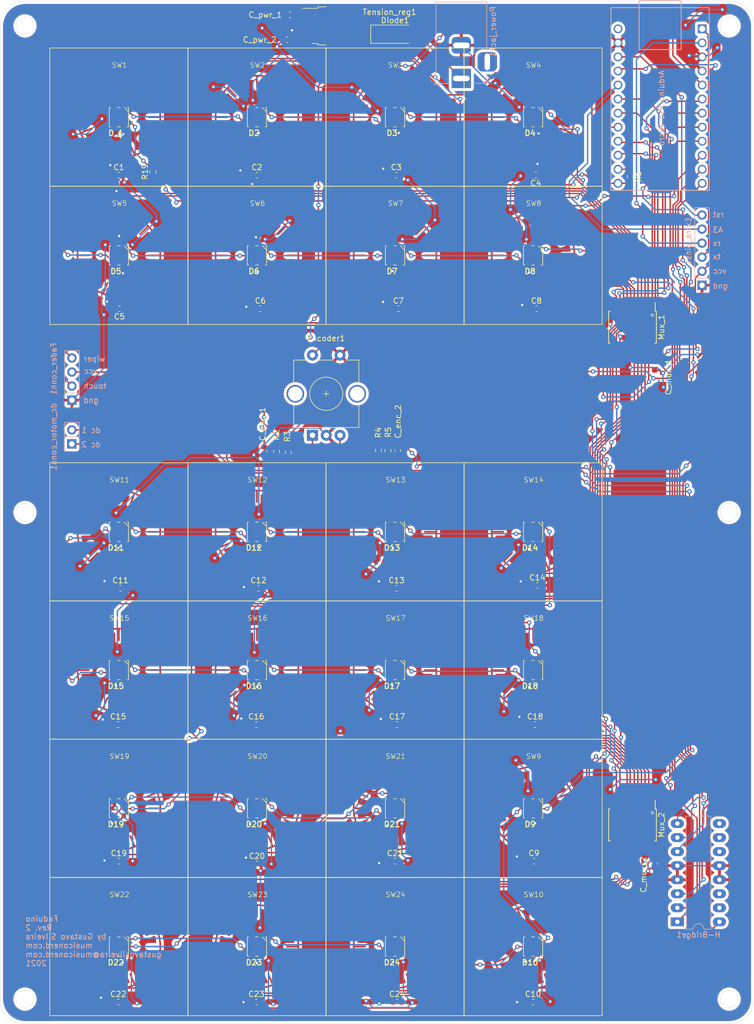
<source format=kicad_pcb>
(kicad_pcb (version 20171130) (host pcbnew "(5.1.7-0-10_14)")
  (title_block (title Faduino) (date 2021-09-17) (rev 1) (company "Nerd Musician"))
  (layers (0 F.Cu signal) (31 B.Cu signal) (34 B.Paste user) (35 F.Paste user) (36 B.SilkS user) (37 F.SilkS user) (38 B.Mask user) (39 F.Mask user) (44 Edge.Cuts user))
  (net 0 "")
  (net 1 GND)
  (net 2 VCC)
  (net 3 9V)
  (net 4 5V)
  (net 5 ENC_A)
  (net 6 ENC_B)
  (net 7 "Net-(D2-Pad2)")
  (net 8 "Net-(D2-Pad4)")
  (net 9 "Net-(D3-Pad2)")
  (net 10 "Net-(D4-Pad2)")
  (net 11 "Net-(D5-Pad2)")
  (net 12 "Net-(D6-Pad2)")
  (net 13 "Net-(D7-Pad2)")
  (net 14 "Net-(D8-Pad2)")
  (net 15 "Net-(D10-Pad4)")
  (net 16 "Net-(D10-Pad2)")
  (net 17 "Net-(D11-Pad2)")
  (net 18 "Net-(D12-Pad2)")
  (net 19 "Net-(D13-Pad2)")
  (net 20 "Net-(D14-Pad2)")
  (net 21 "Net-(D15-Pad2)")
  (net 22 "Net-(D16-Pad2)")
  (net 23 "Net-(D17-Pad2)")
  (net 24 "Net-(D18-Pad2)")
  (net 25 "Net-(D19-Pad2)")
  (net 26 "Net-(D20-Pad2)")
  (net 27 "Net-(D21-Pad2)")
  (net 28 "Net-(D22-Pad2)")
  (net 29 "Net-(D23-Pad2)")
  (net 30 "Net-(D24-Pad2)")
  (net 31 "Net-(D_1-Pad4)")
  (net 32 F_OUT_1)
  (net 33 F_OUT_2)
  (net 34 "Net-(Diode1-Pad2)")
  (net 35 ENC_SW)
  (net 36 "Net-(Encoder1-PadB)")
  (net 37 "Net-(Encoder1-PadA)")
  (net 38 /TX)
  (net 39 /RX)
  (net 40 /A3)
  (net 41 /RST)
  (net 42 F_TOUCH_1)
  (net 43 F_WIPER)
  (net 44 F_ENABLE)
  (net 45 "Net-(H-Bridge1-Pad9)")
  (net 46 F_IN_1)
  (net 47 "Net-(H-Bridge1-Pad10)")
  (net 48 "Net-(H-Bridge1-Pad11)")
  (net 49 "Net-(H-Bridge1-Pad14)")
  (net 50 F_IN_2)
  (net 51 "Net-(H-Bridge1-Pad15)")
  (net 52 "Net-(Mux_1-Pad22)")
  (net 53 "Net-(Mux_1-Pad21)")
  (net 54 "Net-(Mux_1-Pad20)")
  (net 55 "Net-(Mux_1-Pad19)")
  (net 56 S2)
  (net 57 S3)
  (net 58 S1)
  (net 59 S0)
  (net 60 "Net-(Mux_1-Pad9)")
  (net 61 "Net-(Mux_1-Pad8)")
  (net 62 "Net-(Mux_1-Pad7)")
  (net 63 "Net-(Mux_1-Pad6)")
  (net 64 "Net-(Mux_1-Pad5)")
  (net 65 "Net-(Mux_1-Pad4)")
  (net 66 "Net-(Mux_1-Pad3)")
  (net 67 "Net-(Mux_1-Pad2)")
  (net 68 SIG_1)
  (net 69 SIG_2)
  (net 70 "Net-(Mux_2-Pad2)")
  (net 71 "Net-(Mux_2-Pad3)")
  (net 72 "Net-(Mux_2-Pad4)")
  (net 73 "Net-(Mux_2-Pad5)")
  (net 74 "Net-(Mux_2-Pad6)")
  (net 75 "Net-(Mux_2-Pad7)")
  (net 76 "Net-(Mux_2-Pad8)")
  (net 77 "Net-(Mux_2-Pad9)")
  (net 78 "Net-(Mux_2-Pad16)")
  (net 79 "Net-(Mux_2-Pad17)")
  (net 80 "Net-(Mux_2-Pad18)")
  (net 81 "Net-(Mux_2-Pad19)")
  (net 82 "Net-(Mux_2-Pad20)")
  (net 83 F_TOUCH_2)
  (net 84 addressable_led)
  (net 85 "Net-(U1-Pad24)")
  (module Package_SO:SSOP-24_5.3x8.2mm_P0.65mm (layer F.Cu) (at 168 178 270)
    (fp_text reference Mux_2 (at 0 -5.25 90) (layer F.SilkS))
    (fp_text value CD74HC4067M_2)
    (pad 24 smd rect (at 3.6 -3.575 270) (size 1.75 0.45) (layers F.Cu F.Paste F.Mask) (net 2 VCC))
    (pad 23 smd rect (at 3.6 -2.925 270) (size 1.75 0.45) (layers F.Cu F.Paste F.Mask) (net 1 GND))
    (pad 22 smd rect (at 3.6 -2.275 270) (size 1.75 0.45) (layers F.Cu F.Paste F.Mask) (net 1 GND))
    (pad 21 smd rect (at 3.6 -1.625 270) (size 1.75 0.45) (layers F.Cu F.Paste F.Mask) (net 1 GND))
    (pad 20 smd rect (at 3.6 -0.975 270) (size 1.75 0.45) (layers F.Cu F.Paste F.Mask) (net 82 "Net-(Mux_2-Pad20)"))
    (pad 19 smd rect (at 3.6 -0.325 270) (size 1.75 0.45) (layers F.Cu F.Paste F.Mask) (net 81 "Net-(Mux_2-Pad19)"))
    (pad 18 smd rect (at 3.6 0.325 270) (size 1.75 0.45) (layers F.Cu F.Paste F.Mask) (net 80 "Net-(Mux_2-Pad18)"))
    (pad 17 smd rect (at 3.6 0.975 270) (size 1.75 0.45) (layers F.Cu F.Paste F.Mask) (net 79 "Net-(Mux_2-Pad17)"))
    (pad 16 smd rect (at 3.6 1.625 270) (size 1.75 0.45) (layers F.Cu F.Paste F.Mask) (net 78 "Net-(Mux_2-Pad16)"))
    (pad 15 smd rect (at 3.6 2.275 270) (size 1.75 0.45) (layers F.Cu F.Paste F.Mask) (net 1 GND))
    (pad 14 smd rect (at 3.6 2.925 270) (size 1.75 0.45) (layers F.Cu F.Paste F.Mask) (net 56 S2))
    (pad 13 smd rect (at 3.6 3.575 270) (size 1.75 0.45) (layers F.Cu F.Paste F.Mask) (net 57 S3))
    (pad 12 smd rect (at -3.6 3.575 270) (size 1.75 0.45) (layers F.Cu F.Paste F.Mask) (net 1 GND))
    (pad 11 smd rect (at -3.6 2.925 270) (size 1.75 0.45) (layers F.Cu F.Paste F.Mask) (net 58 S1))
    (pad 10 smd rect (at -3.6 2.275 270) (size 1.75 0.45) (layers F.Cu F.Paste F.Mask) (net 59 S0))
    (pad 9 smd rect (at -3.6 1.625 270) (size 1.75 0.45) (layers F.Cu F.Paste F.Mask) (net 77 "Net-(Mux_2-Pad9)"))
    (pad 8 smd rect (at -3.6 0.975 270) (size 1.75 0.45) (layers F.Cu F.Paste F.Mask) (net 76 "Net-(Mux_2-Pad8)"))
    (pad 7 smd rect (at -3.6 0.325 270) (size 1.75 0.45) (layers F.Cu F.Paste F.Mask) (net 75 "Net-(Mux_2-Pad7)"))
    (pad 6 smd rect (at -3.6 -0.325 270) (size 1.75 0.45) (layers F.Cu F.Paste F.Mask) (net 74 "Net-(Mux_2-Pad6)"))
    (pad 5 smd rect (at -3.6 -0.975 270) (size 1.75 0.45) (layers F.Cu F.Paste F.Mask) (net 73 "Net-(Mux_2-Pad5)"))
    (pad 4 smd rect (at -3.6 -1.625 270) (size 1.75 0.45) (layers F.Cu F.Paste F.Mask) (net 72 "Net-(Mux_2-Pad4)"))
    (pad 3 smd rect (at -3.6 -2.275 270) (size 1.75 0.45) (layers F.Cu F.Paste F.Mask) (net 71 "Net-(Mux_2-Pad3)"))
    (pad 2 smd rect (at -3.6 -2.925 270) (size 1.75 0.45) (layers F.Cu F.Paste F.Mask) (net 70 "Net-(Mux_2-Pad2)"))
    (pad 1 smd rect (at -3.6 -3.575 270) (size 1.75 0.45) (layers F.Cu F.Paste F.Mask) (net 69 SIG_2))
  )
  (module Package_SO:SSOP-24_5.3x8.2mm_P0.65mm (layer F.Cu) (at 168 88 270)
    (fp_text reference Mux_1 (at 0 -5.25 90) (layer F.SilkS))
    (fp_text value CD74HC4067M_2)
    (pad 24 smd rect (at 3.6 -3.575 270) (size 1.75 0.45) (layers F.Cu F.Paste F.Mask) (net 2 VCC))
    (pad 23 smd rect (at 3.6 -2.925 270) (size 1.75 0.45) (layers F.Cu F.Paste F.Mask) (net 35 ENC_SW))
    (pad 22 smd rect (at 3.6 -2.275 270) (size 1.75 0.45) (layers F.Cu F.Paste F.Mask) (net 52 "Net-(Mux_1-Pad22)"))
    (pad 21 smd rect (at 3.6 -1.625 270) (size 1.75 0.45) (layers F.Cu F.Paste F.Mask) (net 53 "Net-(Mux_1-Pad21)"))
    (pad 20 smd rect (at 3.6 -0.975 270) (size 1.75 0.45) (layers F.Cu F.Paste F.Mask) (net 54 "Net-(Mux_1-Pad20)"))
    (pad 19 smd rect (at 3.6 -0.325 270) (size 1.75 0.45) (layers F.Cu F.Paste F.Mask) (net 55 "Net-(Mux_1-Pad19)"))
    (pad 18 smd rect (at 3.6 0.325 270) (size 1.75 0.45) (layers F.Cu F.Paste F.Mask) (net 1 GND))
    (pad 17 smd rect (at 3.6 0.975 270) (size 1.75 0.45) (layers F.Cu F.Paste F.Mask) (net 1 GND))
    (pad 16 smd rect (at 3.6 1.625 270) (size 1.75 0.45) (layers F.Cu F.Paste F.Mask) (net 1 GND))
    (pad 15 smd rect (at 3.6 2.275 270) (size 1.75 0.45) (layers F.Cu F.Paste F.Mask) (net 1 GND))
    (pad 14 smd rect (at 3.6 2.925 270) (size 1.75 0.45) (layers F.Cu F.Paste F.Mask) (net 56 S2))
    (pad 13 smd rect (at 3.6 3.575 270) (size 1.75 0.45) (layers F.Cu F.Paste F.Mask) (net 57 S3))
    (pad 12 smd rect (at -3.6 3.575 270) (size 1.75 0.45) (layers F.Cu F.Paste F.Mask) (net 1 GND))
    (pad 11 smd rect (at -3.6 2.925 270) (size 1.75 0.45) (layers F.Cu F.Paste F.Mask) (net 58 S1))
    (pad 10 smd rect (at -3.6 2.275 270) (size 1.75 0.45) (layers F.Cu F.Paste F.Mask) (net 59 S0))
    (pad 9 smd rect (at -3.6 1.625 270) (size 1.75 0.45) (layers F.Cu F.Paste F.Mask) (net 60 "Net-(Mux_1-Pad9)"))
    (pad 8 smd rect (at -3.6 0.975 270) (size 1.75 0.45) (layers F.Cu F.Paste F.Mask) (net 61 "Net-(Mux_1-Pad8)"))
    (pad 7 smd rect (at -3.6 0.325 270) (size 1.75 0.45) (layers F.Cu F.Paste F.Mask) (net 62 "Net-(Mux_1-Pad7)"))
    (pad 6 smd rect (at -3.6 -0.325 270) (size 1.75 0.45) (layers F.Cu F.Paste F.Mask) (net 63 "Net-(Mux_1-Pad6)"))
    (pad 5 smd rect (at -3.6 -0.975 270) (size 1.75 0.45) (layers F.Cu F.Paste F.Mask) (net 64 "Net-(Mux_1-Pad5)"))
    (pad 4 smd rect (at -3.6 -1.625 270) (size 1.75 0.45) (layers F.Cu F.Paste F.Mask) (net 65 "Net-(Mux_1-Pad4)"))
    (pad 3 smd rect (at -3.6 -2.275 270) (size 1.75 0.45) (layers F.Cu F.Paste F.Mask) (net 66 "Net-(Mux_1-Pad3)"))
    (pad 2 smd rect (at -3.6 -2.925 270) (size 1.75 0.45) (layers F.Cu F.Paste F.Mask) (net 67 "Net-(Mux_1-Pad2)"))
    (pad 1 smd rect (at -3.6 -3.575 270) (size 1.75 0.45) (layers F.Cu F.Paste F.Mask) (net 68 SIG_1))
  )
  (module Silks:Faduino_solderMask (layer F.Cu) (at 184.18 147.13 270)
    (fp_text reference G*** hide)
    (fp_text value LOGO hide)
  )
  (module 4Squared:MountingHole_3.2mm (layer F.Cu) (at 58 121.5)
    (fp_text reference REF** hide)
    (fp_text value MountingHole_3.2mm hide)
    (pad 1 thru_hole circle (at 0 0) (size 3.2 3.2) (drill 3.2) (layers *.Cu))
  )
  (module 4Squared:MountingHole_3.2mm (layer F.Cu) (at 185.5 121.5)
    (fp_text reference REF** hide)
    (fp_text value MountingHole_3.2mm hide)
    (pad 1 thru_hole circle (at 0 0) (size 3.2 3.2) (drill 3.2) (layers *.Cu))
  )
  (module 4Squared:MountingHole_3.2mm (layer F.Cu) (at 185.5 209.5)
    (fp_text reference REF** hide)
    (fp_text value MountingHole_3.2mm hide)
    (pad 1 thru_hole circle (at 0 0) (size 3.2 3.2) (drill 3.2) (layers *.Cu))
  )
  (module 4Squared:MountingHole_3.2mm (layer F.Cu) (at 58 209.5)
    (fp_text reference REF** hide)
    (fp_text value MountingHole_3.2mm hide)
    (pad 1 thru_hole circle (at 0 0) (size 3.2 3.2) (drill 3.2) (layers *.Cu))
  )
  (module 4Squared:MountingHole_3.2mm (layer F.Cu) (at 185.5 33.5)
    (fp_text reference REF** hide)
    (fp_text value MountingHole_3.2mm hide)
    (pad 1 thru_hole circle (at 0 0) (size 3.2 3.2) (drill 3.2) (layers *.Cu))
  )
  (module 4Squared:MountingHole_3.2mm (layer F.Cu) (at 58 33.5)
    (fp_text reference REF** hide)
    (fp_text value MountingHole_3.2mm hide)
    (pad 1 thru_hole circle (at 0 0) (size 3.2 3.2) (drill 3.2) (layers *.Cu))
  )
  (module Capacitor_SMD:C_0603_1608Metric (layer F.Cu) (at 100.61 84.64)
    (fp_text reference C6 (at 0 -1.43) (layer F.SilkS))
    (fp_text value 100nF)
    (pad 2 smd roundrect (at 0.775 0) (size 0.9 0.95) (layers F.Cu F.Paste F.Mask) (net 1 GND))
    (pad 1 smd roundrect (at -0.775 0) (size 0.9 0.95) (layers F.Cu F.Paste F.Mask) (net 4 5V))
  )
  (module Capacitor_SMD:C_0603_1608Metric (layer F.Cu) (at 75.11 84.64 180)
    (fp_text reference C5 (at 0 -1.43) (layer F.SilkS))
    (fp_text value 100nF)
    (pad 2 smd roundrect (at 0.775 0 180) (size 0.9 0.95) (layers F.Cu F.Paste F.Mask) (net 1 GND))
    (pad 1 smd roundrect (at -0.775 0 180) (size 0.9 0.95) (layers F.Cu F.Paste F.Mask) (net 4 5V))
  )
  (module Capacitor_SMD:C_0603_1608Metric (layer F.Cu) (at 150.61 84.64)
    (fp_text reference C8 (at 0 -1.43) (layer F.SilkS))
    (fp_text value 100nF)
    (pad 2 smd roundrect (at 0.775 0) (size 0.9 0.95) (layers F.Cu F.Paste F.Mask) (net 1 GND))
    (pad 1 smd roundrect (at -0.775 0) (size 0.9 0.95) (layers F.Cu F.Paste F.Mask) (net 4 5V))
  )
  (module Capacitor_SMD:C_0603_1608Metric (layer F.Cu) (at 125.61 84.64)
    (fp_text reference C7 (at 0 -1.43) (layer F.SilkS))
    (fp_text value 100nF)
    (pad 2 smd roundrect (at 0.775 0) (size 0.9 0.95) (layers F.Cu F.Paste F.Mask) (net 1 GND))
    (pad 1 smd roundrect (at -0.775 0) (size 0.9 0.95) (layers F.Cu F.Paste F.Mask) (net 4 5V))
  )
  (module Capacitor_SMD:C_0603_1608Metric (layer F.Cu) (at 172 95 270)
    (fp_text reference C_mux_1 (at 2 -2.5 90) (layer F.SilkS))
    (fp_text value 100nF)
    (pad 2 smd roundrect (at 0.775 0 270) (size 0.9 0.95) (layers F.Cu F.Paste F.Mask) (net 1 GND))
    (pad 1 smd roundrect (at -0.775 0 270) (size 0.9 0.95) (layers F.Cu F.Paste F.Mask) (net 2 VCC))
  )
  (module Capacitor_SMD:C_0603_1608Metric (layer F.Cu) (at 172 185 270)
    (fp_text reference C_mux_2 (at 2 2 90) (layer F.SilkS))
    (fp_text value 100nF)
    (pad 2 smd roundrect (at 0.775 0 270) (size 0.9 0.95) (layers F.Cu F.Paste F.Mask) (net 1 GND))
    (pad 1 smd roundrect (at -0.775 0 270) (size 0.9 0.95) (layers F.Cu F.Paste F.Mask) (net 2 VCC))
  )
  (module Capacitor_SMD:C_0603_1608Metric (layer F.Cu) (at 106 31.5 180)
    (fp_text reference C_pwr_1 (at 4.5 0) (layer F.SilkS))
    (fp_text value 330nF)
    (pad 2 smd roundrect (at 0.775 0 180) (size 0.9 0.95) (layers F.Cu F.Paste F.Mask) (net 1 GND))
    (pad 1 smd roundrect (at -0.775 0 180) (size 0.9 0.95) (layers F.Cu F.Paste F.Mask) (net 3 9V))
  )
  (module Capacitor_SMD:C_0603_1608Metric (layer F.Cu) (at 105.5 36 180)
    (fp_text reference C_pwr_2 (at 5 0) (layer F.SilkS))
    (fp_text value 100nF)
    (pad 2 smd roundrect (at 0.775 0 180) (size 0.9 0.95) (layers F.Cu F.Paste F.Mask) (net 1 GND))
    (pad 1 smd roundrect (at -0.775 0 180) (size 0.9 0.95) (layers F.Cu F.Paste F.Mask) (net 4 5V))
  )
  (module Capacitor_SMD:C_0603_1608Metric (layer F.Cu) (at 75 60.5)
    (fp_text reference C1 (at 0 -1.43) (layer F.SilkS))
    (fp_text value 100nF)
    (pad 2 smd roundrect (at 0.775 0) (size 0.9 0.95) (layers F.Cu F.Paste F.Mask) (net 1 GND))
    (pad 1 smd roundrect (at -0.775 0) (size 0.9 0.95) (layers F.Cu F.Paste F.Mask) (net 4 5V))
  )
  (module Capacitor_SMD:C_0603_1608Metric (layer F.Cu) (at 125.28 135.2)
    (fp_text reference C13 (at 0 -1.43) (layer F.SilkS))
    (fp_text value 100nF)
    (pad 2 smd roundrect (at 0.775 0) (size 0.9 0.95) (layers F.Cu F.Paste F.Mask) (net 1 GND))
    (pad 1 smd roundrect (at -0.775 0) (size 0.9 0.95) (layers F.Cu F.Paste F.Mask) (net 4 5V))
  )
  (module Capacitor_SMD:C_0603_1608Metric (layer F.Cu) (at 100 60.5)
    (fp_text reference C2 (at 0 -1.43) (layer F.SilkS))
    (fp_text value 100nF)
    (pad 2 smd roundrect (at 0.775 0) (size 0.9 0.95) (layers F.Cu F.Paste F.Mask) (net 1 GND))
    (pad 1 smd roundrect (at -0.775 0) (size 0.9 0.95) (layers F.Cu F.Paste F.Mask) (net 4 5V))
  )
  (module Capacitor_SMD:C_0603_1608Metric (layer F.Cu) (at 150.78 134.7)
    (fp_text reference C14 (at 0 -1.43) (layer F.SilkS))
    (fp_text value 100nF)
    (pad 2 smd roundrect (at 0.775 0) (size 0.9 0.95) (layers F.Cu F.Paste F.Mask) (net 1 GND))
    (pad 1 smd roundrect (at -0.775 0) (size 0.9 0.95) (layers F.Cu F.Paste F.Mask) (net 4 5V))
  )
  (module Capacitor_SMD:C_0603_1608Metric (layer F.Cu) (at 125.225 60.5)
    (fp_text reference C3 (at 0 -1.43) (layer F.SilkS))
    (fp_text value 100nF)
    (pad 2 smd roundrect (at 0.775 0) (size 0.9 0.95) (layers F.Cu F.Paste F.Mask) (net 1 GND))
    (pad 1 smd roundrect (at -0.775 0) (size 0.9 0.95) (layers F.Cu F.Paste F.Mask) (net 4 5V))
  )
  (module Capacitor_SMD:C_0603_1608Metric (layer F.Cu) (at 74.87 159.84)
    (fp_text reference C15 (at 0 -1.43) (layer F.SilkS))
    (fp_text value 100nF)
    (pad 2 smd roundrect (at 0.775 0) (size 0.9 0.95) (layers F.Cu F.Paste F.Mask) (net 1 GND))
    (pad 1 smd roundrect (at -0.775 0) (size 0.9 0.95) (layers F.Cu F.Paste F.Mask) (net 4 5V))
  )
  (module Capacitor_SMD:C_0603_1608Metric (layer F.Cu) (at 150.5 60.5 180)
    (fp_text reference C4 (at 0 -1.43) (layer F.SilkS))
    (fp_text value 100nF)
    (pad 2 smd roundrect (at 0.775 0 180) (size 0.9 0.95) (layers F.Cu F.Paste F.Mask) (net 1 GND))
    (pad 1 smd roundrect (at -0.775 0 180) (size 0.9 0.95) (layers F.Cu F.Paste F.Mask) (net 4 5V))
  )
  (module Capacitor_SMD:C_0603_1608Metric (layer F.Cu) (at 99.87 159.84)
    (fp_text reference C16 (at 0 -1.43) (layer F.SilkS))
    (fp_text value 100nF)
    (pad 2 smd roundrect (at 0.775 0) (size 0.9 0.95) (layers F.Cu F.Paste F.Mask) (net 1 GND))
    (pad 1 smd roundrect (at -0.775 0) (size 0.9 0.95) (layers F.Cu F.Paste F.Mask) (net 4 5V))
  )
  (module Capacitor_SMD:C_0603_1608Metric (layer F.Cu) (at 125.37 159.84)
    (fp_text reference C17 (at 0 -1.43) (layer F.SilkS))
    (fp_text value 100nF)
    (pad 2 smd roundrect (at 0.775 0) (size 0.9 0.95) (layers F.Cu F.Paste F.Mask) (net 1 GND))
    (pad 1 smd roundrect (at -0.775 0) (size 0.9 0.95) (layers F.Cu F.Paste F.Mask) (net 4 5V))
  )
  (module Capacitor_SMD:C_0603_1608Metric (layer F.Cu) (at 150.37 159.84)
    (fp_text reference C18 (at 0 -1.43) (layer F.SilkS))
    (fp_text value 100nF)
    (pad 2 smd roundrect (at 0.775 0) (size 0.9 0.95) (layers F.Cu F.Paste F.Mask) (net 1 GND))
    (pad 1 smd roundrect (at -0.775 0) (size 0.9 0.95) (layers F.Cu F.Paste F.Mask) (net 4 5V))
  )
  (module Capacitor_SMD:C_0603_1608Metric (layer F.Cu) (at 75 184.56)
    (fp_text reference C19 (at 0 -1.43) (layer F.SilkS))
    (fp_text value 100nF)
    (pad 2 smd roundrect (at 0.775 0) (size 0.9 0.95) (layers F.Cu F.Paste F.Mask) (net 1 GND))
    (pad 1 smd roundrect (at -0.775 0) (size 0.9 0.95) (layers F.Cu F.Paste F.Mask) (net 4 5V))
  )
  (module Capacitor_SMD:C_0603_1608Metric (layer F.Cu) (at 100 185.06)
    (fp_text reference C20 (at 0 -1.43) (layer F.SilkS))
    (fp_text value 100nF)
    (pad 2 smd roundrect (at 0.775 0) (size 0.9 0.95) (layers F.Cu F.Paste F.Mask) (net 1 GND))
    (pad 1 smd roundrect (at -0.775 0) (size 0.9 0.95) (layers F.Cu F.Paste F.Mask) (net 4 5V))
  )
  (module Capacitor_SMD:C_0603_1608Metric (layer F.Cu) (at 150.16 184.54)
    (fp_text reference C9 (at 0 -1.43) (layer F.SilkS))
    (fp_text value 100nF)
    (pad 2 smd roundrect (at 0.775 0) (size 0.9 0.95) (layers F.Cu F.Paste F.Mask) (net 1 GND))
    (pad 1 smd roundrect (at -0.775 0) (size 0.9 0.95) (layers F.Cu F.Paste F.Mask) (net 4 5V))
  )
  (module Capacitor_SMD:C_0603_1608Metric (layer F.Cu) (at 125 184.56)
    (fp_text reference C21 (at 0 -1.43) (layer F.SilkS))
    (fp_text value 100nF)
    (pad 2 smd roundrect (at 0.775 0) (size 0.9 0.95) (layers F.Cu F.Paste F.Mask) (net 1 GND))
    (pad 1 smd roundrect (at -0.775 0) (size 0.9 0.95) (layers F.Cu F.Paste F.Mask) (net 4 5V))
  )
  (module Capacitor_SMD:C_0603_1608Metric (layer F.Cu) (at 150 210.03)
    (fp_text reference C10 (at 0 -1.43) (layer F.SilkS))
    (fp_text value 100nF)
    (pad 2 smd roundrect (at 0.775 0) (size 0.9 0.95) (layers F.Cu F.Paste F.Mask) (net 1 GND))
    (pad 1 smd roundrect (at -0.775 0) (size 0.9 0.95) (layers F.Cu F.Paste F.Mask) (net 4 5V))
  )
  (module Capacitor_SMD:C_0603_1608Metric (layer F.Cu) (at 74.9 210.03)
    (fp_text reference C22 (at 0 -1.43) (layer F.SilkS))
    (fp_text value 100nF)
    (pad 2 smd roundrect (at 0.775 0) (size 0.9 0.95) (layers F.Cu F.Paste F.Mask) (net 1 GND))
    (pad 1 smd roundrect (at -0.775 0) (size 0.9 0.95) (layers F.Cu F.Paste F.Mask) (net 4 5V))
  )
  (module Capacitor_SMD:C_0603_1608Metric (layer F.Cu) (at 75.28 135.2)
    (fp_text reference C11 (at 0 -1.43) (layer F.SilkS))
    (fp_text value 100nF)
    (pad 2 smd roundrect (at 0.775 0) (size 0.9 0.95) (layers F.Cu F.Paste F.Mask) (net 1 GND))
    (pad 1 smd roundrect (at -0.775 0) (size 0.9 0.95) (layers F.Cu F.Paste F.Mask) (net 4 5V))
  )
  (module Capacitor_SMD:C_0603_1608Metric (layer F.Cu) (at 99.9 210.03)
    (fp_text reference C23 (at 0 -1.43) (layer F.SilkS))
    (fp_text value 100nF)
    (pad 2 smd roundrect (at 0.775 0) (size 0.9 0.95) (layers F.Cu F.Paste F.Mask) (net 1 GND))
    (pad 1 smd roundrect (at -0.775 0) (size 0.9 0.95) (layers F.Cu F.Paste F.Mask) (net 4 5V))
  )
  (module Capacitor_SMD:C_0603_1608Metric (layer F.Cu) (at 100.28 135.2)
    (fp_text reference C12 (at 0 -1.43) (layer F.SilkS))
    (fp_text value 100nF)
    (pad 2 smd roundrect (at 0.775 0) (size 0.9 0.95) (layers F.Cu F.Paste F.Mask) (net 1 GND))
    (pad 1 smd roundrect (at -0.775 0) (size 0.9 0.95) (layers F.Cu F.Paste F.Mask) (net 4 5V))
  )
  (module Capacitor_SMD:C_0603_1608Metric (layer F.Cu) (at 125.4 210.03)
    (fp_text reference C24 (at 0 -1.43) (layer F.SilkS))
    (fp_text value 100nF)
    (pad 2 smd roundrect (at 0.775 0) (size 0.9 0.95) (layers F.Cu F.Paste F.Mask) (net 1 GND))
    (pad 1 smd roundrect (at -0.775 0) (size 0.9 0.95) (layers F.Cu F.Paste F.Mask) (net 4 5V))
  )
  (module Capacitor_SMD:C_0603_1608Metric (layer F.Cu) (at 101.3 110.4 270)
    (fp_text reference C_enc_1 (at -4.9 0.3 90) (layer F.SilkS))
    (fp_text value 10nF)
    (pad 2 smd roundrect (at 0.775 0 270) (size 0.9 0.95) (layers F.Cu F.Paste F.Mask) (net 1 GND))
    (pad 1 smd roundrect (at -0.775 0 270) (size 0.9 0.95) (layers F.Cu F.Paste F.Mask) (net 5 ENC_A))
  )
  (module Capacitor_SMD:C_0603_1608Metric (layer F.Cu) (at 125.5 110.3 270)
    (fp_text reference C_enc_2 (at -5.25 -0.04 90) (layer F.SilkS))
    (fp_text value 10nF)
    (pad 2 smd roundrect (at 0.775 0 270) (size 0.9 0.95) (layers F.Cu F.Paste F.Mask) (net 1 GND))
    (pad 1 smd roundrect (at -0.775 0 270) (size 0.9 0.95) (layers F.Cu F.Paste F.Mask) (net 6 ENC_B))
  )
  (module LED_SMD:WS2812B-mini-V3 (layer F.Cu) (at 100 50 180)
    (fp_text reference D2 (at 0.54 -2.88) (layer F.SilkS) (effects (font (thickness 0.2))))
    (fp_text value WS2812B hide)
    (pad 4 smd rect (at 0.89 -1.365 270) (size 0.95 0.8) (layers F.Cu F.Paste F.Mask) (net 8 "Net-(D2-Pad4)"))
    (pad 3 smd rect (at 0.89 1.365 270) (size 0.95 0.8) (layers F.Cu F.Paste F.Mask) (net 1 GND))
    (pad 2 smd rect (at -0.89 1.365 270) (size 0.95 0.8) (layers F.Cu F.Paste F.Mask) (net 7 "Net-(D2-Pad2)"))
    (pad 1 smd rect (at -0.89 -1.365 270) (size 0.95 0.8) (layers F.Cu F.Paste F.Mask) (net 4 5V))
  )
  (module LED_SMD:WS2812B-mini-V3 (layer F.Cu) (at 125 50 180)
    (fp_text reference D3 (at 0.54 -2.88) (layer F.SilkS) (effects (font (thickness 0.2))))
    (fp_text value WS2812B hide)
    (pad 4 smd rect (at 0.89 -1.365 270) (size 0.95 0.8) (layers F.Cu F.Paste F.Mask) (net 7 "Net-(D2-Pad2)"))
    (pad 3 smd rect (at 0.89 1.365 270) (size 0.95 0.8) (layers F.Cu F.Paste F.Mask) (net 1 GND))
    (pad 2 smd rect (at -0.89 1.365 270) (size 0.95 0.8) (layers F.Cu F.Paste F.Mask) (net 9 "Net-(D3-Pad2)"))
    (pad 1 smd rect (at -0.89 -1.365 270) (size 0.95 0.8) (layers F.Cu F.Paste F.Mask) (net 4 5V))
  )
  (module LED_SMD:WS2812B-mini-V3 (layer F.Cu) (at 150 50 180)
    (fp_text reference D4 (at 0.54 -2.88) (layer F.SilkS) (effects (font (thickness 0.2))))
    (fp_text value WS2812B hide)
    (pad 4 smd rect (at 0.89 -1.365 270) (size 0.95 0.8) (layers F.Cu F.Paste F.Mask) (net 9 "Net-(D3-Pad2)"))
    (pad 3 smd rect (at 0.89 1.365 270) (size 0.95 0.8) (layers F.Cu F.Paste F.Mask) (net 1 GND))
    (pad 2 smd rect (at -0.89 1.365 270) (size 0.95 0.8) (layers F.Cu F.Paste F.Mask) (net 10 "Net-(D4-Pad2)"))
    (pad 1 smd rect (at -0.89 -1.365 270) (size 0.95 0.8) (layers F.Cu F.Paste F.Mask) (net 4 5V))
  )
  (module LED_SMD:WS2812B-mini-V3 (layer F.Cu) (at 75 75 180)
    (fp_text reference D5 (at 0.54 -2.88) (layer F.SilkS) (effects (font (thickness 0.2))))
    (fp_text value WS2812B hide)
    (pad 4 smd rect (at 0.89 -1.365 270) (size 0.95 0.8) (layers F.Cu F.Paste F.Mask) (net 10 "Net-(D4-Pad2)"))
    (pad 3 smd rect (at 0.89 1.365 270) (size 0.95 0.8) (layers F.Cu F.Paste F.Mask) (net 1 GND))
    (pad 2 smd rect (at -0.89 1.365 270) (size 0.95 0.8) (layers F.Cu F.Paste F.Mask) (net 11 "Net-(D5-Pad2)"))
    (pad 1 smd rect (at -0.89 -1.365 270) (size 0.95 0.8) (layers F.Cu F.Paste F.Mask) (net 4 5V))
  )
  (module LED_SMD:WS2812B-mini-V3 (layer F.Cu) (at 100 75 180)
    (fp_text reference D6 (at 0.54 -2.88) (layer F.SilkS) (effects (font (thickness 0.2))))
    (fp_text value WS2812B hide)
    (pad 4 smd rect (at 0.89 -1.365 270) (size 0.95 0.8) (layers F.Cu F.Paste F.Mask) (net 11 "Net-(D5-Pad2)"))
    (pad 3 smd rect (at 0.89 1.365 270) (size 0.95 0.8) (layers F.Cu F.Paste F.Mask) (net 1 GND))
    (pad 2 smd rect (at -0.89 1.365 270) (size 0.95 0.8) (layers F.Cu F.Paste F.Mask) (net 12 "Net-(D6-Pad2)"))
    (pad 1 smd rect (at -0.89 -1.365 270) (size 0.95 0.8) (layers F.Cu F.Paste F.Mask) (net 4 5V))
  )
  (module LED_SMD:WS2812B-mini-V3 (layer F.Cu) (at 125 75 180)
    (fp_text reference D7 (at 0.54 -2.88) (layer F.SilkS) (effects (font (thickness 0.2))))
    (fp_text value WS2812B hide)
    (pad 4 smd rect (at 0.89 -1.365 270) (size 0.95 0.8) (layers F.Cu F.Paste F.Mask) (net 12 "Net-(D6-Pad2)"))
    (pad 3 smd rect (at 0.89 1.365 270) (size 0.95 0.8) (layers F.Cu F.Paste F.Mask) (net 1 GND))
    (pad 2 smd rect (at -0.89 1.365 270) (size 0.95 0.8) (layers F.Cu F.Paste F.Mask) (net 13 "Net-(D7-Pad2)"))
    (pad 1 smd rect (at -0.89 -1.365 270) (size 0.95 0.8) (layers F.Cu F.Paste F.Mask) (net 4 5V))
  )
  (module LED_SMD:WS2812B-mini-V3 (layer F.Cu) (at 150 75 180)
    (fp_text reference D8 (at 0.54 -2.88) (layer F.SilkS) (effects (font (thickness 0.2))))
    (fp_text value WS2812B hide)
    (pad 4 smd rect (at 0.89 -1.365 270) (size 0.95 0.8) (layers F.Cu F.Paste F.Mask) (net 13 "Net-(D7-Pad2)"))
    (pad 3 smd rect (at 0.89 1.365 270) (size 0.95 0.8) (layers F.Cu F.Paste F.Mask) (net 1 GND))
    (pad 2 smd rect (at -0.89 1.365 270) (size 0.95 0.8) (layers F.Cu F.Paste F.Mask) (net 14 "Net-(D8-Pad2)"))
    (pad 1 smd rect (at -0.89 -1.365 270) (size 0.95 0.8) (layers F.Cu F.Paste F.Mask) (net 4 5V))
  )
  (module LED_SMD:WS2812B-mini-V3 (layer F.Cu) (at 150 175 180)
    (fp_text reference D9 (at 0.54 -2.88) (layer F.SilkS) (effects (font (thickness 0.2))))
    (fp_text value WS2812B hide)
    (pad 4 smd rect (at 0.89 -1.365 270) (size 0.95 0.8) (layers F.Cu F.Paste F.Mask) (net 14 "Net-(D8-Pad2)"))
    (pad 3 smd rect (at 0.89 1.365 270) (size 0.95 0.8) (layers F.Cu F.Paste F.Mask) (net 1 GND))
    (pad 2 smd rect (at -0.89 1.365 270) (size 0.95 0.8) (layers F.Cu F.Paste F.Mask) (net 15 "Net-(D10-Pad4)"))
    (pad 1 smd rect (at -0.89 -1.365 270) (size 0.95 0.8) (layers F.Cu F.Paste F.Mask) (net 4 5V))
  )
  (module LED_SMD:WS2812B-mini-V3 (layer F.Cu) (at 150 200 180)
    (fp_text reference D10 (at 0.54 -2.88) (layer F.SilkS) (effects (font (thickness 0.2))))
    (fp_text value WS2812B hide)
    (pad 4 smd rect (at 0.89 -1.365 270) (size 0.95 0.8) (layers F.Cu F.Paste F.Mask) (net 15 "Net-(D10-Pad4)"))
    (pad 3 smd rect (at 0.89 1.365 270) (size 0.95 0.8) (layers F.Cu F.Paste F.Mask) (net 1 GND))
    (pad 2 smd rect (at -0.89 1.365 270) (size 0.95 0.8) (layers F.Cu F.Paste F.Mask) (net 16 "Net-(D10-Pad2)"))
    (pad 1 smd rect (at -0.89 -1.365 270) (size 0.95 0.8) (layers F.Cu F.Paste F.Mask) (net 4 5V))
  )
  (module LED_SMD:WS2812B-mini-V3 (layer F.Cu) (at 75 125 180)
    (fp_text reference D11 (at 0.54 -2.88) (layer F.SilkS) (effects (font (thickness 0.2))))
    (fp_text value WS2812B hide)
    (pad 4 smd rect (at 0.89 -1.365 270) (size 0.95 0.8) (layers F.Cu F.Paste F.Mask) (net 16 "Net-(D10-Pad2)"))
    (pad 3 smd rect (at 0.89 1.365 270) (size 0.95 0.8) (layers F.Cu F.Paste F.Mask) (net 1 GND))
    (pad 2 smd rect (at -0.89 1.365 270) (size 0.95 0.8) (layers F.Cu F.Paste F.Mask) (net 17 "Net-(D11-Pad2)"))
    (pad 1 smd rect (at -0.89 -1.365 270) (size 0.95 0.8) (layers F.Cu F.Paste F.Mask) (net 4 5V))
  )
  (module LED_SMD:WS2812B-mini-V3 (layer F.Cu) (at 100 125 180)
    (fp_text reference D12 (at 0.54 -2.88) (layer F.SilkS) (effects (font (thickness 0.2))))
    (fp_text value WS2812B hide)
    (pad 4 smd rect (at 0.89 -1.365 270) (size 0.95 0.8) (layers F.Cu F.Paste F.Mask) (net 17 "Net-(D11-Pad2)"))
    (pad 3 smd rect (at 0.89 1.365 270) (size 0.95 0.8) (layers F.Cu F.Paste F.Mask) (net 1 GND))
    (pad 2 smd rect (at -0.89 1.365 270) (size 0.95 0.8) (layers F.Cu F.Paste F.Mask) (net 18 "Net-(D12-Pad2)"))
    (pad 1 smd rect (at -0.89 -1.365 270) (size 0.95 0.8) (layers F.Cu F.Paste F.Mask) (net 4 5V))
  )
  (module LED_SMD:WS2812B-mini-V3 (layer F.Cu) (at 125 125 180)
    (fp_text reference D13 (at 0.54 -2.88) (layer F.SilkS) (effects (font (thickness 0.2))))
    (fp_text value WS2812B hide)
    (pad 4 smd rect (at 0.89 -1.365 270) (size 0.95 0.8) (layers F.Cu F.Paste F.Mask) (net 18 "Net-(D12-Pad2)"))
    (pad 3 smd rect (at 0.89 1.365 270) (size 0.95 0.8) (layers F.Cu F.Paste F.Mask) (net 1 GND))
    (pad 2 smd rect (at -0.89 1.365 270) (size 0.95 0.8) (layers F.Cu F.Paste F.Mask) (net 19 "Net-(D13-Pad2)"))
    (pad 1 smd rect (at -0.89 -1.365 270) (size 0.95 0.8) (layers F.Cu F.Paste F.Mask) (net 4 5V))
  )
  (module LED_SMD:WS2812B-mini-V3 (layer F.Cu) (at 150 125 180)
    (fp_text reference D14 (at 0.54 -2.88) (layer F.SilkS) (effects (font (thickness 0.2))))
    (fp_text value WS2812B hide)
    (pad 4 smd rect (at 0.89 -1.365 270) (size 0.95 0.8) (layers F.Cu F.Paste F.Mask) (net 19 "Net-(D13-Pad2)"))
    (pad 3 smd rect (at 0.89 1.365 270) (size 0.95 0.8) (layers F.Cu F.Paste F.Mask) (net 1 GND))
    (pad 2 smd rect (at -0.89 1.365 270) (size 0.95 0.8) (layers F.Cu F.Paste F.Mask) (net 20 "Net-(D14-Pad2)"))
    (pad 1 smd rect (at -0.89 -1.365 270) (size 0.95 0.8) (layers F.Cu F.Paste F.Mask) (net 4 5V))
  )
  (module LED_SMD:WS2812B-mini-V3 (layer F.Cu) (at 75 150 180)
    (fp_text reference D15 (at 0.54 -2.88) (layer F.SilkS) (effects (font (thickness 0.2))))
    (fp_text value WS2812B hide)
    (pad 4 smd rect (at 0.89 -1.365 270) (size 0.95 0.8) (layers F.Cu F.Paste F.Mask) (net 20 "Net-(D14-Pad2)"))
    (pad 3 smd rect (at 0.89 1.365 270) (size 0.95 0.8) (layers F.Cu F.Paste F.Mask) (net 1 GND))
    (pad 2 smd rect (at -0.89 1.365 270) (size 0.95 0.8) (layers F.Cu F.Paste F.Mask) (net 21 "Net-(D15-Pad2)"))
    (pad 1 smd rect (at -0.89 -1.365 270) (size 0.95 0.8) (layers F.Cu F.Paste F.Mask) (net 4 5V))
  )
  (module LED_SMD:WS2812B-mini-V3 (layer F.Cu) (at 100 150 180)
    (fp_text reference D16 (at 0.54 -2.88) (layer F.SilkS) (effects (font (thickness 0.2))))
    (fp_text value WS2812B hide)
    (pad 4 smd rect (at 0.89 -1.365 270) (size 0.95 0.8) (layers F.Cu F.Paste F.Mask) (net 21 "Net-(D15-Pad2)"))
    (pad 3 smd rect (at 0.89 1.365 270) (size 0.95 0.8) (layers F.Cu F.Paste F.Mask) (net 1 GND))
    (pad 2 smd rect (at -0.89 1.365 270) (size 0.95 0.8) (layers F.Cu F.Paste F.Mask) (net 22 "Net-(D16-Pad2)"))
    (pad 1 smd rect (at -0.89 -1.365 270) (size 0.95 0.8) (layers F.Cu F.Paste F.Mask) (net 4 5V))
  )
  (module LED_SMD:WS2812B-mini-V3 (layer F.Cu) (at 125 150 180)
    (fp_text reference D17 (at 0.54 -2.88) (layer F.SilkS) (effects (font (thickness 0.2))))
    (fp_text value WS2812B hide)
    (pad 4 smd rect (at 0.89 -1.365 270) (size 0.95 0.8) (layers F.Cu F.Paste F.Mask) (net 22 "Net-(D16-Pad2)"))
    (pad 3 smd rect (at 0.89 1.365 270) (size 0.95 0.8) (layers F.Cu F.Paste F.Mask) (net 1 GND))
    (pad 2 smd rect (at -0.89 1.365 270) (size 0.95 0.8) (layers F.Cu F.Paste F.Mask) (net 23 "Net-(D17-Pad2)"))
    (pad 1 smd rect (at -0.89 -1.365 270) (size 0.95 0.8) (layers F.Cu F.Paste F.Mask) (net 4 5V))
  )
  (module LED_SMD:WS2812B-mini-V3 (layer F.Cu) (at 150 150 180)
    (fp_text reference D18 (at 0.54 -2.88) (layer F.SilkS) (effects (font (thickness 0.2))))
    (fp_text value WS2812B hide)
    (pad 4 smd rect (at 0.89 -1.365 270) (size 0.95 0.8) (layers F.Cu F.Paste F.Mask) (net 23 "Net-(D17-Pad2)"))
    (pad 3 smd rect (at 0.89 1.365 270) (size 0.95 0.8) (layers F.Cu F.Paste F.Mask) (net 1 GND))
    (pad 2 smd rect (at -0.89 1.365 270) (size 0.95 0.8) (layers F.Cu F.Paste F.Mask) (net 24 "Net-(D18-Pad2)"))
    (pad 1 smd rect (at -0.89 -1.365 270) (size 0.95 0.8) (layers F.Cu F.Paste F.Mask) (net 4 5V))
  )
  (module LED_SMD:WS2812B-mini-V3 (layer F.Cu) (at 75 175 180)
    (fp_text reference D19 (at 0.54 -2.88) (layer F.SilkS) (effects (font (thickness 0.2))))
    (fp_text value WS2812B hide)
    (pad 4 smd rect (at 0.89 -1.365 270) (size 0.95 0.8) (layers F.Cu F.Paste F.Mask) (net 24 "Net-(D18-Pad2)"))
    (pad 3 smd rect (at 0.89 1.365 270) (size 0.95 0.8) (layers F.Cu F.Paste F.Mask) (net 1 GND))
    (pad 2 smd rect (at -0.89 1.365 270) (size 0.95 0.8) (layers F.Cu F.Paste F.Mask) (net 25 "Net-(D19-Pad2)"))
    (pad 1 smd rect (at -0.89 -1.365 270) (size 0.95 0.8) (layers F.Cu F.Paste F.Mask) (net 4 5V))
  )
  (module LED_SMD:WS2812B-mini-V3 (layer F.Cu) (at 100 175 180)
    (fp_text reference D20 (at 0.54 -2.88) (layer F.SilkS) (effects (font (thickness 0.2))))
    (fp_text value WS2812B hide)
    (pad 4 smd rect (at 0.89 -1.365 270) (size 0.95 0.8) (layers F.Cu F.Paste F.Mask) (net 25 "Net-(D19-Pad2)"))
    (pad 3 smd rect (at 0.89 1.365 270) (size 0.95 0.8) (layers F.Cu F.Paste F.Mask) (net 1 GND))
    (pad 2 smd rect (at -0.89 1.365 270) (size 0.95 0.8) (layers F.Cu F.Paste F.Mask) (net 26 "Net-(D20-Pad2)"))
    (pad 1 smd rect (at -0.89 -1.365 270) (size 0.95 0.8) (layers F.Cu F.Paste F.Mask) (net 4 5V))
  )
  (module LED_SMD:WS2812B-mini-V3 (layer F.Cu) (at 125 175 180)
    (fp_text reference D21 (at 0.54 -2.88) (layer F.SilkS) (effects (font (thickness 0.2))))
    (fp_text value WS2812B hide)
    (pad 4 smd rect (at 0.89 -1.365 270) (size 0.95 0.8) (layers F.Cu F.Paste F.Mask) (net 26 "Net-(D20-Pad2)"))
    (pad 3 smd rect (at 0.89 1.365 270) (size 0.95 0.8) (layers F.Cu F.Paste F.Mask) (net 1 GND))
    (pad 2 smd rect (at -0.89 1.365 270) (size 0.95 0.8) (layers F.Cu F.Paste F.Mask) (net 27 "Net-(D21-Pad2)"))
    (pad 1 smd rect (at -0.89 -1.365 270) (size 0.95 0.8) (layers F.Cu F.Paste F.Mask) (net 4 5V))
  )
  (module LED_SMD:WS2812B-mini-V3 (layer F.Cu) (at 75 200 180)
    (fp_text reference D22 (at 0.54 -2.88) (layer F.SilkS) (effects (font (thickness 0.2))))
    (fp_text value WS2812B hide)
    (pad 4 smd rect (at 0.89 -1.365 270) (size 0.95 0.8) (layers F.Cu F.Paste F.Mask) (net 27 "Net-(D21-Pad2)"))
    (pad 3 smd rect (at 0.89 1.365 270) (size 0.95 0.8) (layers F.Cu F.Paste F.Mask) (net 1 GND))
    (pad 2 smd rect (at -0.89 1.365 270) (size 0.95 0.8) (layers F.Cu F.Paste F.Mask) (net 28 "Net-(D22-Pad2)"))
    (pad 1 smd rect (at -0.89 -1.365 270) (size 0.95 0.8) (layers F.Cu F.Paste F.Mask) (net 4 5V))
  )
  (module LED_SMD:WS2812B-mini-V3 (layer F.Cu) (at 100 200 180)
    (fp_text reference D23 (at 0.54 -2.88) (layer F.SilkS) (effects (font (thickness 0.2))))
    (fp_text value WS2812B hide)
    (pad 4 smd rect (at 0.89 -1.365 270) (size 0.95 0.8) (layers F.Cu F.Paste F.Mask) (net 28 "Net-(D22-Pad2)"))
    (pad 3 smd rect (at 0.89 1.365 270) (size 0.95 0.8) (layers F.Cu F.Paste F.Mask) (net 1 GND))
    (pad 2 smd rect (at -0.89 1.365 270) (size 0.95 0.8) (layers F.Cu F.Paste F.Mask) (net 29 "Net-(D23-Pad2)"))
    (pad 1 smd rect (at -0.89 -1.365 270) (size 0.95 0.8) (layers F.Cu F.Paste F.Mask) (net 4 5V))
  )
  (module LED_SMD:WS2812B-mini-V3 (layer F.Cu) (at 125 200 180)
    (fp_text reference D24 (at 0.54 -2.88) (layer F.SilkS) (effects (font (thickness 0.2))))
    (fp_text value WS2812B hide)
    (pad 4 smd rect (at 0.89 -1.365 270) (size 0.95 0.8) (layers F.Cu F.Paste F.Mask) (net 29 "Net-(D23-Pad2)"))
    (pad 3 smd rect (at 0.89 1.365 270) (size 0.95 0.8) (layers F.Cu F.Paste F.Mask) (net 1 GND))
    (pad 2 smd rect (at -0.89 1.365 270) (size 0.95 0.8) (layers F.Cu F.Paste F.Mask) (net 30 "Net-(D24-Pad2)"))
    (pad 1 smd rect (at -0.89 -1.365 270) (size 0.95 0.8) (layers F.Cu F.Paste F.Mask) (net 4 5V))
  )
  (module LED_SMD:WS2812B-mini-V3 (layer F.Cu) (at 75 50 180)
    (fp_text reference D_1 (at 0.54 -2.88) (layer F.SilkS) (effects (font (thickness 0.2))))
    (fp_text value WS2812B hide)
    (pad 4 smd rect (at 0.89 -1.365 270) (size 0.95 0.8) (layers F.Cu F.Paste F.Mask) (net 31 "Net-(D_1-Pad4)"))
    (pad 3 smd rect (at 0.89 1.365 270) (size 0.95 0.8) (layers F.Cu F.Paste F.Mask) (net 1 GND))
    (pad 2 smd rect (at -0.89 1.365 270) (size 0.95 0.8) (layers F.Cu F.Paste F.Mask) (net 8 "Net-(D2-Pad4)"))
    (pad 1 smd rect (at -0.89 -1.365 270) (size 0.95 0.8) (layers F.Cu F.Paste F.Mask) (net 4 5V))
  )
  (module Connector_PinHeader_2.54mm:PinHeader_1x02_P2.54mm_Vertical (layer B.Cu) (at 66.475 109.1)
    (fp_text reference dc_motor_conn1 (at -3.275 -1.3 270) (layer B.SilkS) (effects (justify mirror)))
    (fp_text value Conn_01x02)
    (pad 2 thru_hole oval (at 0 -2.54) (size 1.7 1.7) (drill 1) (layers *.Cu *.Mask) (net 33 F_OUT_2))
    (pad 1 thru_hole rect (at 0 0) (size 1.7 1.7) (drill 1) (layers *.Cu *.Mask) (net 32 F_OUT_1))
  )
  (module Diode_SMD:D_SMA_Handsoldering (layer F.Cu) (at 125 35)
    (fp_text reference Diode1 (at 0 -2.5) (layer F.SilkS))
    (fp_text value 1N4007)
    (pad 2 smd rect (at 2.5 0) (size 3.5 1.8) (layers F.Cu F.Paste F.Mask) (net 34 "Net-(Diode1-Pad2)"))
    (pad 1 smd rect (at -2.5 0) (size 3.5 1.8) (layers F.Cu F.Paste F.Mask) (net 3 9V))
  )
  (module Rotary_Encoder:RotaryEncoder_Alps_EC11E-Switch_Vertical_H20mm_CircularMountingHoles (layer F.Cu) (at 112.5 100)
    (fp_text reference Encoder1 (at 0 -10 180) (layer F.SilkS))
    (fp_text value Rotary_Encoder_Switch)
    (pad A thru_hole rect (at -2.45 7.53 90) (size 2 2) (drill 1) (layers *.Cu *.Mask) (net 37 "Net-(Encoder1-PadA)"))
    (pad C thru_hole circle (at 0.05 7.53 90) (size 2 2) (drill 1) (layers *.Cu *.Mask) (net 1 GND))
    (pad B thru_hole circle (at 2.55 7.53 90) (size 2 2) (drill 1) (layers *.Cu *.Mask) (net 36 "Net-(Encoder1-PadB)"))
    (pad MP thru_hole circle (at -5.55 0.03 90) (size 3.2 3.2) (drill 2.6) (layers *.Cu *.Mask))
    (pad MP thru_hole circle (at 5.65 0.03 90) (size 3.2 3.2) (drill 2.6) (layers *.Cu *.Mask))
    (pad S2 thru_hole circle (at -2.45 -6.97 90) (size 2 2) (drill 1) (layers *.Cu *.Mask) (net 35 ENC_SW))
    (pad S1 thru_hole circle (at 2.55 -6.97 90) (size 2 2) (drill 1) (layers *.Cu *.Mask) (net 1 GND))
  )
  (module Connector_PinSocket_2.54mm:PinSocket_1x06_P2.54mm_Vertical (layer B.Cu) (at 180.59 80.41)
    (fp_text reference Extra_pins1 (at -2.49 -7.91 90) (layer B.SilkS) (effects (justify mirror)))
    (fp_text value Conn_01x06)
    (pad 6 thru_hole oval (at 0 -12.7) (size 1.7 1.7) (drill 1) (layers *.Cu *.Mask) (net 41 /RST))
    (pad 5 thru_hole oval (at 0 -10.16) (size 1.7 1.7) (drill 1) (layers *.Cu *.Mask) (net 40 /A3))
    (pad 4 thru_hole oval (at 0 -7.62) (size 1.7 1.7) (drill 1) (layers *.Cu *.Mask) (net 39 /RX))
    (pad 3 thru_hole oval (at 0 -5.08) (size 1.7 1.7) (drill 1) (layers *.Cu *.Mask) (net 38 /TX))
    (pad 2 thru_hole oval (at 0 -2.54) (size 1.7 1.7) (drill 1) (layers *.Cu *.Mask) (net 2 VCC))
    (pad 1 thru_hole rect (at 0 0) (size 1.7 1.7) (drill 1) (layers *.Cu *.Mask) (net 1 GND))
  )
  (module Connector_PinSocket_2.54mm:PinSocket_1x04_P2.54mm_Vertical (layer B.Cu) (at 66.5 101.18)
    (fp_text reference Fader_conn1 (at -3.3 -5.66 270) (layer B.SilkS) (effects (justify mirror)))
    (fp_text value Conn_01x04)
    (pad 4 thru_hole oval (at 0 -7.62) (size 1.7 1.7) (drill 1) (layers *.Cu *.Mask) (net 43 F_WIPER))
    (pad 3 thru_hole oval (at 0 -5.08) (size 1.7 1.7) (drill 1) (layers *.Cu *.Mask) (net 2 VCC))
    (pad 2 thru_hole oval (at 0 -2.54) (size 1.7 1.7) (drill 1) (layers *.Cu *.Mask) (net 42 F_TOUCH_1))
    (pad 1 thru_hole rect (at 0 0) (size 1.7 1.7) (drill 1) (layers *.Cu *.Mask) (net 1 GND))
  )
  (module Package_DIP:DIP-16_W7.62mm_LongPads (layer B.Cu) (at 176.12 195.53)
    (fp_text reference H-Bridge1 (at 3.81 2.33) (layer B.SilkS) (effects (justify mirror)))
    (fp_text value L293D)
    (pad 16 thru_hole oval (at 7.62 0) (size 2.4 1.6) (drill 0.8) (layers *.Cu *.Mask) (net 2 VCC))
    (pad 8 thru_hole oval (at 0 -17.78) (size 2.4 1.6) (drill 0.8) (layers *.Cu *.Mask) (net 3 9V))
    (pad 15 thru_hole oval (at 7.62 -2.54) (size 2.4 1.6) (drill 0.8) (layers *.Cu *.Mask) (net 51 "Net-(H-Bridge1-Pad15)"))
    (pad 7 thru_hole oval (at 0 -15.24) (size 2.4 1.6) (drill 0.8) (layers *.Cu *.Mask) (net 50 F_IN_2))
    (pad 14 thru_hole oval (at 7.62 -5.08) (size 2.4 1.6) (drill 0.8) (layers *.Cu *.Mask) (net 49 "Net-(H-Bridge1-Pad14)"))
    (pad 6 thru_hole oval (at 0 -12.7) (size 2.4 1.6) (drill 0.8) (layers *.Cu *.Mask) (net 33 F_OUT_2))
    (pad 13 thru_hole oval (at 7.62 -7.62) (size 2.4 1.6) (drill 0.8) (layers *.Cu *.Mask) (net 1 GND))
    (pad 5 thru_hole oval (at 0 -10.16) (size 2.4 1.6) (drill 0.8) (layers *.Cu *.Mask) (net 1 GND))
    (pad 12 thru_hole oval (at 7.62 -10.16) (size 2.4 1.6) (drill 0.8) (layers *.Cu *.Mask) (net 1 GND))
    (pad 4 thru_hole oval (at 0 -7.62) (size 2.4 1.6) (drill 0.8) (layers *.Cu *.Mask) (net 1 GND))
    (pad 11 thru_hole oval (at 7.62 -12.7) (size 2.4 1.6) (drill 0.8) (layers *.Cu *.Mask) (net 48 "Net-(H-Bridge1-Pad11)"))
    (pad 3 thru_hole oval (at 0 -5.08) (size 2.4 1.6) (drill 0.8) (layers *.Cu *.Mask) (net 32 F_OUT_1))
    (pad 10 thru_hole oval (at 7.62 -15.24) (size 2.4 1.6) (drill 0.8) (layers *.Cu *.Mask) (net 47 "Net-(H-Bridge1-Pad10)"))
    (pad 2 thru_hole oval (at 0 -2.54) (size 2.4 1.6) (drill 0.8) (layers *.Cu *.Mask) (net 46 F_IN_1))
    (pad 9 thru_hole oval (at 7.62 -17.78) (size 2.4 1.6) (drill 0.8) (layers *.Cu *.Mask) (net 45 "Net-(H-Bridge1-Pad9)"))
    (pad 1 thru_hole rect (at 0 0) (size 2.4 1.6) (drill 0.8) (layers *.Cu *.Mask) (net 44 F_ENABLE))
  )
  (module Connector_BarrelJack:BarrelJack_Horizontal (layer B.Cu) (at 137 43 270)
    (fp_text reference Power_jack1 (at -8.45 -5.75 90) (layer B.SilkS) (effects (justify mirror)))
    (fp_text value Jack-DC)
    (pad 3 thru_hole roundrect (at -3 -4.7 270) (size 3.5 3.5) (drill oval 3 1) (layers *.Cu *.Mask))
    (pad 2 thru_hole roundrect (at -6 0 270) (size 3 3.5) (drill oval 1 3) (layers *.Cu *.Mask) (net 1 GND))
    (pad 1 thru_hole rect (at 0 0 270) (size 3.5 3.5) (drill oval 1 3) (layers *.Cu *.Mask) (net 34 "Net-(Diode1-Pad2)"))
  )
  (module Resistor_SMD:R_0603_1608Metric (layer F.Cu) (at 167.6 60.74 270)
    (fp_text reference R1 (at 0 -1.43 90) (layer F.SilkS))
    (fp_text value 1M)
    (pad 2 smd roundrect (at 0.825 0 270) (size 0.8 0.95) (layers F.Cu F.Paste F.Mask) (net 42 F_TOUCH_1))
    (pad 1 smd roundrect (at -0.825 0 270) (size 0.8 0.95) (layers F.Cu F.Paste F.Mask) (net 83 F_TOUCH_2))
  )
  (module Resistor_SMD:R_0603_1608Metric (layer F.Cu) (at 103.55 110.45 90)
    (fp_text reference R2 (at 2.95 -0.05 90) (layer F.SilkS))
    (fp_text value 10k)
    (pad 2 smd roundrect (at 0.825 0 90) (size 0.8 0.95) (layers F.Cu F.Paste F.Mask) (net 5 ENC_A))
    (pad 1 smd roundrect (at -0.825 0 90) (size 0.8 0.95) (layers F.Cu F.Paste F.Mask) (net 37 "Net-(Encoder1-PadA)"))
  )
  (module Resistor_SMD:R_0603_1608Metric (layer F.Cu) (at 105.69 110.66 90)
    (fp_text reference R3 (at 2.9 -0.2 90) (layer F.SilkS))
    (fp_text value 10k)
    (pad 2 smd roundrect (at 0.825 0 90) (size 0.8 0.95) (layers F.Cu F.Paste F.Mask) (net 2 VCC))
    (pad 1 smd roundrect (at -0.825 0 90) (size 0.8 0.95) (layers F.Cu F.Paste F.Mask) (net 37 "Net-(Encoder1-PadA)"))
  )
  (module Resistor_SMD:R_0603_1608Metric (layer F.Cu) (at 122 110.3 90)
    (fp_text reference R4 (at 3.26 -0.03 90) (layer F.SilkS))
    (fp_text value 10k)
    (pad 2 smd roundrect (at 0.825 0 90) (size 0.8 0.95) (layers F.Cu F.Paste F.Mask) (net 2 VCC))
    (pad 1 smd roundrect (at -0.825 0 90) (size 0.8 0.95) (layers F.Cu F.Paste F.Mask) (net 36 "Net-(Encoder1-PadB)"))
  )
  (module Resistor_SMD:R_0603_1608Metric (layer F.Cu) (at 123.7 110.3 270)
    (fp_text reference R5 (at -3.31 -0.06 90) (layer F.SilkS))
    (fp_text value 10k)
    (pad 2 smd roundrect (at 0.825 0 270) (size 0.8 0.95) (layers F.Cu F.Paste F.Mask) (net 36 "Net-(Encoder1-PadB)"))
    (pad 1 smd roundrect (at -0.825 0 270) (size 0.8 0.95) (layers F.Cu F.Paste F.Mask) (net 6 ENC_B))
  )
  (module Resistor_SMD:R_0603_1608Metric (layer F.Cu) (at 81.16 59.87 90)
    (fp_text reference R19 (at 0 -1.43 90) (layer F.SilkS))
    (fp_text value 330)
    (pad 2 smd roundrect (at 0.825 0 90) (size 0.8 0.95) (layers F.Cu F.Paste F.Mask) (net 31 "Net-(D_1-Pad4)"))
    (pad 1 smd roundrect (at -0.825 0 90) (size 0.8 0.95) (layers F.Cu F.Paste F.Mask) (net 84 addressable_led))
  )
  (module Package_TO_SOT_SMD:TO-252-2 (layer F.Cu) (at 113.5 33.5)
    (fp_text reference Tension_reg1 (at 10.5 -2.5) (layer F.SilkS))
    (fp_text value L7805)
    (pad 2 smd rect (at 2.1 0) (size 6.4 5.8) (layers F.Cu F.Mask) (net 1 GND))
    (pad 3 smd rect (at -4.2 2.28) (size 2.2 1.2) (layers F.Cu F.Paste F.Mask) (net 4 5V))
    (pad 1 smd rect (at -4.2 -2.28) (size 2.2 1.2) (layers F.Cu F.Paste F.Mask) (net 3 9V))
  )
  (module Arduino_Shield_Modules_for_KiCad:ArduinoProMicro (layer B.Cu) (at 173 48 270)
    (fp_text reference "Arduino Pro Micro" (at 0.37 -0.25 90) (layer B.SilkS) (effects (justify mirror)))
    (fp_text value Arduino_Pro_Micro)
    (pad 24 thru_hole circle (at -13.97 7.62 270) (size 1.6 1.6) (drill 1.1) (layers *.Cu *.Mask) (net 85 "Net-(U1-Pad24)"))
    (pad 23 thru_hole circle (at -11.43 7.62 270) (size 1.6 1.6) (drill 1.1) (layers *.Cu *.Mask) (net 1 GND))
    (pad 22 thru_hole circle (at -8.89 7.62 270) (size 1.6 1.6) (drill 1.1) (layers *.Cu *.Mask) (net 41 /RST))
    (pad 21 thru_hole circle (at -6.35 7.62 270) (size 1.6 1.6) (drill 1.1) (layers *.Cu *.Mask) (net 2 VCC))
    (pad 20 thru_hole circle (at -3.81 7.62 270) (size 1.6 1.6) (drill 1.1) (layers *.Cu *.Mask) (net 40 /A3))
    (pad 19 thru_hole circle (at -1.27 7.62 270) (size 1.6 1.6) (drill 1.1) (layers *.Cu *.Mask) (net 69 SIG_2))
    (pad 18 thru_hole circle (at 1.27 7.62 270) (size 1.6 1.6) (drill 1.1) (layers *.Cu *.Mask) (net 68 SIG_1))
    (pad 17 thru_hole circle (at 3.81 7.62 270) (size 1.6 1.6) (drill 1.1) (layers *.Cu *.Mask) (net 43 F_WIPER))
    (pad 16 thru_hole circle (at 6.35 7.62 270) (size 1.6 1.6) (drill 1.1) (layers *.Cu *.Mask) (net 56 S2))
    (pad 15 thru_hole circle (at 8.89 7.62 270) (size 1.6 1.6) (drill 1.1) (layers *.Cu *.Mask) (net 57 S3))
    (pad 14 thru_hole circle (at 11.43 7.62 270) (size 1.6 1.6) (drill 1.1) (layers *.Cu *.Mask) (net 83 F_TOUCH_2))
    (pad 13 thru_hole circle (at 13.97 7.62 270) (size 1.6 1.6) (drill 1.1) (layers *.Cu *.Mask) (net 42 F_TOUCH_1))
    (pad 12 thru_hole circle (at 13.97 -7.62 270) (size 1.6 1.6) (drill 1.1) (layers *.Cu *.Mask) (net 44 F_ENABLE))
    (pad 11 thru_hole circle (at 11.43 -7.62 270) (size 1.6 1.6) (drill 1.1) (layers *.Cu *.Mask) (net 50 F_IN_2))
    (pad 10 thru_hole circle (at 8.89 -7.62 270) (size 1.6 1.6) (drill 1.1) (layers *.Cu *.Mask) (net 46 F_IN_1))
    (pad 9 thru_hole circle (at 6.35 -7.62 270) (size 1.6 1.6) (drill 1.1) (layers *.Cu *.Mask) (net 84 addressable_led))
    (pad 8 thru_hole circle (at 3.81 -7.62 270) (size 1.6 1.6) (drill 1.1) (layers *.Cu *.Mask) (net 58 S1))
    (pad 7 thru_hole circle (at 1.27 -7.62 270) (size 1.6 1.6) (drill 1.1) (layers *.Cu *.Mask) (net 59 S0))
    (pad 6 thru_hole circle (at -1.27 -7.62 270) (size 1.6 1.6) (drill 1.1) (layers *.Cu *.Mask) (net 6 ENC_B))
    (pad 5 thru_hole circle (at -3.81 -7.62 270) (size 1.6 1.6) (drill 1.1) (layers *.Cu *.Mask) (net 5 ENC_A))
    (pad 4 thru_hole circle (at -6.35 -7.62 270) (size 1.6 1.6) (drill 1.1) (layers *.Cu *.Mask) (net 1 GND))
    (pad 3 thru_hole circle (at -8.89 -7.62 270) (size 1.6 1.6) (drill 1.1) (layers *.Cu *.Mask) (net 1 GND))
    (pad 2 thru_hole circle (at -11.43 -7.62 270) (size 1.6 1.6) (drill 1.1) (layers *.Cu *.Mask) (net 39 /RX))
    (pad 1 thru_hole rect (at -13.97 -7.62 270) (size 1.6 1.6) (drill 1.1) (layers *.Cu *.Mask) (net 38 /TX))
  )
  (module 4Squared:rubber_pad_sw_5 (layer F.Cu) (at 75 50)
    (fp_text reference SW1 (at 0.1 -9.4) (layer F.SilkS) (effects (font (size 0.9 0.9) (thickness 0.1))))
    (fp_text value SW_SPST hide)
    (pad 2 smd custom (at 0 7.5) (size 0.2 0.2) (layers F.Cu F.Mask) (net 64 "Net-(Mux_1-Pad5)") (options (clearance outline) (anchor circle)) (primitives (gr_circle (center 0 -7.5) (end 7.5 -7.5) (width 0.3)) (gr_line (start -6.929096 -4.629874) (end -4.988949 -5.433509) (width 0.3)) (gr_line (start 2.066491 -12.48895) (end 2.870126 -14.429097) (width 0.3)) (gr_line (start -2.870126 -0.570903) (end -2.066491 -2.51105) (width 0.3)) (gr_line (start 4.98895 -5.433509) (end 6.929097 -4.629874) (width 0.3)) (gr_line (start 0 -15) (end 0 -12.9) (width 0.3)) (gr_line (start 0 -2.1) (end 0 0) (width 0.3)) (gr_line (start 3.818377 -11.318377) (end 5.303301 -12.803301) (width 0.3)) (gr_line (start -2.870126 -14.429096) (end -2.066491 -12.488949) (width 0.3)) (gr_line (start -6.929097 -10.370126) (end -4.98895 -9.566491) (width 0.3)) (gr_line (start 2.066491 -2.511051) (end 2.870126 -0.570904) (width 0.3)) (gr_line (start 3.818377 -3.681623) (end 5.303301 -2.196699) (width 0.3)) (gr_line (start 5.4 -7.5) (end 7.5 -7.5) (width 0.3)) (gr_line (start -7.5 -7.5) (end -5.4 -7.5) (width 0.3)) (gr_line (start -5.303301 -12.803301) (end -3.818377 -11.318377) (width 0.3)) (gr_line (start 4.988949 -9.566491) (end 6.929096 -10.370126) (width 0.3)) (gr_line (start -5.303301 -2.196699) (end -3.818377 -3.681623) (width 0.3))))
    (pad 1 smd custom (at 0 4.5) (size 0.2 0.2) (layers F.Cu F.Mask) (net 1 GND) (options (clearance outline) (anchor circle)) (primitives (gr_circle (center 0 -4.5) (end 4.5 -4.5) (width 0.3)) (gr_line (start 1.281947 -10.974304) (end 0.874055 -8.914299) (width 0.3)) (gr_line (start 3.671551 0.984498) (end 2.50333 -0.76057) (width 0.3)) (gr_line (start 1.293245 1.972057) (end 0.881758 -0.087234) (width 0.3)) (gr_line (start 6.472057 -5.793245) (end 4.412766 -5.381758) (width 0.3)) (gr_line (start -2.50333 -8.23943) (end -3.671551 -9.984498) (width 0.3)) (gr_line (start 3.661973 -9.990897) (end 2.4968 -8.243794) (width 0.3)) (gr_line (start 5.490897 -0.838027) (end 3.743794 -2.0032) (width 0.3)) (gr_line (start 5.484498 -8.171551) (end 3.73943 -7.00333) (width 0.3)) (gr_line (start -2.4968 -0.756206) (end -3.661973 0.990897) (width 0.3)) (gr_line (start -0.881758 -8.912766) (end -1.293245 -10.972057) (width 0.3)) (gr_line (start -4.414299 -5.374055) (end -6.474304 -5.781947) (width 0.3)) (gr_line (start -0.874055 -0.085701) (end -1.281947 1.974304) (width 0.3)) (gr_line (start -3.73943 -1.99667) (end -5.484498 -0.828449) (width 0.3)) (gr_line (start 6.474304 -3.218053) (end 4.414299 -3.625945) (width 0.3)) (gr_line (start -4.412766 -3.618242) (end -6.472057 -3.206755) (width 0.3)) (gr_line (start -3.743794 -6.9968) (end -5.490897 -8.161973) (width 0.3))))
  )
  (module 4Squared:rubber_pad_sw_5 (layer F.Cu) (at 100 50)
    (fp_text reference SW2 (at 0.1 -9.4) (layer F.SilkS) (effects (font (size 0.9 0.9) (thickness 0.1))))
    (fp_text value SW_SPST hide)
    (pad 1 smd custom (at 0 4.5) (size 0.2 0.2) (layers F.Cu F.Mask) (net 1 GND) (options (clearance outline) (anchor circle)) (primitives (gr_circle (center 0 -4.5) (end 4.5 -4.5) (width 0.3)) (gr_line (start 1.281947 -10.974304) (end 0.874055 -8.914299) (width 0.3)) (gr_line (start 3.671551 0.984498) (end 2.50333 -0.76057) (width 0.3)) (gr_line (start 1.293245 1.972057) (end 0.881758 -0.087234) (width 0.3)) (gr_line (start 6.472057 -5.793245) (end 4.412766 -5.381758) (width 0.3)) (gr_line (start -2.50333 -8.23943) (end -3.671551 -9.984498) (width 0.3)) (gr_line (start 3.661973 -9.990897) (end 2.4968 -8.243794) (width 0.3)) (gr_line (start 5.490897 -0.838027) (end 3.743794 -2.0032) (width 0.3)) (gr_line (start 5.484498 -8.171551) (end 3.73943 -7.00333) (width 0.3)) (gr_line (start -2.4968 -0.756206) (end -3.661973 0.990897) (width 0.3)) (gr_line (start -0.881758 -8.912766) (end -1.293245 -10.972057) (width 0.3)) (gr_line (start -4.414299 -5.374055) (end -6.474304 -5.781947) (width 0.3)) (gr_line (start -0.874055 -0.085701) (end -1.281947 1.974304) (width 0.3)) (gr_line (start -3.73943 -1.99667) (end -5.484498 -0.828449) (width 0.3)) (gr_line (start 6.474304 -3.218053) (end 4.414299 -3.625945) (width 0.3)) (gr_line (start -4.412766 -3.618242) (end -6.472057 -3.206755) (width 0.3)) (gr_line (start -3.743794 -6.9968) (end -5.490897 -8.161973) (width 0.3))))
    (pad 2 smd custom (at 0 7.5) (size 0.2 0.2) (layers F.Cu F.Mask) (net 65 "Net-(Mux_1-Pad4)") (options (clearance outline) (anchor circle)) (primitives (gr_circle (center 0 -7.5) (end 7.5 -7.5) (width 0.3)) (gr_line (start -6.929096 -4.629874) (end -4.988949 -5.433509) (width 0.3)) (gr_line (start 2.066491 -12.48895) (end 2.870126 -14.429097) (width 0.3)) (gr_line (start -2.870126 -0.570903) (end -2.066491 -2.51105) (width 0.3)) (gr_line (start 4.98895 -5.433509) (end 6.929097 -4.629874) (width 0.3)) (gr_line (start 0 -15) (end 0 -12.9) (width 0.3)) (gr_line (start 0 -2.1) (end 0 0) (width 0.3)) (gr_line (start 3.818377 -11.318377) (end 5.303301 -12.803301) (width 0.3)) (gr_line (start -2.870126 -14.429096) (end -2.066491 -12.488949) (width 0.3)) (gr_line (start -6.929097 -10.370126) (end -4.98895 -9.566491) (width 0.3)) (gr_line (start 2.066491 -2.511051) (end 2.870126 -0.570904) (width 0.3)) (gr_line (start 3.818377 -3.681623) (end 5.303301 -2.196699) (width 0.3)) (gr_line (start 5.4 -7.5) (end 7.5 -7.5) (width 0.3)) (gr_line (start -7.5 -7.5) (end -5.4 -7.5) (width 0.3)) (gr_line (start -5.303301 -12.803301) (end -3.818377 -11.318377) (width 0.3)) (gr_line (start 4.988949 -9.566491) (end 6.929096 -10.370126) (width 0.3)) (gr_line (start -5.303301 -2.196699) (end -3.818377 -3.681623) (width 0.3))))
  )
  (module 4Squared:rubber_pad_sw_5 (layer F.Cu) (at 125 50)
    (fp_text reference SW3 (at 0.1 -9.4) (layer F.SilkS) (effects (font (size 0.9 0.9) (thickness 0.1))))
    (fp_text value SW_SPST hide)
    (pad 2 smd custom (at 0 7.5) (size 0.2 0.2) (layers F.Cu F.Mask) (net 66 "Net-(Mux_1-Pad3)") (options (clearance outline) (anchor circle)) (primitives (gr_circle (center 0 -7.5) (end 7.5 -7.5) (width 0.3)) (gr_line (start -6.929096 -4.629874) (end -4.988949 -5.433509) (width 0.3)) (gr_line (start 2.066491 -12.48895) (end 2.870126 -14.429097) (width 0.3)) (gr_line (start -2.870126 -0.570903) (end -2.066491 -2.51105) (width 0.3)) (gr_line (start 4.98895 -5.433509) (end 6.929097 -4.629874) (width 0.3)) (gr_line (start 0 -15) (end 0 -12.9) (width 0.3)) (gr_line (start 0 -2.1) (end 0 0) (width 0.3)) (gr_line (start 3.818377 -11.318377) (end 5.303301 -12.803301) (width 0.3)) (gr_line (start -2.870126 -14.429096) (end -2.066491 -12.488949) (width 0.3)) (gr_line (start -6.929097 -10.370126) (end -4.98895 -9.566491) (width 0.3)) (gr_line (start 2.066491 -2.511051) (end 2.870126 -0.570904) (width 0.3)) (gr_line (start 3.818377 -3.681623) (end 5.303301 -2.196699) (width 0.3)) (gr_line (start 5.4 -7.5) (end 7.5 -7.5) (width 0.3)) (gr_line (start -7.5 -7.5) (end -5.4 -7.5) (width 0.3)) (gr_line (start -5.303301 -12.803301) (end -3.818377 -11.318377) (width 0.3)) (gr_line (start 4.988949 -9.566491) (end 6.929096 -10.370126) (width 0.3)) (gr_line (start -5.303301 -2.196699) (end -3.818377 -3.681623) (width 0.3))))
    (pad 1 smd custom (at 0 4.5) (size 0.2 0.2) (layers F.Cu F.Mask) (net 1 GND) (options (clearance outline) (anchor circle)) (primitives (gr_circle (center 0 -4.5) (end 4.5 -4.5) (width 0.3)) (gr_line (start 1.281947 -10.974304) (end 0.874055 -8.914299) (width 0.3)) (gr_line (start 3.671551 0.984498) (end 2.50333 -0.76057) (width 0.3)) (gr_line (start 1.293245 1.972057) (end 0.881758 -0.087234) (width 0.3)) (gr_line (start 6.472057 -5.793245) (end 4.412766 -5.381758) (width 0.3)) (gr_line (start -2.50333 -8.23943) (end -3.671551 -9.984498) (width 0.3)) (gr_line (start 3.661973 -9.990897) (end 2.4968 -8.243794) (width 0.3)) (gr_line (start 5.490897 -0.838027) (end 3.743794 -2.0032) (width 0.3)) (gr_line (start 5.484498 -8.171551) (end 3.73943 -7.00333) (width 0.3)) (gr_line (start -2.4968 -0.756206) (end -3.661973 0.990897) (width 0.3)) (gr_line (start -0.881758 -8.912766) (end -1.293245 -10.972057) (width 0.3)) (gr_line (start -4.414299 -5.374055) (end -6.474304 -5.781947) (width 0.3)) (gr_line (start -0.874055 -0.085701) (end -1.281947 1.974304) (width 0.3)) (gr_line (start -3.73943 -1.99667) (end -5.484498 -0.828449) (width 0.3)) (gr_line (start 6.474304 -3.218053) (end 4.414299 -3.625945) (width 0.3)) (gr_line (start -4.412766 -3.618242) (end -6.472057 -3.206755) (width 0.3)) (gr_line (start -3.743794 -6.9968) (end -5.490897 -8.161973) (width 0.3))))
  )
  (module 4Squared:rubber_pad_sw_5 (layer F.Cu) (at 150 50)
    (fp_text reference SW4 (at 0.1 -9.4) (layer F.SilkS) (effects (font (size 0.9 0.9) (thickness 0.1))))
    (fp_text value SW_SPST hide)
    (pad 1 smd custom (at 0 4.5) (size 0.2 0.2) (layers F.Cu F.Mask) (net 1 GND) (options (clearance outline) (anchor circle)) (primitives (gr_circle (center 0 -4.5) (end 4.5 -4.5) (width 0.3)) (gr_line (start 1.281947 -10.974304) (end 0.874055 -8.914299) (width 0.3)) (gr_line (start 3.671551 0.984498) (end 2.50333 -0.76057) (width 0.3)) (gr_line (start 1.293245 1.972057) (end 0.881758 -0.087234) (width 0.3)) (gr_line (start 6.472057 -5.793245) (end 4.412766 -5.381758) (width 0.3)) (gr_line (start -2.50333 -8.23943) (end -3.671551 -9.984498) (width 0.3)) (gr_line (start 3.661973 -9.990897) (end 2.4968 -8.243794) (width 0.3)) (gr_line (start 5.490897 -0.838027) (end 3.743794 -2.0032) (width 0.3)) (gr_line (start 5.484498 -8.171551) (end 3.73943 -7.00333) (width 0.3)) (gr_line (start -2.4968 -0.756206) (end -3.661973 0.990897) (width 0.3)) (gr_line (start -0.881758 -8.912766) (end -1.293245 -10.972057) (width 0.3)) (gr_line (start -4.414299 -5.374055) (end -6.474304 -5.781947) (width 0.3)) (gr_line (start -0.874055 -0.085701) (end -1.281947 1.974304) (width 0.3)) (gr_line (start -3.73943 -1.99667) (end -5.484498 -0.828449) (width 0.3)) (gr_line (start 6.474304 -3.218053) (end 4.414299 -3.625945) (width 0.3)) (gr_line (start -4.412766 -3.618242) (end -6.472057 -3.206755) (width 0.3)) (gr_line (start -3.743794 -6.9968) (end -5.490897 -8.161973) (width 0.3))))
    (pad 2 smd custom (at 0 7.5) (size 0.2 0.2) (layers F.Cu F.Mask) (net 67 "Net-(Mux_1-Pad2)") (options (clearance outline) (anchor circle)) (primitives (gr_circle (center 0 -7.5) (end 7.5 -7.5) (width 0.3)) (gr_line (start -6.929096 -4.629874) (end -4.988949 -5.433509) (width 0.3)) (gr_line (start 2.066491 -12.48895) (end 2.870126 -14.429097) (width 0.3)) (gr_line (start -2.870126 -0.570903) (end -2.066491 -2.51105) (width 0.3)) (gr_line (start 4.98895 -5.433509) (end 6.929097 -4.629874) (width 0.3)) (gr_line (start 0 -15) (end 0 -12.9) (width 0.3)) (gr_line (start 0 -2.1) (end 0 0) (width 0.3)) (gr_line (start 3.818377 -11.318377) (end 5.303301 -12.803301) (width 0.3)) (gr_line (start -2.870126 -14.429096) (end -2.066491 -12.488949) (width 0.3)) (gr_line (start -6.929097 -10.370126) (end -4.98895 -9.566491) (width 0.3)) (gr_line (start 2.066491 -2.511051) (end 2.870126 -0.570904) (width 0.3)) (gr_line (start 3.818377 -3.681623) (end 5.303301 -2.196699) (width 0.3)) (gr_line (start 5.4 -7.5) (end 7.5 -7.5) (width 0.3)) (gr_line (start -7.5 -7.5) (end -5.4 -7.5) (width 0.3)) (gr_line (start -5.303301 -12.803301) (end -3.818377 -11.318377) (width 0.3)) (gr_line (start 4.988949 -9.566491) (end 6.929096 -10.370126) (width 0.3)) (gr_line (start -5.303301 -2.196699) (end -3.818377 -3.681623) (width 0.3))))
  )
  (module 4Squared:rubber_pad_sw_5 (layer F.Cu) (at 75 75)
    (fp_text reference SW5 (at 0.1 -9.4) (layer F.SilkS) (effects (font (size 0.9 0.9) (thickness 0.1))))
    (fp_text value SW_SPST hide)
    (pad 2 smd custom (at 0 7.5) (size 0.2 0.2) (layers F.Cu F.Mask) (net 60 "Net-(Mux_1-Pad9)") (options (clearance outline) (anchor circle)) (primitives (gr_circle (center 0 -7.5) (end 7.5 -7.5) (width 0.3)) (gr_line (start -6.929096 -4.629874) (end -4.988949 -5.433509) (width 0.3)) (gr_line (start 2.066491 -12.48895) (end 2.870126 -14.429097) (width 0.3)) (gr_line (start -2.870126 -0.570903) (end -2.066491 -2.51105) (width 0.3)) (gr_line (start 4.98895 -5.433509) (end 6.929097 -4.629874) (width 0.3)) (gr_line (start 0 -15) (end 0 -12.9) (width 0.3)) (gr_line (start 0 -2.1) (end 0 0) (width 0.3)) (gr_line (start 3.818377 -11.318377) (end 5.303301 -12.803301) (width 0.3)) (gr_line (start -2.870126 -14.429096) (end -2.066491 -12.488949) (width 0.3)) (gr_line (start -6.929097 -10.370126) (end -4.98895 -9.566491) (width 0.3)) (gr_line (start 2.066491 -2.511051) (end 2.870126 -0.570904) (width 0.3)) (gr_line (start 3.818377 -3.681623) (end 5.303301 -2.196699) (width 0.3)) (gr_line (start 5.4 -7.5) (end 7.5 -7.5) (width 0.3)) (gr_line (start -7.5 -7.5) (end -5.4 -7.5) (width 0.3)) (gr_line (start -5.303301 -12.803301) (end -3.818377 -11.318377) (width 0.3)) (gr_line (start 4.988949 -9.566491) (end 6.929096 -10.370126) (width 0.3)) (gr_line (start -5.303301 -2.196699) (end -3.818377 -3.681623) (width 0.3))))
    (pad 1 smd custom (at 0 4.5) (size 0.2 0.2) (layers F.Cu F.Mask) (net 1 GND) (options (clearance outline) (anchor circle)) (primitives (gr_circle (center 0 -4.5) (end 4.5 -4.5) (width 0.3)) (gr_line (start 1.281947 -10.974304) (end 0.874055 -8.914299) (width 0.3)) (gr_line (start 3.671551 0.984498) (end 2.50333 -0.76057) (width 0.3)) (gr_line (start 1.293245 1.972057) (end 0.881758 -0.087234) (width 0.3)) (gr_line (start 6.472057 -5.793245) (end 4.412766 -5.381758) (width 0.3)) (gr_line (start -2.50333 -8.23943) (end -3.671551 -9.984498) (width 0.3)) (gr_line (start 3.661973 -9.990897) (end 2.4968 -8.243794) (width 0.3)) (gr_line (start 5.490897 -0.838027) (end 3.743794 -2.0032) (width 0.3)) (gr_line (start 5.484498 -8.171551) (end 3.73943 -7.00333) (width 0.3)) (gr_line (start -2.4968 -0.756206) (end -3.661973 0.990897) (width 0.3)) (gr_line (start -0.881758 -8.912766) (end -1.293245 -10.972057) (width 0.3)) (gr_line (start -4.414299 -5.374055) (end -6.474304 -5.781947) (width 0.3)) (gr_line (start -0.874055 -0.085701) (end -1.281947 1.974304) (width 0.3)) (gr_line (start -3.73943 -1.99667) (end -5.484498 -0.828449) (width 0.3)) (gr_line (start 6.474304 -3.218053) (end 4.414299 -3.625945) (width 0.3)) (gr_line (start -4.412766 -3.618242) (end -6.472057 -3.206755) (width 0.3)) (gr_line (start -3.743794 -6.9968) (end -5.490897 -8.161973) (width 0.3))))
  )
  (module 4Squared:rubber_pad_sw_5 (layer F.Cu) (at 100 75)
    (fp_text reference SW6 (at 0.1 -9.4) (layer F.SilkS) (effects (font (size 0.9 0.9) (thickness 0.1))))
    (fp_text value SW_SPST hide)
    (pad 1 smd custom (at 0 4.5) (size 0.2 0.2) (layers F.Cu F.Mask) (net 1 GND) (options (clearance outline) (anchor circle)) (primitives (gr_circle (center 0 -4.5) (end 4.5 -4.5) (width 0.3)) (gr_line (start 1.281947 -10.974304) (end 0.874055 -8.914299) (width 0.3)) (gr_line (start 3.671551 0.984498) (end 2.50333 -0.76057) (width 0.3)) (gr_line (start 1.293245 1.972057) (end 0.881758 -0.087234) (width 0.3)) (gr_line (start 6.472057 -5.793245) (end 4.412766 -5.381758) (width 0.3)) (gr_line (start -2.50333 -8.23943) (end -3.671551 -9.984498) (width 0.3)) (gr_line (start 3.661973 -9.990897) (end 2.4968 -8.243794) (width 0.3)) (gr_line (start 5.490897 -0.838027) (end 3.743794 -2.0032) (width 0.3)) (gr_line (start 5.484498 -8.171551) (end 3.73943 -7.00333) (width 0.3)) (gr_line (start -2.4968 -0.756206) (end -3.661973 0.990897) (width 0.3)) (gr_line (start -0.881758 -8.912766) (end -1.293245 -10.972057) (width 0.3)) (gr_line (start -4.414299 -5.374055) (end -6.474304 -5.781947) (width 0.3)) (gr_line (start -0.874055 -0.085701) (end -1.281947 1.974304) (width 0.3)) (gr_line (start -3.73943 -1.99667) (end -5.484498 -0.828449) (width 0.3)) (gr_line (start 6.474304 -3.218053) (end 4.414299 -3.625945) (width 0.3)) (gr_line (start -4.412766 -3.618242) (end -6.472057 -3.206755) (width 0.3)) (gr_line (start -3.743794 -6.9968) (end -5.490897 -8.161973) (width 0.3))))
    (pad 2 smd custom (at 0 7.5) (size 0.2 0.2) (layers F.Cu F.Mask) (net 61 "Net-(Mux_1-Pad8)") (options (clearance outline) (anchor circle)) (primitives (gr_circle (center 0 -7.5) (end 7.5 -7.5) (width 0.3)) (gr_line (start -6.929096 -4.629874) (end -4.988949 -5.433509) (width 0.3)) (gr_line (start 2.066491 -12.48895) (end 2.870126 -14.429097) (width 0.3)) (gr_line (start -2.870126 -0.570903) (end -2.066491 -2.51105) (width 0.3)) (gr_line (start 4.98895 -5.433509) (end 6.929097 -4.629874) (width 0.3)) (gr_line (start 0 -15) (end 0 -12.9) (width 0.3)) (gr_line (start 0 -2.1) (end 0 0) (width 0.3)) (gr_line (start 3.818377 -11.318377) (end 5.303301 -12.803301) (width 0.3)) (gr_line (start -2.870126 -14.429096) (end -2.066491 -12.488949) (width 0.3)) (gr_line (start -6.929097 -10.370126) (end -4.98895 -9.566491) (width 0.3)) (gr_line (start 2.066491 -2.511051) (end 2.870126 -0.570904) (width 0.3)) (gr_line (start 3.818377 -3.681623) (end 5.303301 -2.196699) (width 0.3)) (gr_line (start 5.4 -7.5) (end 7.5 -7.5) (width 0.3)) (gr_line (start -7.5 -7.5) (end -5.4 -7.5) (width 0.3)) (gr_line (start -5.303301 -12.803301) (end -3.818377 -11.318377) (width 0.3)) (gr_line (start 4.988949 -9.566491) (end 6.929096 -10.370126) (width 0.3)) (gr_line (start -5.303301 -2.196699) (end -3.818377 -3.681623) (width 0.3))))
  )
  (module 4Squared:rubber_pad_sw_5 (layer F.Cu) (at 125 75)
    (fp_text reference SW7 (at 0.1 -9.4) (layer F.SilkS) (effects (font (size 0.9 0.9) (thickness 0.1))))
    (fp_text value SW_SPST hide)
    (pad 2 smd custom (at 0 7.5) (size 0.2 0.2) (layers F.Cu F.Mask) (net 62 "Net-(Mux_1-Pad7)") (options (clearance outline) (anchor circle)) (primitives (gr_circle (center 0 -7.5) (end 7.5 -7.5) (width 0.3)) (gr_line (start -6.929096 -4.629874) (end -4.988949 -5.433509) (width 0.3)) (gr_line (start 2.066491 -12.48895) (end 2.870126 -14.429097) (width 0.3)) (gr_line (start -2.870126 -0.570903) (end -2.066491 -2.51105) (width 0.3)) (gr_line (start 4.98895 -5.433509) (end 6.929097 -4.629874) (width 0.3)) (gr_line (start 0 -15) (end 0 -12.9) (width 0.3)) (gr_line (start 0 -2.1) (end 0 0) (width 0.3)) (gr_line (start 3.818377 -11.318377) (end 5.303301 -12.803301) (width 0.3)) (gr_line (start -2.870126 -14.429096) (end -2.066491 -12.488949) (width 0.3)) (gr_line (start -6.929097 -10.370126) (end -4.98895 -9.566491) (width 0.3)) (gr_line (start 2.066491 -2.511051) (end 2.870126 -0.570904) (width 0.3)) (gr_line (start 3.818377 -3.681623) (end 5.303301 -2.196699) (width 0.3)) (gr_line (start 5.4 -7.5) (end 7.5 -7.5) (width 0.3)) (gr_line (start -7.5 -7.5) (end -5.4 -7.5) (width 0.3)) (gr_line (start -5.303301 -12.803301) (end -3.818377 -11.318377) (width 0.3)) (gr_line (start 4.988949 -9.566491) (end 6.929096 -10.370126) (width 0.3)) (gr_line (start -5.303301 -2.196699) (end -3.818377 -3.681623) (width 0.3))))
    (pad 1 smd custom (at 0 4.5) (size 0.2 0.2) (layers F.Cu F.Mask) (net 1 GND) (options (clearance outline) (anchor circle)) (primitives (gr_circle (center 0 -4.5) (end 4.5 -4.5) (width 0.3)) (gr_line (start 1.281947 -10.974304) (end 0.874055 -8.914299) (width 0.3)) (gr_line (start 3.671551 0.984498) (end 2.50333 -0.76057) (width 0.3)) (gr_line (start 1.293245 1.972057) (end 0.881758 -0.087234) (width 0.3)) (gr_line (start 6.472057 -5.793245) (end 4.412766 -5.381758) (width 0.3)) (gr_line (start -2.50333 -8.23943) (end -3.671551 -9.984498) (width 0.3)) (gr_line (start 3.661973 -9.990897) (end 2.4968 -8.243794) (width 0.3)) (gr_line (start 5.490897 -0.838027) (end 3.743794 -2.0032) (width 0.3)) (gr_line (start 5.484498 -8.171551) (end 3.73943 -7.00333) (width 0.3)) (gr_line (start -2.4968 -0.756206) (end -3.661973 0.990897) (width 0.3)) (gr_line (start -0.881758 -8.912766) (end -1.293245 -10.972057) (width 0.3)) (gr_line (start -4.414299 -5.374055) (end -6.474304 -5.781947) (width 0.3)) (gr_line (start -0.874055 -0.085701) (end -1.281947 1.974304) (width 0.3)) (gr_line (start -3.73943 -1.99667) (end -5.484498 -0.828449) (width 0.3)) (gr_line (start 6.474304 -3.218053) (end 4.414299 -3.625945) (width 0.3)) (gr_line (start -4.412766 -3.618242) (end -6.472057 -3.206755) (width 0.3)) (gr_line (start -3.743794 -6.9968) (end -5.490897 -8.161973) (width 0.3))))
  )
  (module 4Squared:rubber_pad_sw_5 (layer F.Cu) (at 150 75)
    (fp_text reference SW8 (at 0.1 -9.4) (layer F.SilkS) (effects (font (size 0.9 0.9) (thickness 0.1))))
    (fp_text value SW_SPST hide)
    (pad 1 smd custom (at 0 4.5) (size 0.2 0.2) (layers F.Cu F.Mask) (net 1 GND) (options (clearance outline) (anchor circle)) (primitives (gr_circle (center 0 -4.5) (end 4.5 -4.5) (width 0.3)) (gr_line (start 1.281947 -10.974304) (end 0.874055 -8.914299) (width 0.3)) (gr_line (start 3.671551 0.984498) (end 2.50333 -0.76057) (width 0.3)) (gr_line (start 1.293245 1.972057) (end 0.881758 -0.087234) (width 0.3)) (gr_line (start 6.472057 -5.793245) (end 4.412766 -5.381758) (width 0.3)) (gr_line (start -2.50333 -8.23943) (end -3.671551 -9.984498) (width 0.3)) (gr_line (start 3.661973 -9.990897) (end 2.4968 -8.243794) (width 0.3)) (gr_line (start 5.490897 -0.838027) (end 3.743794 -2.0032) (width 0.3)) (gr_line (start 5.484498 -8.171551) (end 3.73943 -7.00333) (width 0.3)) (gr_line (start -2.4968 -0.756206) (end -3.661973 0.990897) (width 0.3)) (gr_line (start -0.881758 -8.912766) (end -1.293245 -10.972057) (width 0.3)) (gr_line (start -4.414299 -5.374055) (end -6.474304 -5.781947) (width 0.3)) (gr_line (start -0.874055 -0.085701) (end -1.281947 1.974304) (width 0.3)) (gr_line (start -3.73943 -1.99667) (end -5.484498 -0.828449) (width 0.3)) (gr_line (start 6.474304 -3.218053) (end 4.414299 -3.625945) (width 0.3)) (gr_line (start -4.412766 -3.618242) (end -6.472057 -3.206755) (width 0.3)) (gr_line (start -3.743794 -6.9968) (end -5.490897 -8.161973) (width 0.3))))
    (pad 2 smd custom (at 0 7.5) (size 0.2 0.2) (layers F.Cu F.Mask) (net 63 "Net-(Mux_1-Pad6)") (options (clearance outline) (anchor circle)) (primitives (gr_circle (center 0 -7.5) (end 7.5 -7.5) (width 0.3)) (gr_line (start -6.929096 -4.629874) (end -4.988949 -5.433509) (width 0.3)) (gr_line (start 2.066491 -12.48895) (end 2.870126 -14.429097) (width 0.3)) (gr_line (start -2.870126 -0.570903) (end -2.066491 -2.51105) (width 0.3)) (gr_line (start 4.98895 -5.433509) (end 6.929097 -4.629874) (width 0.3)) (gr_line (start 0 -15) (end 0 -12.9) (width 0.3)) (gr_line (start 0 -2.1) (end 0 0) (width 0.3)) (gr_line (start 3.818377 -11.318377) (end 5.303301 -12.803301) (width 0.3)) (gr_line (start -2.870126 -14.429096) (end -2.066491 -12.488949) (width 0.3)) (gr_line (start -6.929097 -10.370126) (end -4.98895 -9.566491) (width 0.3)) (gr_line (start 2.066491 -2.511051) (end 2.870126 -0.570904) (width 0.3)) (gr_line (start 3.818377 -3.681623) (end 5.303301 -2.196699) (width 0.3)) (gr_line (start 5.4 -7.5) (end 7.5 -7.5) (width 0.3)) (gr_line (start -7.5 -7.5) (end -5.4 -7.5) (width 0.3)) (gr_line (start -5.303301 -12.803301) (end -3.818377 -11.318377) (width 0.3)) (gr_line (start 4.988949 -9.566491) (end 6.929096 -10.370126) (width 0.3)) (gr_line (start -5.303301 -2.196699) (end -3.818377 -3.681623) (width 0.3))))
  )
  (module 4Squared:rubber_pad_sw_5 (layer F.Cu) (at 150 175)
    (fp_text reference SW9 (at 0.1 -9.4) (layer F.SilkS) (effects (font (size 0.9 0.9) (thickness 0.1))))
    (fp_text value SW_SPST hide)
    (pad 1 smd custom (at 0 4.5) (size 0.2 0.2) (layers F.Cu F.Mask) (net 1 GND) (options (clearance outline) (anchor circle)) (primitives (gr_circle (center 0 -4.5) (end 4.5 -4.5) (width 0.3)) (gr_line (start 1.281947 -10.974304) (end 0.874055 -8.914299) (width 0.3)) (gr_line (start 3.671551 0.984498) (end 2.50333 -0.76057) (width 0.3)) (gr_line (start 1.293245 1.972057) (end 0.881758 -0.087234) (width 0.3)) (gr_line (start 6.472057 -5.793245) (end 4.412766 -5.381758) (width 0.3)) (gr_line (start -2.50333 -8.23943) (end -3.671551 -9.984498) (width 0.3)) (gr_line (start 3.661973 -9.990897) (end 2.4968 -8.243794) (width 0.3)) (gr_line (start 5.490897 -0.838027) (end 3.743794 -2.0032) (width 0.3)) (gr_line (start 5.484498 -8.171551) (end 3.73943 -7.00333) (width 0.3)) (gr_line (start -2.4968 -0.756206) (end -3.661973 0.990897) (width 0.3)) (gr_line (start -0.881758 -8.912766) (end -1.293245 -10.972057) (width 0.3)) (gr_line (start -4.414299 -5.374055) (end -6.474304 -5.781947) (width 0.3)) (gr_line (start -0.874055 -0.085701) (end -1.281947 1.974304) (width 0.3)) (gr_line (start -3.73943 -1.99667) (end -5.484498 -0.828449) (width 0.3)) (gr_line (start 6.474304 -3.218053) (end 4.414299 -3.625945) (width 0.3)) (gr_line (start -4.412766 -3.618242) (end -6.472057 -3.206755) (width 0.3)) (gr_line (start -3.743794 -6.9968) (end -5.490897 -8.161973) (width 0.3))))
    (pad 2 smd custom (at 0 7.5) (size 0.2 0.2) (layers F.Cu F.Mask) (net 81 "Net-(Mux_2-Pad19)") (options (clearance outline) (anchor circle)) (primitives (gr_circle (center 0 -7.5) (end 7.5 -7.5) (width 0.3)) (gr_line (start -6.929096 -4.629874) (end -4.988949 -5.433509) (width 0.3)) (gr_line (start 2.066491 -12.48895) (end 2.870126 -14.429097) (width 0.3)) (gr_line (start -2.870126 -0.570903) (end -2.066491 -2.51105) (width 0.3)) (gr_line (start 4.98895 -5.433509) (end 6.929097 -4.629874) (width 0.3)) (gr_line (start 0 -15) (end 0 -12.9) (width 0.3)) (gr_line (start 0 -2.1) (end 0 0) (width 0.3)) (gr_line (start 3.818377 -11.318377) (end 5.303301 -12.803301) (width 0.3)) (gr_line (start -2.870126 -14.429096) (end -2.066491 -12.488949) (width 0.3)) (gr_line (start -6.929097 -10.370126) (end -4.98895 -9.566491) (width 0.3)) (gr_line (start 2.066491 -2.511051) (end 2.870126 -0.570904) (width 0.3)) (gr_line (start 3.818377 -3.681623) (end 5.303301 -2.196699) (width 0.3)) (gr_line (start 5.4 -7.5) (end 7.5 -7.5) (width 0.3)) (gr_line (start -7.5 -7.5) (end -5.4 -7.5) (width 0.3)) (gr_line (start -5.303301 -12.803301) (end -3.818377 -11.318377) (width 0.3)) (gr_line (start 4.988949 -9.566491) (end 6.929096 -10.370126) (width 0.3)) (gr_line (start -5.303301 -2.196699) (end -3.818377 -3.681623) (width 0.3))))
  )
  (module 4Squared:rubber_pad_sw_5 (layer F.Cu) (at 150 200)
    (fp_text reference SW10 (at 0.1 -9.4) (layer F.SilkS) (effects (font (size 0.9 0.9) (thickness 0.1))))
    (fp_text value SW_SPST hide)
    (pad 2 smd custom (at 0 7.5) (size 0.2 0.2) (layers F.Cu F.Mask) (net 82 "Net-(Mux_2-Pad20)") (options (clearance outline) (anchor circle)) (primitives (gr_circle (center 0 -7.5) (end 7.5 -7.5) (width 0.3)) (gr_line (start -6.929096 -4.629874) (end -4.988949 -5.433509) (width 0.3)) (gr_line (start 2.066491 -12.48895) (end 2.870126 -14.429097) (width 0.3)) (gr_line (start -2.870126 -0.570903) (end -2.066491 -2.51105) (width 0.3)) (gr_line (start 4.98895 -5.433509) (end 6.929097 -4.629874) (width 0.3)) (gr_line (start 0 -15) (end 0 -12.9) (width 0.3)) (gr_line (start 0 -2.1) (end 0 0) (width 0.3)) (gr_line (start 3.818377 -11.318377) (end 5.303301 -12.803301) (width 0.3)) (gr_line (start -2.870126 -14.429096) (end -2.066491 -12.488949) (width 0.3)) (gr_line (start -6.929097 -10.370126) (end -4.98895 -9.566491) (width 0.3)) (gr_line (start 2.066491 -2.511051) (end 2.870126 -0.570904) (width 0.3)) (gr_line (start 3.818377 -3.681623) (end 5.303301 -2.196699) (width 0.3)) (gr_line (start 5.4 -7.5) (end 7.5 -7.5) (width 0.3)) (gr_line (start -7.5 -7.5) (end -5.4 -7.5) (width 0.3)) (gr_line (start -5.303301 -12.803301) (end -3.818377 -11.318377) (width 0.3)) (gr_line (start 4.988949 -9.566491) (end 6.929096 -10.370126) (width 0.3)) (gr_line (start -5.303301 -2.196699) (end -3.818377 -3.681623) (width 0.3))))
    (pad 1 smd custom (at 0 4.5) (size 0.2 0.2) (layers F.Cu F.Mask) (net 1 GND) (options (clearance outline) (anchor circle)) (primitives (gr_circle (center 0 -4.5) (end 4.5 -4.5) (width 0.3)) (gr_line (start 1.281947 -10.974304) (end 0.874055 -8.914299) (width 0.3)) (gr_line (start 3.671551 0.984498) (end 2.50333 -0.76057) (width 0.3)) (gr_line (start 1.293245 1.972057) (end 0.881758 -0.087234) (width 0.3)) (gr_line (start 6.472057 -5.793245) (end 4.412766 -5.381758) (width 0.3)) (gr_line (start -2.50333 -8.23943) (end -3.671551 -9.984498) (width 0.3)) (gr_line (start 3.661973 -9.990897) (end 2.4968 -8.243794) (width 0.3)) (gr_line (start 5.490897 -0.838027) (end 3.743794 -2.0032) (width 0.3)) (gr_line (start 5.484498 -8.171551) (end 3.73943 -7.00333) (width 0.3)) (gr_line (start -2.4968 -0.756206) (end -3.661973 0.990897) (width 0.3)) (gr_line (start -0.881758 -8.912766) (end -1.293245 -10.972057) (width 0.3)) (gr_line (start -4.414299 -5.374055) (end -6.474304 -5.781947) (width 0.3)) (gr_line (start -0.874055 -0.085701) (end -1.281947 1.974304) (width 0.3)) (gr_line (start -3.73943 -1.99667) (end -5.484498 -0.828449) (width 0.3)) (gr_line (start 6.474304 -3.218053) (end 4.414299 -3.625945) (width 0.3)) (gr_line (start -4.412766 -3.618242) (end -6.472057 -3.206755) (width 0.3)) (gr_line (start -3.743794 -6.9968) (end -5.490897 -8.161973) (width 0.3))))
  )
  (module 4Squared:rubber_pad_sw_5 (layer F.Cu) (at 75 125)
    (fp_text reference SW11 (at 0.1 -9.4) (layer F.SilkS) (effects (font (size 0.9 0.9) (thickness 0.1))))
    (fp_text value SW_SPST hide)
    (pad 2 smd custom (at 0 7.5) (size 0.2 0.2) (layers F.Cu F.Mask) (net 52 "Net-(Mux_1-Pad22)") (options (clearance outline) (anchor circle)) (primitives (gr_circle (center 0 -7.5) (end 7.5 -7.5) (width 0.3)) (gr_line (start -6.929096 -4.629874) (end -4.988949 -5.433509) (width 0.3)) (gr_line (start 2.066491 -12.48895) (end 2.870126 -14.429097) (width 0.3)) (gr_line (start -2.870126 -0.570903) (end -2.066491 -2.51105) (width 0.3)) (gr_line (start 4.98895 -5.433509) (end 6.929097 -4.629874) (width 0.3)) (gr_line (start 0 -15) (end 0 -12.9) (width 0.3)) (gr_line (start 0 -2.1) (end 0 0) (width 0.3)) (gr_line (start 3.818377 -11.318377) (end 5.303301 -12.803301) (width 0.3)) (gr_line (start -2.870126 -14.429096) (end -2.066491 -12.488949) (width 0.3)) (gr_line (start -6.929097 -10.370126) (end -4.98895 -9.566491) (width 0.3)) (gr_line (start 2.066491 -2.511051) (end 2.870126 -0.570904) (width 0.3)) (gr_line (start 3.818377 -3.681623) (end 5.303301 -2.196699) (width 0.3)) (gr_line (start 5.4 -7.5) (end 7.5 -7.5) (width 0.3)) (gr_line (start -7.5 -7.5) (end -5.4 -7.5) (width 0.3)) (gr_line (start -5.303301 -12.803301) (end -3.818377 -11.318377) (width 0.3)) (gr_line (start 4.988949 -9.566491) (end 6.929096 -10.370126) (width 0.3)) (gr_line (start -5.303301 -2.196699) (end -3.818377 -3.681623) (width 0.3))))
    (pad 1 smd custom (at 0 4.5) (size 0.2 0.2) (layers F.Cu F.Mask) (net 1 GND) (options (clearance outline) (anchor circle)) (primitives (gr_circle (center 0 -4.5) (end 4.5 -4.5) (width 0.3)) (gr_line (start 1.281947 -10.974304) (end 0.874055 -8.914299) (width 0.3)) (gr_line (start 3.671551 0.984498) (end 2.50333 -0.76057) (width 0.3)) (gr_line (start 1.293245 1.972057) (end 0.881758 -0.087234) (width 0.3)) (gr_line (start 6.472057 -5.793245) (end 4.412766 -5.381758) (width 0.3)) (gr_line (start -2.50333 -8.23943) (end -3.671551 -9.984498) (width 0.3)) (gr_line (start 3.661973 -9.990897) (end 2.4968 -8.243794) (width 0.3)) (gr_line (start 5.490897 -0.838027) (end 3.743794 -2.0032) (width 0.3)) (gr_line (start 5.484498 -8.171551) (end 3.73943 -7.00333) (width 0.3)) (gr_line (start -2.4968 -0.756206) (end -3.661973 0.990897) (width 0.3)) (gr_line (start -0.881758 -8.912766) (end -1.293245 -10.972057) (width 0.3)) (gr_line (start -4.414299 -5.374055) (end -6.474304 -5.781947) (width 0.3)) (gr_line (start -0.874055 -0.085701) (end -1.281947 1.974304) (width 0.3)) (gr_line (start -3.73943 -1.99667) (end -5.484498 -0.828449) (width 0.3)) (gr_line (start 6.474304 -3.218053) (end 4.414299 -3.625945) (width 0.3)) (gr_line (start -4.412766 -3.618242) (end -6.472057 -3.206755) (width 0.3)) (gr_line (start -3.743794 -6.9968) (end -5.490897 -8.161973) (width 0.3))))
  )
  (module 4Squared:rubber_pad_sw_5 (layer F.Cu) (at 100 125)
    (fp_text reference SW12 (at 0.1 -9.4) (layer F.SilkS) (effects (font (size 0.9 0.9) (thickness 0.1))))
    (fp_text value SW_SPST hide)
    (pad 1 smd custom (at 0 4.5) (size 0.2 0.2) (layers F.Cu F.Mask) (net 1 GND) (options (clearance outline) (anchor circle)) (primitives (gr_circle (center 0 -4.5) (end 4.5 -4.5) (width 0.3)) (gr_line (start 1.281947 -10.974304) (end 0.874055 -8.914299) (width 0.3)) (gr_line (start 3.671551 0.984498) (end 2.50333 -0.76057) (width 0.3)) (gr_line (start 1.293245 1.972057) (end 0.881758 -0.087234) (width 0.3)) (gr_line (start 6.472057 -5.793245) (end 4.412766 -5.381758) (width 0.3)) (gr_line (start -2.50333 -8.23943) (end -3.671551 -9.984498) (width 0.3)) (gr_line (start 3.661973 -9.990897) (end 2.4968 -8.243794) (width 0.3)) (gr_line (start 5.490897 -0.838027) (end 3.743794 -2.0032) (width 0.3)) (gr_line (start 5.484498 -8.171551) (end 3.73943 -7.00333) (width 0.3)) (gr_line (start -2.4968 -0.756206) (end -3.661973 0.990897) (width 0.3)) (gr_line (start -0.881758 -8.912766) (end -1.293245 -10.972057) (width 0.3)) (gr_line (start -4.414299 -5.374055) (end -6.474304 -5.781947) (width 0.3)) (gr_line (start -0.874055 -0.085701) (end -1.281947 1.974304) (width 0.3)) (gr_line (start -3.73943 -1.99667) (end -5.484498 -0.828449) (width 0.3)) (gr_line (start 6.474304 -3.218053) (end 4.414299 -3.625945) (width 0.3)) (gr_line (start -4.412766 -3.618242) (end -6.472057 -3.206755) (width 0.3)) (gr_line (start -3.743794 -6.9968) (end -5.490897 -8.161973) (width 0.3))))
    (pad 2 smd custom (at 0 7.5) (size 0.2 0.2) (layers F.Cu F.Mask) (net 53 "Net-(Mux_1-Pad21)") (options (clearance outline) (anchor circle)) (primitives (gr_circle (center 0 -7.5) (end 7.5 -7.5) (width 0.3)) (gr_line (start -6.929096 -4.629874) (end -4.988949 -5.433509) (width 0.3)) (gr_line (start 2.066491 -12.48895) (end 2.870126 -14.429097) (width 0.3)) (gr_line (start -2.870126 -0.570903) (end -2.066491 -2.51105) (width 0.3)) (gr_line (start 4.98895 -5.433509) (end 6.929097 -4.629874) (width 0.3)) (gr_line (start 0 -15) (end 0 -12.9) (width 0.3)) (gr_line (start 0 -2.1) (end 0 0) (width 0.3)) (gr_line (start 3.818377 -11.318377) (end 5.303301 -12.803301) (width 0.3)) (gr_line (start -2.870126 -14.429096) (end -2.066491 -12.488949) (width 0.3)) (gr_line (start -6.929097 -10.370126) (end -4.98895 -9.566491) (width 0.3)) (gr_line (start 2.066491 -2.511051) (end 2.870126 -0.570904) (width 0.3)) (gr_line (start 3.818377 -3.681623) (end 5.303301 -2.196699) (width 0.3)) (gr_line (start 5.4 -7.5) (end 7.5 -7.5) (width 0.3)) (gr_line (start -7.5 -7.5) (end -5.4 -7.5) (width 0.3)) (gr_line (start -5.303301 -12.803301) (end -3.818377 -11.318377) (width 0.3)) (gr_line (start 4.988949 -9.566491) (end 6.929096 -10.370126) (width 0.3)) (gr_line (start -5.303301 -2.196699) (end -3.818377 -3.681623) (width 0.3))))
  )
  (module 4Squared:rubber_pad_sw_5 (layer F.Cu) (at 125 125)
    (fp_text reference SW13 (at 0.1 -9.4) (layer F.SilkS) (effects (font (size 0.9 0.9) (thickness 0.1))))
    (fp_text value SW_SPST hide)
    (pad 2 smd custom (at 0 7.5) (size 0.2 0.2) (layers F.Cu F.Mask) (net 54 "Net-(Mux_1-Pad20)") (options (clearance outline) (anchor circle)) (primitives (gr_circle (center 0 -7.5) (end 7.5 -7.5) (width 0.3)) (gr_line (start -6.929096 -4.629874) (end -4.988949 -5.433509) (width 0.3)) (gr_line (start 2.066491 -12.48895) (end 2.870126 -14.429097) (width 0.3)) (gr_line (start -2.870126 -0.570903) (end -2.066491 -2.51105) (width 0.3)) (gr_line (start 4.98895 -5.433509) (end 6.929097 -4.629874) (width 0.3)) (gr_line (start 0 -15) (end 0 -12.9) (width 0.3)) (gr_line (start 0 -2.1) (end 0 0) (width 0.3)) (gr_line (start 3.818377 -11.318377) (end 5.303301 -12.803301) (width 0.3)) (gr_line (start -2.870126 -14.429096) (end -2.066491 -12.488949) (width 0.3)) (gr_line (start -6.929097 -10.370126) (end -4.98895 -9.566491) (width 0.3)) (gr_line (start 2.066491 -2.511051) (end 2.870126 -0.570904) (width 0.3)) (gr_line (start 3.818377 -3.681623) (end 5.303301 -2.196699) (width 0.3)) (gr_line (start 5.4 -7.5) (end 7.5 -7.5) (width 0.3)) (gr_line (start -7.5 -7.5) (end -5.4 -7.5) (width 0.3)) (gr_line (start -5.303301 -12.803301) (end -3.818377 -11.318377) (width 0.3)) (gr_line (start 4.988949 -9.566491) (end 6.929096 -10.370126) (width 0.3)) (gr_line (start -5.303301 -2.196699) (end -3.818377 -3.681623) (width 0.3))))
    (pad 1 smd custom (at 0 4.5) (size 0.2 0.2) (layers F.Cu F.Mask) (net 1 GND) (options (clearance outline) (anchor circle)) (primitives (gr_circle (center 0 -4.5) (end 4.5 -4.5) (width 0.3)) (gr_line (start 1.281947 -10.974304) (end 0.874055 -8.914299) (width 0.3)) (gr_line (start 3.671551 0.984498) (end 2.50333 -0.76057) (width 0.3)) (gr_line (start 1.293245 1.972057) (end 0.881758 -0.087234) (width 0.3)) (gr_line (start 6.472057 -5.793245) (end 4.412766 -5.381758) (width 0.3)) (gr_line (start -2.50333 -8.23943) (end -3.671551 -9.984498) (width 0.3)) (gr_line (start 3.661973 -9.990897) (end 2.4968 -8.243794) (width 0.3)) (gr_line (start 5.490897 -0.838027) (end 3.743794 -2.0032) (width 0.3)) (gr_line (start 5.484498 -8.171551) (end 3.73943 -7.00333) (width 0.3)) (gr_line (start -2.4968 -0.756206) (end -3.661973 0.990897) (width 0.3)) (gr_line (start -0.881758 -8.912766) (end -1.293245 -10.972057) (width 0.3)) (gr_line (start -4.414299 -5.374055) (end -6.474304 -5.781947) (width 0.3)) (gr_line (start -0.874055 -0.085701) (end -1.281947 1.974304) (width 0.3)) (gr_line (start -3.73943 -1.99667) (end -5.484498 -0.828449) (width 0.3)) (gr_line (start 6.474304 -3.218053) (end 4.414299 -3.625945) (width 0.3)) (gr_line (start -4.412766 -3.618242) (end -6.472057 -3.206755) (width 0.3)) (gr_line (start -3.743794 -6.9968) (end -5.490897 -8.161973) (width 0.3))))
  )
  (module 4Squared:rubber_pad_sw_5 (layer F.Cu) (at 150 125)
    (fp_text reference SW14 (at 0.1 -9.4) (layer F.SilkS) (effects (font (size 0.9 0.9) (thickness 0.1))))
    (fp_text value SW_SPST hide)
    (pad 1 smd custom (at 0 4.5) (size 0.2 0.2) (layers F.Cu F.Mask) (net 1 GND) (options (clearance outline) (anchor circle)) (primitives (gr_circle (center 0 -4.5) (end 4.5 -4.5) (width 0.3)) (gr_line (start 1.281947 -10.974304) (end 0.874055 -8.914299) (width 0.3)) (gr_line (start 3.671551 0.984498) (end 2.50333 -0.76057) (width 0.3)) (gr_line (start 1.293245 1.972057) (end 0.881758 -0.087234) (width 0.3)) (gr_line (start 6.472057 -5.793245) (end 4.412766 -5.381758) (width 0.3)) (gr_line (start -2.50333 -8.23943) (end -3.671551 -9.984498) (width 0.3)) (gr_line (start 3.661973 -9.990897) (end 2.4968 -8.243794) (width 0.3)) (gr_line (start 5.490897 -0.838027) (end 3.743794 -2.0032) (width 0.3)) (gr_line (start 5.484498 -8.171551) (end 3.73943 -7.00333) (width 0.3)) (gr_line (start -2.4968 -0.756206) (end -3.661973 0.990897) (width 0.3)) (gr_line (start -0.881758 -8.912766) (end -1.293245 -10.972057) (width 0.3)) (gr_line (start -4.414299 -5.374055) (end -6.474304 -5.781947) (width 0.3)) (gr_line (start -0.874055 -0.085701) (end -1.281947 1.974304) (width 0.3)) (gr_line (start -3.73943 -1.99667) (end -5.484498 -0.828449) (width 0.3)) (gr_line (start 6.474304 -3.218053) (end 4.414299 -3.625945) (width 0.3)) (gr_line (start -4.412766 -3.618242) (end -6.472057 -3.206755) (width 0.3)) (gr_line (start -3.743794 -6.9968) (end -5.490897 -8.161973) (width 0.3))))
    (pad 2 smd custom (at 0 7.5) (size 0.2 0.2) (layers F.Cu F.Mask) (net 55 "Net-(Mux_1-Pad19)") (options (clearance outline) (anchor circle)) (primitives (gr_circle (center 0 -7.5) (end 7.5 -7.5) (width 0.3)) (gr_line (start -6.929096 -4.629874) (end -4.988949 -5.433509) (width 0.3)) (gr_line (start 2.066491 -12.48895) (end 2.870126 -14.429097) (width 0.3)) (gr_line (start -2.870126 -0.570903) (end -2.066491 -2.51105) (width 0.3)) (gr_line (start 4.98895 -5.433509) (end 6.929097 -4.629874) (width 0.3)) (gr_line (start 0 -15) (end 0 -12.9) (width 0.3)) (gr_line (start 0 -2.1) (end 0 0) (width 0.3)) (gr_line (start 3.818377 -11.318377) (end 5.303301 -12.803301) (width 0.3)) (gr_line (start -2.870126 -14.429096) (end -2.066491 -12.488949) (width 0.3)) (gr_line (start -6.929097 -10.370126) (end -4.98895 -9.566491) (width 0.3)) (gr_line (start 2.066491 -2.511051) (end 2.870126 -0.570904) (width 0.3)) (gr_line (start 3.818377 -3.681623) (end 5.303301 -2.196699) (width 0.3)) (gr_line (start 5.4 -7.5) (end 7.5 -7.5) (width 0.3)) (gr_line (start -7.5 -7.5) (end -5.4 -7.5) (width 0.3)) (gr_line (start -5.303301 -12.803301) (end -3.818377 -11.318377) (width 0.3)) (gr_line (start 4.988949 -9.566491) (end 6.929096 -10.370126) (width 0.3)) (gr_line (start -5.303301 -2.196699) (end -3.818377 -3.681623) (width 0.3))))
  )
  (module 4Squared:rubber_pad_sw_5 (layer F.Cu) (at 75 150)
    (fp_text reference SW15 (at 0.1 -9.4) (layer F.SilkS) (effects (font (size 0.9 0.9) (thickness 0.1))))
    (fp_text value SW_SPST hide)
    (pad 1 smd custom (at 0 4.5) (size 0.2 0.2) (layers F.Cu F.Mask) (net 1 GND) (options (clearance outline) (anchor circle)) (primitives (gr_circle (center 0 -4.5) (end 4.5 -4.5) (width 0.3)) (gr_line (start 1.281947 -10.974304) (end 0.874055 -8.914299) (width 0.3)) (gr_line (start 3.671551 0.984498) (end 2.50333 -0.76057) (width 0.3)) (gr_line (start 1.293245 1.972057) (end 0.881758 -0.087234) (width 0.3)) (gr_line (start 6.472057 -5.793245) (end 4.412766 -5.381758) (width 0.3)) (gr_line (start -2.50333 -8.23943) (end -3.671551 -9.984498) (width 0.3)) (gr_line (start 3.661973 -9.990897) (end 2.4968 -8.243794) (width 0.3)) (gr_line (start 5.490897 -0.838027) (end 3.743794 -2.0032) (width 0.3)) (gr_line (start 5.484498 -8.171551) (end 3.73943 -7.00333) (width 0.3)) (gr_line (start -2.4968 -0.756206) (end -3.661973 0.990897) (width 0.3)) (gr_line (start -0.881758 -8.912766) (end -1.293245 -10.972057) (width 0.3)) (gr_line (start -4.414299 -5.374055) (end -6.474304 -5.781947) (width 0.3)) (gr_line (start -0.874055 -0.085701) (end -1.281947 1.974304) (width 0.3)) (gr_line (start -3.73943 -1.99667) (end -5.484498 -0.828449) (width 0.3)) (gr_line (start 6.474304 -3.218053) (end 4.414299 -3.625945) (width 0.3)) (gr_line (start -4.412766 -3.618242) (end -6.472057 -3.206755) (width 0.3)) (gr_line (start -3.743794 -6.9968) (end -5.490897 -8.161973) (width 0.3))))
    (pad 2 smd custom (at 0 7.5) (size 0.2 0.2) (layers F.Cu F.Mask) (net 73 "Net-(Mux_2-Pad5)") (options (clearance outline) (anchor circle)) (primitives (gr_circle (center 0 -7.5) (end 7.5 -7.5) (width 0.3)) (gr_line (start -6.929096 -4.629874) (end -4.988949 -5.433509) (width 0.3)) (gr_line (start 2.066491 -12.48895) (end 2.870126 -14.429097) (width 0.3)) (gr_line (start -2.870126 -0.570903) (end -2.066491 -2.51105) (width 0.3)) (gr_line (start 4.98895 -5.433509) (end 6.929097 -4.629874) (width 0.3)) (gr_line (start 0 -15) (end 0 -12.9) (width 0.3)) (gr_line (start 0 -2.1) (end 0 0) (width 0.3)) (gr_line (start 3.818377 -11.318377) (end 5.303301 -12.803301) (width 0.3)) (gr_line (start -2.870126 -14.429096) (end -2.066491 -12.488949) (width 0.3)) (gr_line (start -6.929097 -10.370126) (end -4.98895 -9.566491) (width 0.3)) (gr_line (start 2.066491 -2.511051) (end 2.870126 -0.570904) (width 0.3)) (gr_line (start 3.818377 -3.681623) (end 5.303301 -2.196699) (width 0.3)) (gr_line (start 5.4 -7.5) (end 7.5 -7.5) (width 0.3)) (gr_line (start -7.5 -7.5) (end -5.4 -7.5) (width 0.3)) (gr_line (start -5.303301 -12.803301) (end -3.818377 -11.318377) (width 0.3)) (gr_line (start 4.988949 -9.566491) (end 6.929096 -10.370126) (width 0.3)) (gr_line (start -5.303301 -2.196699) (end -3.818377 -3.681623) (width 0.3))))
  )
  (module 4Squared:rubber_pad_sw_5 (layer F.Cu) (at 100 150)
    (fp_text reference SW16 (at 0.1 -9.4) (layer F.SilkS) (effects (font (size 0.9 0.9) (thickness 0.1))))
    (fp_text value SW_SPST hide)
    (pad 2 smd custom (at 0 7.5) (size 0.2 0.2) (layers F.Cu F.Mask) (net 72 "Net-(Mux_2-Pad4)") (options (clearance outline) (anchor circle)) (primitives (gr_circle (center 0 -7.5) (end 7.5 -7.5) (width 0.3)) (gr_line (start -6.929096 -4.629874) (end -4.988949 -5.433509) (width 0.3)) (gr_line (start 2.066491 -12.48895) (end 2.870126 -14.429097) (width 0.3)) (gr_line (start -2.870126 -0.570903) (end -2.066491 -2.51105) (width 0.3)) (gr_line (start 4.98895 -5.433509) (end 6.929097 -4.629874) (width 0.3)) (gr_line (start 0 -15) (end 0 -12.9) (width 0.3)) (gr_line (start 0 -2.1) (end 0 0) (width 0.3)) (gr_line (start 3.818377 -11.318377) (end 5.303301 -12.803301) (width 0.3)) (gr_line (start -2.870126 -14.429096) (end -2.066491 -12.488949) (width 0.3)) (gr_line (start -6.929097 -10.370126) (end -4.98895 -9.566491) (width 0.3)) (gr_line (start 2.066491 -2.511051) (end 2.870126 -0.570904) (width 0.3)) (gr_line (start 3.818377 -3.681623) (end 5.303301 -2.196699) (width 0.3)) (gr_line (start 5.4 -7.5) (end 7.5 -7.5) (width 0.3)) (gr_line (start -7.5 -7.5) (end -5.4 -7.5) (width 0.3)) (gr_line (start -5.303301 -12.803301) (end -3.818377 -11.318377) (width 0.3)) (gr_line (start 4.988949 -9.566491) (end 6.929096 -10.370126) (width 0.3)) (gr_line (start -5.303301 -2.196699) (end -3.818377 -3.681623) (width 0.3))))
    (pad 1 smd custom (at 0 4.5) (size 0.2 0.2) (layers F.Cu F.Mask) (net 1 GND) (options (clearance outline) (anchor circle)) (primitives (gr_circle (center 0 -4.5) (end 4.5 -4.5) (width 0.3)) (gr_line (start 1.281947 -10.974304) (end 0.874055 -8.914299) (width 0.3)) (gr_line (start 3.671551 0.984498) (end 2.50333 -0.76057) (width 0.3)) (gr_line (start 1.293245 1.972057) (end 0.881758 -0.087234) (width 0.3)) (gr_line (start 6.472057 -5.793245) (end 4.412766 -5.381758) (width 0.3)) (gr_line (start -2.50333 -8.23943) (end -3.671551 -9.984498) (width 0.3)) (gr_line (start 3.661973 -9.990897) (end 2.4968 -8.243794) (width 0.3)) (gr_line (start 5.490897 -0.838027) (end 3.743794 -2.0032) (width 0.3)) (gr_line (start 5.484498 -8.171551) (end 3.73943 -7.00333) (width 0.3)) (gr_line (start -2.4968 -0.756206) (end -3.661973 0.990897) (width 0.3)) (gr_line (start -0.881758 -8.912766) (end -1.293245 -10.972057) (width 0.3)) (gr_line (start -4.414299 -5.374055) (end -6.474304 -5.781947) (width 0.3)) (gr_line (start -0.874055 -0.085701) (end -1.281947 1.974304) (width 0.3)) (gr_line (start -3.73943 -1.99667) (end -5.484498 -0.828449) (width 0.3)) (gr_line (start 6.474304 -3.218053) (end 4.414299 -3.625945) (width 0.3)) (gr_line (start -4.412766 -3.618242) (end -6.472057 -3.206755) (width 0.3)) (gr_line (start -3.743794 -6.9968) (end -5.490897 -8.161973) (width 0.3))))
  )
  (module 4Squared:rubber_pad_sw_5 (layer F.Cu) (at 125 150)
    (fp_text reference SW17 (at 0.1 -9.4) (layer F.SilkS) (effects (font (size 0.9 0.9) (thickness 0.1))))
    (fp_text value SW_SPST hide)
    (pad 1 smd custom (at 0 4.5) (size 0.2 0.2) (layers F.Cu F.Mask) (net 1 GND) (options (clearance outline) (anchor circle)) (primitives (gr_circle (center 0 -4.5) (end 4.5 -4.5) (width 0.3)) (gr_line (start 1.281947 -10.974304) (end 0.874055 -8.914299) (width 0.3)) (gr_line (start 3.671551 0.984498) (end 2.50333 -0.76057) (width 0.3)) (gr_line (start 1.293245 1.972057) (end 0.881758 -0.087234) (width 0.3)) (gr_line (start 6.472057 -5.793245) (end 4.412766 -5.381758) (width 0.3)) (gr_line (start -2.50333 -8.23943) (end -3.671551 -9.984498) (width 0.3)) (gr_line (start 3.661973 -9.990897) (end 2.4968 -8.243794) (width 0.3)) (gr_line (start 5.490897 -0.838027) (end 3.743794 -2.0032) (width 0.3)) (gr_line (start 5.484498 -8.171551) (end 3.73943 -7.00333) (width 0.3)) (gr_line (start -2.4968 -0.756206) (end -3.661973 0.990897) (width 0.3)) (gr_line (start -0.881758 -8.912766) (end -1.293245 -10.972057) (width 0.3)) (gr_line (start -4.414299 -5.374055) (end -6.474304 -5.781947) (width 0.3)) (gr_line (start -0.874055 -0.085701) (end -1.281947 1.974304) (width 0.3)) (gr_line (start -3.73943 -1.99667) (end -5.484498 -0.828449) (width 0.3)) (gr_line (start 6.474304 -3.218053) (end 4.414299 -3.625945) (width 0.3)) (gr_line (start -4.412766 -3.618242) (end -6.472057 -3.206755) (width 0.3)) (gr_line (start -3.743794 -6.9968) (end -5.490897 -8.161973) (width 0.3))))
    (pad 2 smd custom (at 0 7.5) (size 0.2 0.2) (layers F.Cu F.Mask) (net 71 "Net-(Mux_2-Pad3)") (options (clearance outline) (anchor circle)) (primitives (gr_circle (center 0 -7.5) (end 7.5 -7.5) (width 0.3)) (gr_line (start -6.929096 -4.629874) (end -4.988949 -5.433509) (width 0.3)) (gr_line (start 2.066491 -12.48895) (end 2.870126 -14.429097) (width 0.3)) (gr_line (start -2.870126 -0.570903) (end -2.066491 -2.51105) (width 0.3)) (gr_line (start 4.98895 -5.433509) (end 6.929097 -4.629874) (width 0.3)) (gr_line (start 0 -15) (end 0 -12.9) (width 0.3)) (gr_line (start 0 -2.1) (end 0 0) (width 0.3)) (gr_line (start 3.818377 -11.318377) (end 5.303301 -12.803301) (width 0.3)) (gr_line (start -2.870126 -14.429096) (end -2.066491 -12.488949) (width 0.3)) (gr_line (start -6.929097 -10.370126) (end -4.98895 -9.566491) (width 0.3)) (gr_line (start 2.066491 -2.511051) (end 2.870126 -0.570904) (width 0.3)) (gr_line (start 3.818377 -3.681623) (end 5.303301 -2.196699) (width 0.3)) (gr_line (start 5.4 -7.5) (end 7.5 -7.5) (width 0.3)) (gr_line (start -7.5 -7.5) (end -5.4 -7.5) (width 0.3)) (gr_line (start -5.303301 -12.803301) (end -3.818377 -11.318377) (width 0.3)) (gr_line (start 4.988949 -9.566491) (end 6.929096 -10.370126) (width 0.3)) (gr_line (start -5.303301 -2.196699) (end -3.818377 -3.681623) (width 0.3))))
  )
  (module 4Squared:rubber_pad_sw_5 (layer F.Cu) (at 150 150)
    (fp_text reference SW18 (at 0.1 -9.4) (layer F.SilkS) (effects (font (size 0.9 0.9) (thickness 0.1))))
    (fp_text value SW_SPST hide)
    (pad 2 smd custom (at 0 7.5) (size 0.2 0.2) (layers F.Cu F.Mask) (net 70 "Net-(Mux_2-Pad2)") (options (clearance outline) (anchor circle)) (primitives (gr_circle (center 0 -7.5) (end 7.5 -7.5) (width 0.3)) (gr_line (start -6.929096 -4.629874) (end -4.988949 -5.433509) (width 0.3)) (gr_line (start 2.066491 -12.48895) (end 2.870126 -14.429097) (width 0.3)) (gr_line (start -2.870126 -0.570903) (end -2.066491 -2.51105) (width 0.3)) (gr_line (start 4.98895 -5.433509) (end 6.929097 -4.629874) (width 0.3)) (gr_line (start 0 -15) (end 0 -12.9) (width 0.3)) (gr_line (start 0 -2.1) (end 0 0) (width 0.3)) (gr_line (start 3.818377 -11.318377) (end 5.303301 -12.803301) (width 0.3)) (gr_line (start -2.870126 -14.429096) (end -2.066491 -12.488949) (width 0.3)) (gr_line (start -6.929097 -10.370126) (end -4.98895 -9.566491) (width 0.3)) (gr_line (start 2.066491 -2.511051) (end 2.870126 -0.570904) (width 0.3)) (gr_line (start 3.818377 -3.681623) (end 5.303301 -2.196699) (width 0.3)) (gr_line (start 5.4 -7.5) (end 7.5 -7.5) (width 0.3)) (gr_line (start -7.5 -7.5) (end -5.4 -7.5) (width 0.3)) (gr_line (start -5.303301 -12.803301) (end -3.818377 -11.318377) (width 0.3)) (gr_line (start 4.988949 -9.566491) (end 6.929096 -10.370126) (width 0.3)) (gr_line (start -5.303301 -2.196699) (end -3.818377 -3.681623) (width 0.3))))
    (pad 1 smd custom (at 0 4.5) (size 0.2 0.2) (layers F.Cu F.Mask) (net 1 GND) (options (clearance outline) (anchor circle)) (primitives (gr_circle (center 0 -4.5) (end 4.5 -4.5) (width 0.3)) (gr_line (start 1.281947 -10.974304) (end 0.874055 -8.914299) (width 0.3)) (gr_line (start 3.671551 0.984498) (end 2.50333 -0.76057) (width 0.3)) (gr_line (start 1.293245 1.972057) (end 0.881758 -0.087234) (width 0.3)) (gr_line (start 6.472057 -5.793245) (end 4.412766 -5.381758) (width 0.3)) (gr_line (start -2.50333 -8.23943) (end -3.671551 -9.984498) (width 0.3)) (gr_line (start 3.661973 -9.990897) (end 2.4968 -8.243794) (width 0.3)) (gr_line (start 5.490897 -0.838027) (end 3.743794 -2.0032) (width 0.3)) (gr_line (start 5.484498 -8.171551) (end 3.73943 -7.00333) (width 0.3)) (gr_line (start -2.4968 -0.756206) (end -3.661973 0.990897) (width 0.3)) (gr_line (start -0.881758 -8.912766) (end -1.293245 -10.972057) (width 0.3)) (gr_line (start -4.414299 -5.374055) (end -6.474304 -5.781947) (width 0.3)) (gr_line (start -0.874055 -0.085701) (end -1.281947 1.974304) (width 0.3)) (gr_line (start -3.73943 -1.99667) (end -5.484498 -0.828449) (width 0.3)) (gr_line (start 6.474304 -3.218053) (end 4.414299 -3.625945) (width 0.3)) (gr_line (start -4.412766 -3.618242) (end -6.472057 -3.206755) (width 0.3)) (gr_line (start -3.743794 -6.9968) (end -5.490897 -8.161973) (width 0.3))))
  )
  (module 4Squared:rubber_pad_sw_5 (layer F.Cu) (at 75 175)
    (fp_text reference SW19 (at 0.1 -9.4) (layer F.SilkS) (effects (font (size 0.9 0.9) (thickness 0.1))))
    (fp_text value SW_SPST hide)
    (pad 1 smd custom (at 0 4.5) (size 0.2 0.2) (layers F.Cu F.Mask) (net 1 GND) (options (clearance outline) (anchor circle)) (primitives (gr_circle (center 0 -4.5) (end 4.5 -4.5) (width 0.3)) (gr_line (start 1.281947 -10.974304) (end 0.874055 -8.914299) (width 0.3)) (gr_line (start 3.671551 0.984498) (end 2.50333 -0.76057) (width 0.3)) (gr_line (start 1.293245 1.972057) (end 0.881758 -0.087234) (width 0.3)) (gr_line (start 6.472057 -5.793245) (end 4.412766 -5.381758) (width 0.3)) (gr_line (start -2.50333 -8.23943) (end -3.671551 -9.984498) (width 0.3)) (gr_line (start 3.661973 -9.990897) (end 2.4968 -8.243794) (width 0.3)) (gr_line (start 5.490897 -0.838027) (end 3.743794 -2.0032) (width 0.3)) (gr_line (start 5.484498 -8.171551) (end 3.73943 -7.00333) (width 0.3)) (gr_line (start -2.4968 -0.756206) (end -3.661973 0.990897) (width 0.3)) (gr_line (start -0.881758 -8.912766) (end -1.293245 -10.972057) (width 0.3)) (gr_line (start -4.414299 -5.374055) (end -6.474304 -5.781947) (width 0.3)) (gr_line (start -0.874055 -0.085701) (end -1.281947 1.974304) (width 0.3)) (gr_line (start -3.73943 -1.99667) (end -5.484498 -0.828449) (width 0.3)) (gr_line (start 6.474304 -3.218053) (end 4.414299 -3.625945) (width 0.3)) (gr_line (start -4.412766 -3.618242) (end -6.472057 -3.206755) (width 0.3)) (gr_line (start -3.743794 -6.9968) (end -5.490897 -8.161973) (width 0.3))))
    (pad 2 smd custom (at 0 7.5) (size 0.2 0.2) (layers F.Cu F.Mask) (net 74 "Net-(Mux_2-Pad6)") (options (clearance outline) (anchor circle)) (primitives (gr_circle (center 0 -7.5) (end 7.5 -7.5) (width 0.3)) (gr_line (start -6.929096 -4.629874) (end -4.988949 -5.433509) (width 0.3)) (gr_line (start 2.066491 -12.48895) (end 2.870126 -14.429097) (width 0.3)) (gr_line (start -2.870126 -0.570903) (end -2.066491 -2.51105) (width 0.3)) (gr_line (start 4.98895 -5.433509) (end 6.929097 -4.629874) (width 0.3)) (gr_line (start 0 -15) (end 0 -12.9) (width 0.3)) (gr_line (start 0 -2.1) (end 0 0) (width 0.3)) (gr_line (start 3.818377 -11.318377) (end 5.303301 -12.803301) (width 0.3)) (gr_line (start -2.870126 -14.429096) (end -2.066491 -12.488949) (width 0.3)) (gr_line (start -6.929097 -10.370126) (end -4.98895 -9.566491) (width 0.3)) (gr_line (start 2.066491 -2.511051) (end 2.870126 -0.570904) (width 0.3)) (gr_line (start 3.818377 -3.681623) (end 5.303301 -2.196699) (width 0.3)) (gr_line (start 5.4 -7.5) (end 7.5 -7.5) (width 0.3)) (gr_line (start -7.5 -7.5) (end -5.4 -7.5) (width 0.3)) (gr_line (start -5.303301 -12.803301) (end -3.818377 -11.318377) (width 0.3)) (gr_line (start 4.988949 -9.566491) (end 6.929096 -10.370126) (width 0.3)) (gr_line (start -5.303301 -2.196699) (end -3.818377 -3.681623) (width 0.3))))
  )
  (module 4Squared:rubber_pad_sw_5 (layer F.Cu) (at 100 175)
    (fp_text reference SW20 (at 0.1 -9.4) (layer F.SilkS) (effects (font (size 0.9 0.9) (thickness 0.1))))
    (fp_text value SW_SPST hide)
    (pad 2 smd custom (at 0 7.5) (size 0.2 0.2) (layers F.Cu F.Mask) (net 75 "Net-(Mux_2-Pad7)") (options (clearance outline) (anchor circle)) (primitives (gr_circle (center 0 -7.5) (end 7.5 -7.5) (width 0.3)) (gr_line (start -6.929096 -4.629874) (end -4.988949 -5.433509) (width 0.3)) (gr_line (start 2.066491 -12.48895) (end 2.870126 -14.429097) (width 0.3)) (gr_line (start -2.870126 -0.570903) (end -2.066491 -2.51105) (width 0.3)) (gr_line (start 4.98895 -5.433509) (end 6.929097 -4.629874) (width 0.3)) (gr_line (start 0 -15) (end 0 -12.9) (width 0.3)) (gr_line (start 0 -2.1) (end 0 0) (width 0.3)) (gr_line (start 3.818377 -11.318377) (end 5.303301 -12.803301) (width 0.3)) (gr_line (start -2.870126 -14.429096) (end -2.066491 -12.488949) (width 0.3)) (gr_line (start -6.929097 -10.370126) (end -4.98895 -9.566491) (width 0.3)) (gr_line (start 2.066491 -2.511051) (end 2.870126 -0.570904) (width 0.3)) (gr_line (start 3.818377 -3.681623) (end 5.303301 -2.196699) (width 0.3)) (gr_line (start 5.4 -7.5) (end 7.5 -7.5) (width 0.3)) (gr_line (start -7.5 -7.5) (end -5.4 -7.5) (width 0.3)) (gr_line (start -5.303301 -12.803301) (end -3.818377 -11.318377) (width 0.3)) (gr_line (start 4.988949 -9.566491) (end 6.929096 -10.370126) (width 0.3)) (gr_line (start -5.303301 -2.196699) (end -3.818377 -3.681623) (width 0.3))))
    (pad 1 smd custom (at 0 4.5) (size 0.2 0.2) (layers F.Cu F.Mask) (net 1 GND) (options (clearance outline) (anchor circle)) (primitives (gr_circle (center 0 -4.5) (end 4.5 -4.5) (width 0.3)) (gr_line (start 1.281947 -10.974304) (end 0.874055 -8.914299) (width 0.3)) (gr_line (start 3.671551 0.984498) (end 2.50333 -0.76057) (width 0.3)) (gr_line (start 1.293245 1.972057) (end 0.881758 -0.087234) (width 0.3)) (gr_line (start 6.472057 -5.793245) (end 4.412766 -5.381758) (width 0.3)) (gr_line (start -2.50333 -8.23943) (end -3.671551 -9.984498) (width 0.3)) (gr_line (start 3.661973 -9.990897) (end 2.4968 -8.243794) (width 0.3)) (gr_line (start 5.490897 -0.838027) (end 3.743794 -2.0032) (width 0.3)) (gr_line (start 5.484498 -8.171551) (end 3.73943 -7.00333) (width 0.3)) (gr_line (start -2.4968 -0.756206) (end -3.661973 0.990897) (width 0.3)) (gr_line (start -0.881758 -8.912766) (end -1.293245 -10.972057) (width 0.3)) (gr_line (start -4.414299 -5.374055) (end -6.474304 -5.781947) (width 0.3)) (gr_line (start -0.874055 -0.085701) (end -1.281947 1.974304) (width 0.3)) (gr_line (start -3.73943 -1.99667) (end -5.484498 -0.828449) (width 0.3)) (gr_line (start 6.474304 -3.218053) (end 4.414299 -3.625945) (width 0.3)) (gr_line (start -4.412766 -3.618242) (end -6.472057 -3.206755) (width 0.3)) (gr_line (start -3.743794 -6.9968) (end -5.490897 -8.161973) (width 0.3))))
  )
  (module 4Squared:rubber_pad_sw_5 (layer F.Cu) (at 125 175)
    (fp_text reference SW21 (at 0.1 -9.4) (layer F.SilkS) (effects (font (size 0.9 0.9) (thickness 0.1))))
    (fp_text value SW_SPST hide)
    (pad 1 smd custom (at 0 4.5) (size 0.2 0.2) (layers F.Cu F.Mask) (net 1 GND) (options (clearance outline) (anchor circle)) (primitives (gr_circle (center 0 -4.5) (end 4.5 -4.5) (width 0.3)) (gr_line (start 1.281947 -10.974304) (end 0.874055 -8.914299) (width 0.3)) (gr_line (start 3.671551 0.984498) (end 2.50333 -0.76057) (width 0.3)) (gr_line (start 1.293245 1.972057) (end 0.881758 -0.087234) (width 0.3)) (gr_line (start 6.472057 -5.793245) (end 4.412766 -5.381758) (width 0.3)) (gr_line (start -2.50333 -8.23943) (end -3.671551 -9.984498) (width 0.3)) (gr_line (start 3.661973 -9.990897) (end 2.4968 -8.243794) (width 0.3)) (gr_line (start 5.490897 -0.838027) (end 3.743794 -2.0032) (width 0.3)) (gr_line (start 5.484498 -8.171551) (end 3.73943 -7.00333) (width 0.3)) (gr_line (start -2.4968 -0.756206) (end -3.661973 0.990897) (width 0.3)) (gr_line (start -0.881758 -8.912766) (end -1.293245 -10.972057) (width 0.3)) (gr_line (start -4.414299 -5.374055) (end -6.474304 -5.781947) (width 0.3)) (gr_line (start -0.874055 -0.085701) (end -1.281947 1.974304) (width 0.3)) (gr_line (start -3.73943 -1.99667) (end -5.484498 -0.828449) (width 0.3)) (gr_line (start 6.474304 -3.218053) (end 4.414299 -3.625945) (width 0.3)) (gr_line (start -4.412766 -3.618242) (end -6.472057 -3.206755) (width 0.3)) (gr_line (start -3.743794 -6.9968) (end -5.490897 -8.161973) (width 0.3))))
    (pad 2 smd custom (at 0 7.5) (size 0.2 0.2) (layers F.Cu F.Mask) (net 76 "Net-(Mux_2-Pad8)") (options (clearance outline) (anchor circle)) (primitives (gr_circle (center 0 -7.5) (end 7.5 -7.5) (width 0.3)) (gr_line (start -6.929096 -4.629874) (end -4.988949 -5.433509) (width 0.3)) (gr_line (start 2.066491 -12.48895) (end 2.870126 -14.429097) (width 0.3)) (gr_line (start -2.870126 -0.570903) (end -2.066491 -2.51105) (width 0.3)) (gr_line (start 4.98895 -5.433509) (end 6.929097 -4.629874) (width 0.3)) (gr_line (start 0 -15) (end 0 -12.9) (width 0.3)) (gr_line (start 0 -2.1) (end 0 0) (width 0.3)) (gr_line (start 3.818377 -11.318377) (end 5.303301 -12.803301) (width 0.3)) (gr_line (start -2.870126 -14.429096) (end -2.066491 -12.488949) (width 0.3)) (gr_line (start -6.929097 -10.370126) (end -4.98895 -9.566491) (width 0.3)) (gr_line (start 2.066491 -2.511051) (end 2.870126 -0.570904) (width 0.3)) (gr_line (start 3.818377 -3.681623) (end 5.303301 -2.196699) (width 0.3)) (gr_line (start 5.4 -7.5) (end 7.5 -7.5) (width 0.3)) (gr_line (start -7.5 -7.5) (end -5.4 -7.5) (width 0.3)) (gr_line (start -5.303301 -12.803301) (end -3.818377 -11.318377) (width 0.3)) (gr_line (start 4.988949 -9.566491) (end 6.929096 -10.370126) (width 0.3)) (gr_line (start -5.303301 -2.196699) (end -3.818377 -3.681623) (width 0.3))))
  )
  (module 4Squared:rubber_pad_sw_5 (layer F.Cu) (at 75 200)
    (fp_text reference SW22 (at 0.1 -9.4) (layer F.SilkS) (effects (font (size 0.9 0.9) (thickness 0.1))))
    (fp_text value SW_SPST hide)
    (pad 2 smd custom (at 0 7.5) (size 0.2 0.2) (layers F.Cu F.Mask) (net 80 "Net-(Mux_2-Pad18)") (options (clearance outline) (anchor circle)) (primitives (gr_circle (center 0 -7.5) (end 7.5 -7.5) (width 0.3)) (gr_line (start -6.929096 -4.629874) (end -4.988949 -5.433509) (width 0.3)) (gr_line (start 2.066491 -12.48895) (end 2.870126 -14.429097) (width 0.3)) (gr_line (start -2.870126 -0.570903) (end -2.066491 -2.51105) (width 0.3)) (gr_line (start 4.98895 -5.433509) (end 6.929097 -4.629874) (width 0.3)) (gr_line (start 0 -15) (end 0 -12.9) (width 0.3)) (gr_line (start 0 -2.1) (end 0 0) (width 0.3)) (gr_line (start 3.818377 -11.318377) (end 5.303301 -12.803301) (width 0.3)) (gr_line (start -2.870126 -14.429096) (end -2.066491 -12.488949) (width 0.3)) (gr_line (start -6.929097 -10.370126) (end -4.98895 -9.566491) (width 0.3)) (gr_line (start 2.066491 -2.511051) (end 2.870126 -0.570904) (width 0.3)) (gr_line (start 3.818377 -3.681623) (end 5.303301 -2.196699) (width 0.3)) (gr_line (start 5.4 -7.5) (end 7.5 -7.5) (width 0.3)) (gr_line (start -7.5 -7.5) (end -5.4 -7.5) (width 0.3)) (gr_line (start -5.303301 -12.803301) (end -3.818377 -11.318377) (width 0.3)) (gr_line (start 4.988949 -9.566491) (end 6.929096 -10.370126) (width 0.3)) (gr_line (start -5.303301 -2.196699) (end -3.818377 -3.681623) (width 0.3))))
    (pad 1 smd custom (at 0 4.5) (size 0.2 0.2) (layers F.Cu F.Mask) (net 1 GND) (options (clearance outline) (anchor circle)) (primitives (gr_circle (center 0 -4.5) (end 4.5 -4.5) (width 0.3)) (gr_line (start 1.281947 -10.974304) (end 0.874055 -8.914299) (width 0.3)) (gr_line (start 3.671551 0.984498) (end 2.50333 -0.76057) (width 0.3)) (gr_line (start 1.293245 1.972057) (end 0.881758 -0.087234) (width 0.3)) (gr_line (start 6.472057 -5.793245) (end 4.412766 -5.381758) (width 0.3)) (gr_line (start -2.50333 -8.23943) (end -3.671551 -9.984498) (width 0.3)) (gr_line (start 3.661973 -9.990897) (end 2.4968 -8.243794) (width 0.3)) (gr_line (start 5.490897 -0.838027) (end 3.743794 -2.0032) (width 0.3)) (gr_line (start 5.484498 -8.171551) (end 3.73943 -7.00333) (width 0.3)) (gr_line (start -2.4968 -0.756206) (end -3.661973 0.990897) (width 0.3)) (gr_line (start -0.881758 -8.912766) (end -1.293245 -10.972057) (width 0.3)) (gr_line (start -4.414299 -5.374055) (end -6.474304 -5.781947) (width 0.3)) (gr_line (start -0.874055 -0.085701) (end -1.281947 1.974304) (width 0.3)) (gr_line (start -3.73943 -1.99667) (end -5.484498 -0.828449) (width 0.3)) (gr_line (start 6.474304 -3.218053) (end 4.414299 -3.625945) (width 0.3)) (gr_line (start -4.412766 -3.618242) (end -6.472057 -3.206755) (width 0.3)) (gr_line (start -3.743794 -6.9968) (end -5.490897 -8.161973) (width 0.3))))
  )
  (module 4Squared:rubber_pad_sw_5 (layer F.Cu) (at 100 200)
    (fp_text reference SW23 (at 0.1 -9.4) (layer F.SilkS) (effects (font (size 0.9 0.9) (thickness 0.1))))
    (fp_text value SW_SPST hide)
    (pad 1 smd custom (at 0 4.5) (size 0.2 0.2) (layers F.Cu F.Mask) (net 1 GND) (options (clearance outline) (anchor circle)) (primitives (gr_circle (center 0 -4.5) (end 4.5 -4.5) (width 0.3)) (gr_line (start 1.281947 -10.974304) (end 0.874055 -8.914299) (width 0.3)) (gr_line (start 3.671551 0.984498) (end 2.50333 -0.76057) (width 0.3)) (gr_line (start 1.293245 1.972057) (end 0.881758 -0.087234) (width 0.3)) (gr_line (start 6.472057 -5.793245) (end 4.412766 -5.381758) (width 0.3)) (gr_line (start -2.50333 -8.23943) (end -3.671551 -9.984498) (width 0.3)) (gr_line (start 3.661973 -9.990897) (end 2.4968 -8.243794) (width 0.3)) (gr_line (start 5.490897 -0.838027) (end 3.743794 -2.0032) (width 0.3)) (gr_line (start 5.484498 -8.171551) (end 3.73943 -7.00333) (width 0.3)) (gr_line (start -2.4968 -0.756206) (end -3.661973 0.990897) (width 0.3)) (gr_line (start -0.881758 -8.912766) (end -1.293245 -10.972057) (width 0.3)) (gr_line (start -4.414299 -5.374055) (end -6.474304 -5.781947) (width 0.3)) (gr_line (start -0.874055 -0.085701) (end -1.281947 1.974304) (width 0.3)) (gr_line (start -3.73943 -1.99667) (end -5.484498 -0.828449) (width 0.3)) (gr_line (start 6.474304 -3.218053) (end 4.414299 -3.625945) (width 0.3)) (gr_line (start -4.412766 -3.618242) (end -6.472057 -3.206755) (width 0.3)) (gr_line (start -3.743794 -6.9968) (end -5.490897 -8.161973) (width 0.3))))
    (pad 2 smd custom (at 0 7.5) (size 0.2 0.2) (layers F.Cu F.Mask) (net 79 "Net-(Mux_2-Pad17)") (options (clearance outline) (anchor circle)) (primitives (gr_circle (center 0 -7.5) (end 7.5 -7.5) (width 0.3)) (gr_line (start -6.929096 -4.629874) (end -4.988949 -5.433509) (width 0.3)) (gr_line (start 2.066491 -12.48895) (end 2.870126 -14.429097) (width 0.3)) (gr_line (start -2.870126 -0.570903) (end -2.066491 -2.51105) (width 0.3)) (gr_line (start 4.98895 -5.433509) (end 6.929097 -4.629874) (width 0.3)) (gr_line (start 0 -15) (end 0 -12.9) (width 0.3)) (gr_line (start 0 -2.1) (end 0 0) (width 0.3)) (gr_line (start 3.818377 -11.318377) (end 5.303301 -12.803301) (width 0.3)) (gr_line (start -2.870126 -14.429096) (end -2.066491 -12.488949) (width 0.3)) (gr_line (start -6.929097 -10.370126) (end -4.98895 -9.566491) (width 0.3)) (gr_line (start 2.066491 -2.511051) (end 2.870126 -0.570904) (width 0.3)) (gr_line (start 3.818377 -3.681623) (end 5.303301 -2.196699) (width 0.3)) (gr_line (start 5.4 -7.5) (end 7.5 -7.5) (width 0.3)) (gr_line (start -7.5 -7.5) (end -5.4 -7.5) (width 0.3)) (gr_line (start -5.303301 -12.803301) (end -3.818377 -11.318377) (width 0.3)) (gr_line (start 4.988949 -9.566491) (end 6.929096 -10.370126) (width 0.3)) (gr_line (start -5.303301 -2.196699) (end -3.818377 -3.681623) (width 0.3))))
  )
  (module 4Squared:rubber_pad_sw_5 (layer F.Cu) (at 125 200)
    (fp_text reference SW24 (at 0.1 -9.4) (layer F.SilkS) (effects (font (size 0.9 0.9) (thickness 0.1))))
    (fp_text value SW_SPST hide)
    (pad 2 smd custom (at 0 7.5) (size 0.2 0.2) (layers F.Cu F.Mask) (net 78 "Net-(Mux_2-Pad16)") (options (clearance outline) (anchor circle)) (primitives (gr_circle (center 0 -7.5) (end 7.5 -7.5) (width 0.3)) (gr_line (start -6.929096 -4.629874) (end -4.988949 -5.433509) (width 0.3)) (gr_line (start 2.066491 -12.48895) (end 2.870126 -14.429097) (width 0.3)) (gr_line (start -2.870126 -0.570903) (end -2.066491 -2.51105) (width 0.3)) (gr_line (start 4.98895 -5.433509) (end 6.929097 -4.629874) (width 0.3)) (gr_line (start 0 -15) (end 0 -12.9) (width 0.3)) (gr_line (start 0 -2.1) (end 0 0) (width 0.3)) (gr_line (start 3.818377 -11.318377) (end 5.303301 -12.803301) (width 0.3)) (gr_line (start -2.870126 -14.429096) (end -2.066491 -12.488949) (width 0.3)) (gr_line (start -6.929097 -10.370126) (end -4.98895 -9.566491) (width 0.3)) (gr_line (start 2.066491 -2.511051) (end 2.870126 -0.570904) (width 0.3)) (gr_line (start 3.818377 -3.681623) (end 5.303301 -2.196699) (width 0.3)) (gr_line (start 5.4 -7.5) (end 7.5 -7.5) (width 0.3)) (gr_line (start -7.5 -7.5) (end -5.4 -7.5) (width 0.3)) (gr_line (start -5.303301 -12.803301) (end -3.818377 -11.318377) (width 0.3)) (gr_line (start 4.988949 -9.566491) (end 6.929096 -10.370126) (width 0.3)) (gr_line (start -5.303301 -2.196699) (end -3.818377 -3.681623) (width 0.3))))
    (pad 1 smd custom (at 0 4.5) (size 0.2 0.2) (layers F.Cu F.Mask) (net 1 GND) (options (clearance outline) (anchor circle)) (primitives (gr_circle (center 0 -4.5) (end 4.5 -4.5) (width 0.3)) (gr_line (start 1.281947 -10.974304) (end 0.874055 -8.914299) (width 0.3)) (gr_line (start 3.671551 0.984498) (end 2.50333 -0.76057) (width 0.3)) (gr_line (start 1.293245 1.972057) (end 0.881758 -0.087234) (width 0.3)) (gr_line (start 6.472057 -5.793245) (end 4.412766 -5.381758) (width 0.3)) (gr_line (start -2.50333 -8.23943) (end -3.671551 -9.984498) (width 0.3)) (gr_line (start 3.661973 -9.990897) (end 2.4968 -8.243794) (width 0.3)) (gr_line (start 5.490897 -0.838027) (end 3.743794 -2.0032) (width 0.3)) (gr_line (start 5.484498 -8.171551) (end 3.73943 -7.00333) (width 0.3)) (gr_line (start -2.4968 -0.756206) (end -3.661973 0.990897) (width 0.3)) (gr_line (start -0.881758 -8.912766) (end -1.293245 -10.972057) (width 0.3)) (gr_line (start -4.414299 -5.374055) (end -6.474304 -5.781947) (width 0.3)) (gr_line (start -0.874055 -0.085701) (end -1.281947 1.974304) (width 0.3)) (gr_line (start -3.73943 -1.99667) (end -5.484498 -0.828449) (width 0.3)) (gr_line (start 6.474304 -3.218053) (end 4.414299 -3.625945) (width 0.3)) (gr_line (start -4.412766 -3.618242) (end -6.472057 -3.206755) (width 0.3)) (gr_line (start -3.743794 -6.9968) (end -5.490897 -8.161973) (width 0.3))))
  )
  (gr_text gnd (at 183.919048 80.5) (layer B.SilkS) (effects (font (size 1 1)) (justify mirror)))
  (gr_text vcc (at 183.8 77.8) (layer B.SilkS) (effects (font (size 1 1)) (justify mirror)))
  (gr_text tx (at 183.252381 75.2) (layer B.SilkS) (effects (font (size 1 1)) (justify mirror)))
  (gr_text rx (at 183.27619 72.8) (layer B.SilkS) (effects (font (size 1 1)) (justify mirror)))
  (gr_text A3 (at 183.466667 70.4) (layer B.SilkS) (effects (font (size 1 1)) (justify mirror)))
  (gr_text rst (at 183.561905 67.6) (layer B.SilkS) (effects (font (size 1 1)) (justify mirror)))
  (gr_text "dc 2" (at 69.966667 109.2) (layer B.SilkS) (effects (font (size 1 1)) (justify mirror)))
  (gr_text "dc 1" (at 69.966667 106.6) (layer B.SilkS) (effects (font (size 1 1)) (justify mirror)))
  (gr_text gnd (at 69.966667 101.2) (layer B.SilkS) (effects (font (size 1 1)) (justify mirror)))
  (gr_text touch (at 70.680952 98.6) (layer B.SilkS) (effects (font (size 1 1)) (justify mirror)))
  (gr_text vcc (at 69.847619 95.9) (layer B.SilkS) (effects (font (size 1 1)) (justify mirror)))
  (gr_text wiper (at 70.561905 93.7) (layer B.SilkS) (effects (font (size 1 1)) (justify mirror)))
  (gr_text "Faduino\nRev. 2\nby Gustavo Silveira\nmusiconerd.com\ngustavosilveira@musiconerd.com\n2021" (at 58 199) (layer B.SilkS) (effects (font (size 1 1)) (justify right mirror)))
  (gr_line (start 53.5 209.5) (end 53.5 33.5) (layer Edge.Cuts) (width 0.05))
  (gr_line (start 185.5 214) (end 58 214) (layer Edge.Cuts) (width 0.05))
  (gr_line (start 190 209.5) (end 190 33.5) (layer Edge.Cuts) (width 0.05))
  (gr_line (start 58 29) (end 185.5 29) (layer Edge.Cuts) (width 0.05))
  (gr_arc (start 58 33.5) (end 58 29) (angle -90) (layer Edge.Cuts) (width 0.05))
  (gr_arc (start 58 209.5) (end 53.5 209.5) (angle -90) (layer Edge.Cuts) (width 0.05))
  (gr_arc (start 185.5 209.5) (end 185.5 214) (angle -90) (layer Edge.Cuts) (width 0.05))
  (gr_arc (start 185.5 33.5) (end 190 33.5) (angle -90) (layer Edge.Cuts) (width 0.05))
  (via (at 71.94 50.3) (size 0.8) (drill 0.4) (layers F.Cu B.Cu) (net 1))
  (via (at 66.73 53.06) (size 0.8) (drill 0.4) (layers F.Cu B.Cu) (net 1))
  (segment (start 69.18 53.06) (end 71.94 50.3) (width 0.25) (layer B.Cu) (net 1))
  (segment (start 66.73 53.06) (end 69.18 53.06) (width 0.25) (layer B.Cu) (net 1))
  (via (at 92.12 44.51) (size 0.8) (drill 0.4) (layers F.Cu B.Cu) (net 1))
  (via (at 97.56 47.99) (size 0.8) (drill 0.4) (layers F.Cu B.Cu) (net 1))
  (via (at 117.17 44.61) (size 0.8) (drill 0.4) (layers F.Cu B.Cu) (net 1))
  (via (at 121.84 48.9) (size 0.8) (drill 0.4) (layers F.Cu B.Cu) (net 1))
  (via (at 143.16 43.86) (size 0.8) (drill 0.4) (layers F.Cu B.Cu) (net 1))
  (via (at 147.48 48.19) (size 0.8) (drill 0.4) (layers F.Cu B.Cu) (net 1))
  (via (at 145.92 66.69) (size 0.8) (drill 0.4) (layers F.Cu B.Cu) (net 1))
  (via (at 148.8 72.09) (size 0.8) (drill 0.4) (layers F.Cu B.Cu) (net 1))
  (via (at 132.23 68.61) (size 0.8) (drill 0.4) (layers F.Cu B.Cu) (net 1))
  (via (at 126.34 72.09) (size 0.8) (drill 0.4) (layers F.Cu B.Cu) (net 1))
  (via (at 105.92 68.73) (size 0.8) (drill 0.4) (layers F.Cu B.Cu) (net 1))
  (via (at 101.48 72.09) (size 0.8) (drill 0.4) (layers F.Cu B.Cu) (net 1))
  (via (at 81.78 68.85) (size 0.8) (drill 0.4) (layers F.Cu B.Cu) (net 1))
  (via (at 77.45 73.05) (size 0.8) (drill 0.4) (layers F.Cu B.Cu) (net 1))
  (via (at 147.36 127.35) (size 0.8) (drill 0.4) (layers F.Cu B.Cu) (net 1))
  (via (at 144.24 131.55) (size 0.8) (drill 0.4) (layers F.Cu B.Cu) (net 1))
  (via (at 122.26 126.99) (size 0.8) (drill 0.4) (layers F.Cu B.Cu) (net 1))
  (via (at 119.74 132.63) (size 0.8) (drill 0.4) (layers F.Cu B.Cu) (net 1))
  (via (at 97.15 126.63) (size 0.8) (drill 0.4) (layers F.Cu B.Cu) (net 1))
  (via (at 92.35 129.75) (size 0.8) (drill 0.4) (layers F.Cu B.Cu) (net 1))
  (via (at 72.29 126.99) (size 0.8) (drill 0.4) (layers F.Cu B.Cu) (net 1))
  (via (at 67.96 131.19) (size 0.8) (drill 0.4) (layers F.Cu B.Cu) (net 1))
  (via (at 72.41 152.33) (size 0.8) (drill 0.4) (layers F.Cu B.Cu) (net 1))
  (via (at 70.85 158.22) (size 0.8) (drill 0.4) (layers F.Cu B.Cu) (net 1))
  (via (at 97.75 152.69) (size 0.8) (drill 0.4) (layers F.Cu B.Cu) (net 1))
  (via (at 95.83 158.22) (size 0.8) (drill 0.4) (layers F.Cu B.Cu) (net 1))
  (via (at 122.38 151.85) (size 0.8) (drill 0.4) (layers F.Cu B.Cu) (net 1))
  (via (at 120.34 157.26) (size 0.8) (drill 0.4) (layers F.Cu B.Cu) (net 1))
  (via (at 147.36 151.85) (size 0.8) (drill 0.4) (layers F.Cu B.Cu) (net 1))
  (via (at 144.72 157.5) (size 0.8) (drill 0.4) (layers F.Cu B.Cu) (net 1))
  (segment (start 117.55 44.61) (end 117.17 44.61) (width 0.25) (layer B.Cu) (net 1))
  (segment (start 121.84 48.9) (end 117.55 44.61) (width 0.25) (layer B.Cu) (net 1))
  (segment (start 143.16 43.87) (end 143.16 43.86) (width 0.25) (layer B.Cu) (net 1))
  (segment (start 147.48 48.19) (end 143.16 43.87) (width 0.25) (layer B.Cu) (net 1))
  (segment (start 148.8 69.57) (end 145.92 66.69) (width 0.25) (layer B.Cu) (net 1))
  (segment (start 148.8 72.09) (end 148.8 69.57) (width 0.25) (layer B.Cu) (net 1))
  (segment (start 128.75 72.09) (end 132.23 68.61) (width 0.25) (layer B.Cu) (net 1))
  (segment (start 126.34 72.09) (end 128.75 72.09) (width 0.25) (layer B.Cu) (net 1))
  (segment (start 102.56 72.09) (end 105.92 68.73) (width 0.25) (layer B.Cu) (net 1))
  (segment (start 101.48 72.09) (end 102.56 72.09) (width 0.25) (layer B.Cu) (net 1))
  (segment (start 81.65 68.85) (end 81.78 68.85) (width 0.25) (layer B.Cu) (net 1))
  (segment (start 77.45 73.05) (end 81.65 68.85) (width 0.25) (layer B.Cu) (net 1))
  (segment (start 147.36 128.43) (end 144.24 131.55) (width 0.25) (layer B.Cu) (net 1))
  (segment (start 147.36 127.35) (end 147.36 128.43) (width 0.25) (layer B.Cu) (net 1))
  (segment (start 122.26 130.11) (end 119.74 132.63) (width 0.25) (layer B.Cu) (net 1))
  (segment (start 122.26 126.99) (end 122.26 130.11) (width 0.25) (layer B.Cu) (net 1))
  (segment (start 95.47 126.63) (end 92.35 129.75) (width 0.25) (layer B.Cu) (net 1))
  (segment (start 97.15 126.63) (end 95.47 126.63) (width 0.25) (layer B.Cu) (net 1))
  (segment (start 68.09 131.19) (end 67.96 131.19) (width 0.25) (layer B.Cu) (net 1))
  (segment (start 72.29 126.99) (end 68.09 131.19) (width 0.25) (layer B.Cu) (net 1))
  (segment (start 72.41 156.66) (end 70.85 158.22) (width 0.25) (layer B.Cu) (net 1))
  (segment (start 72.41 152.33) (end 72.41 156.66) (width 0.25) (layer B.Cu) (net 1))
  (segment (start 95.83 154.61) (end 97.75 152.69) (width 0.25) (layer B.Cu) (net 1))
  (segment (start 95.83 158.22) (end 95.83 154.61) (width 0.25) (layer B.Cu) (net 1))
  (segment (start 120.34 153.89) (end 122.38 151.85) (width 0.25) (layer B.Cu) (net 1))
  (segment (start 120.34 157.26) (end 120.34 153.89) (width 0.25) (layer B.Cu) (net 1))
  (segment (start 144.72 154.49) (end 147.36 151.85) (width 0.25) (layer B.Cu) (net 1))
  (segment (start 144.72 157.5) (end 144.72 154.49) (width 0.25) (layer B.Cu) (net 1))
  (segment (start 94.08 44.51) (end 97.56 47.99) (width 0.25) (layer B.Cu) (net 1))
  (segment (start 92.12 44.51) (end 94.08 44.51) (width 0.25) (layer B.Cu) (net 1))
  (segment (start 75.775 60.5) (end 75.8 60.5) (width 0.25) (layer F.Cu) (net 1))
  (via (at 99.25 46.95) (size 0.8) (drill 0.4) (layers F.Cu B.Cu) (net 1))
  (segment (start 99.25 43.66) (end 99.25 46.95) (width 0.25) (layer B.Cu) (net 1))
  (segment (start 104.66 38.25) (end 99.25 43.66) (width 0.25) (layer B.Cu) (net 1))
  (segment (start 99.25 48.495) (end 99.11 48.635) (width 0.25) (layer F.Cu) (net 1))
  (segment (start 99.25 46.95) (end 99.25 48.495) (width 0.25) (layer F.Cu) (net 1))
  (via (at 103.64 37.24) (size 0.8) (drill 0.4) (layers F.Cu B.Cu) (net 1))
  (segment (start 104.66 38.25) (end 104.65 38.25) (width 0.25) (layer B.Cu) (net 1))
  (segment (start 103.64 37.085) (end 104.725 36) (width 0.25) (layer F.Cu) (net 1))
  (segment (start 103.64 37.24) (end 103.64 37.085) (width 0.25) (layer F.Cu) (net 1))
  (via (at 99.44 111.09) (size 0.8) (drill 0.4) (layers F.Cu B.Cu) (net 1))
  (segment (start 99.525 111.175) (end 99.44 111.09) (width 0.25) (layer F.Cu) (net 1))
  (segment (start 101.3 111.175) (end 99.525 111.175) (width 0.25) (layer F.Cu) (net 1))
  (via (at 100.34 121.82) (size 0.8) (drill 0.4) (layers F.Cu B.Cu) (net 1))
  (segment (start 100.34 111.99) (end 100.34 121.82) (width 0.25) (layer B.Cu) (net 1))
  (segment (start 99.44 111.09) (end 100.34 111.99) (width 0.25) (layer B.Cu) (net 1))
  (segment (start 100.34 122.405) (end 99.11 123.635) (width 0.25) (layer F.Cu) (net 1))
  (segment (start 100.34 121.82) (end 100.34 122.405) (width 0.25) (layer F.Cu) (net 1))
  (segment (start 104.325001 106.204999) (end 99.44 111.09) (width 0.25) (layer B.Cu) (net 1))
  (segment (start 111.224999 106.204999) (end 104.325001 106.204999) (width 0.25) (layer B.Cu) (net 1))
  (segment (start 112.55 107.53) (end 111.224999 106.204999) (width 0.25) (layer B.Cu) (net 1))
  (segment (start 99.44 111.09) (end 98.916263 111.613737) (width 0.25) (layer B.Cu) (net 1))
  (via (at 74.47 121.56) (size 0.8) (drill 0.4) (layers F.Cu B.Cu) (net 1))
  (segment (start 74.47 123.275) (end 74.11 123.635) (width 0.25) (layer F.Cu) (net 1))
  (segment (start 74.47 121.56) (end 74.47 123.275) (width 0.25) (layer F.Cu) (net 1))
  (via (at 102.05 136.32) (size 0.8) (drill 0.4) (layers F.Cu B.Cu) (net 1))
  (segment (start 101.055 135.325) (end 102.05 136.32) (width 0.25) (layer F.Cu) (net 1))
  (segment (start 101.055 135.2) (end 101.055 135.325) (width 0.25) (layer F.Cu) (net 1))
  (segment (start 99.55 138.82) (end 99.55 146.8) (width 0.25) (layer B.Cu) (net 1))
  (via (at 99.55 146.8) (size 0.8) (drill 0.4) (layers F.Cu B.Cu) (net 1))
  (segment (start 102.05 136.32) (end 99.55 138.82) (width 0.25) (layer B.Cu) (net 1))
  (segment (start 99.55 148.195) (end 99.11 148.635) (width 0.25) (layer F.Cu) (net 1))
  (segment (start 99.55 146.8) (end 99.55 148.195) (width 0.25) (layer F.Cu) (net 1))
  (via (at 115.11 161.01) (size 0.8) (drill 0.4) (layers F.Cu B.Cu) (net 1))
  (segment (start 126.145 159.84) (end 126.44 159.84) (width 0.25) (layer F.Cu) (net 1))
  (via (at 75.98 61.8) (size 0.8) (drill 0.4) (layers F.Cu B.Cu) (net 1))
  (segment (start 75.775 61.595) (end 75.98 61.8) (width 0.25) (layer F.Cu) (net 1))
  (segment (start 75.775 60.5) (end 75.775 61.595) (width 0.25) (layer F.Cu) (net 1))
  (segment (start 81.78 67.6) (end 81.78 68.85) (width 0.25) (layer B.Cu) (net 1))
  (segment (start 75.98 61.8) (end 81.78 67.6) (width 0.25) (layer B.Cu) (net 1))
  (via (at 127.32 61.38) (size 0.8) (drill 0.4) (layers F.Cu B.Cu) (net 1))
  (segment (start 126.44 60.5) (end 127.32 61.38) (width 0.25) (layer F.Cu) (net 1))
  (segment (start 126 60.5) (end 126.44 60.5) (width 0.25) (layer F.Cu) (net 1))
  (segment (start 132.23 66.29) (end 132.23 68.61) (width 0.25) (layer B.Cu) (net 1))
  (segment (start 127.32 61.38) (end 132.23 66.29) (width 0.25) (layer B.Cu) (net 1))
  (via (at 147.73 60.63) (size 0.8) (drill 0.4) (layers F.Cu B.Cu) (net 1))
  (segment (start 145.92 62.44) (end 147.73 60.63) (width 0.25) (layer B.Cu) (net 1))
  (segment (start 145.92 66.69) (end 145.92 62.44) (width 0.25) (layer B.Cu) (net 1))
  (segment (start 149.595 60.63) (end 149.725 60.5) (width 0.25) (layer F.Cu) (net 1))
  (segment (start 147.73 60.63) (end 149.595 60.63) (width 0.25) (layer F.Cu) (net 1))
  (segment (start 117.17 44.61) (end 111.01 44.61) (width 0.25) (layer B.Cu) (net 1))
  (segment (start 104.475 38.075) (end 103.64 37.24) (width 0.25) (layer B.Cu) (net 1))
  (segment (start 111.01 44.61) (end 104.475 38.075) (width 0.25) (layer B.Cu) (net 1))
  (segment (start 104.65 38.25) (end 104.475 38.075) (width 0.25) (layer B.Cu) (net 1))
  (via (at 72.29 85.73) (size 0.8) (drill 0.4) (layers F.Cu B.Cu) (net 1))
  (segment (start 73.38 84.64) (end 72.29 85.73) (width 0.25) (layer F.Cu) (net 1))
  (segment (start 74.335 84.64) (end 73.38 84.64) (width 0.25) (layer F.Cu) (net 1))
  (via (at 72.53 73.08) (size 0.8) (drill 0.4) (layers F.Cu B.Cu) (net 1))
  (segment (start 71.890001 81.463589) (end 72.53 80.82359) (width 0.25) (layer B.Cu) (net 1))
  (segment (start 72.53 80.82359) (end 72.53 73.08) (width 0.25) (layer B.Cu) (net 1))
  (segment (start 71.890001 85.330001) (end 71.890001 81.463589) (width 0.25) (layer B.Cu) (net 1))
  (segment (start 72.29 85.73) (end 71.890001 85.330001) (width 0.25) (layer B.Cu) (net 1))
  (segment (start 73.555 73.08) (end 74.11 73.635) (width 0.25) (layer F.Cu) (net 1))
  (segment (start 72.53 73.08) (end 73.555 73.08) (width 0.25) (layer F.Cu) (net 1))
  (via (at 100.94 33.9) (size 0.8) (drill 0.4) (layers F.Cu B.Cu) (net 1))
  (segment (start 103.34 31.5) (end 100.94 33.9) (width 0.25) (layer F.Cu) (net 1))
  (segment (start 105.225 31.5) (end 103.34 31.5) (width 0.25) (layer F.Cu) (net 1))
  (via (at 103.64 37.24) (size 0.8) (drill 0.4) (layers F.Cu B.Cu) (net 1))
  (segment (start 103.64 36.6) (end 103.64 37.24) (width 0.25) (layer B.Cu) (net 1))
  (segment (start 100.94 33.9) (end 103.64 36.6) (width 0.25) (layer B.Cu) (net 1))
  (via (at 77.52 136.49) (size 0.8) (drill 0.4) (layers F.Cu B.Cu) (net 1))
  (segment (start 76.23 135.2) (end 77.52 136.49) (width 0.25) (layer F.Cu) (net 1))
  (segment (start 76.055 135.2) (end 76.23 135.2) (width 0.25) (layer F.Cu) (net 1))
  (via (at 74.72 146.68) (size 0.8) (drill 0.4) (layers F.Cu B.Cu) (net 1))
  (segment (start 74.72 139.29) (end 74.72 146.68) (width 0.25) (layer B.Cu) (net 1))
  (segment (start 77.52 136.49) (end 74.72 139.29) (width 0.25) (layer B.Cu) (net 1))
  (segment (start 74.72 148.025) (end 74.11 148.635) (width 0.25) (layer F.Cu) (net 1))
  (segment (start 74.72 146.68) (end 74.72 148.025) (width 0.25) (layer F.Cu) (net 1))
  (via (at 149.08 171.84) (size 0.8) (drill 0.4) (layers F.Cu B.Cu) (net 1))
  (segment (start 149.08 171.84) (end 149.08 168.51) (width 0.25) (layer B.Cu) (net 1))
  (via (at 146.88 166.31) (size 0.8) (drill 0.4) (layers F.Cu B.Cu) (net 1))
  (segment (start 149.08 168.51) (end 146.88 166.31) (width 0.25) (layer B.Cu) (net 1))
  (segment (start 86.94 112.71) (end 88.036263 111.613737) (width 0.25) (layer B.Cu) (net 1))
  (segment (start 83.32 112.71) (end 86.94 112.71) (width 0.25) (layer B.Cu) (net 1))
  (segment (start 98.916263 111.613737) (end 88.036263 111.613737) (width 0.25) (layer B.Cu) (net 1))
  (segment (start 83.32 112.71) (end 74.47 121.56) (width 0.25) (layer B.Cu) (net 1))
  (via (at 128.13 210.15) (size 0.8) (drill 0.4) (layers F.Cu B.Cu) (net 1))
  (segment (start 128.01 210.03) (end 128.13 210.15) (width 0.25) (layer F.Cu) (net 1))
  (segment (start 126.175 210.03) (end 128.01 210.03) (width 0.25) (layer F.Cu) (net 1))
  (via (at 126.5 202.81) (size 0.8) (drill 0.4) (layers F.Cu B.Cu) (net 1))
  (segment (start 126.5 208.52) (end 126.5 202.81) (width 0.25) (layer B.Cu) (net 1))
  (segment (start 128.13 210.15) (end 126.5 208.52) (width 0.25) (layer B.Cu) (net 1))
  (segment (start 126.5 203) (end 125 204.5) (width 0.25) (layer F.Cu) (net 1))
  (segment (start 126.5 202.81) (end 126.5 203) (width 0.25) (layer F.Cu) (net 1))
  (via (at 102.95 210.39) (size 0.8) (drill 0.4) (layers F.Cu B.Cu) (net 1))
  (segment (start 102.59 210.03) (end 102.95 210.39) (width 0.25) (layer F.Cu) (net 1))
  (segment (start 100.675 210.03) (end 102.59 210.03) (width 0.25) (layer F.Cu) (net 1))
  (via (at 102.09 202.57) (size 0.8) (drill 0.4) (layers F.Cu B.Cu) (net 1))
  (segment (start 102.09 209.53) (end 102.09 202.57) (width 0.25) (layer B.Cu) (net 1))
  (segment (start 102.95 210.39) (end 102.09 209.53) (width 0.25) (layer B.Cu) (net 1))
  (segment (start 100.16 204.5) (end 100 204.5) (width 0.25) (layer F.Cu) (net 1))
  (segment (start 102.09 202.57) (end 100.16 204.5) (width 0.25) (layer F.Cu) (net 1))
  (segment (start 78.04 210.03) (end 78.27 210.26) (width 0.25) (layer F.Cu) (net 1))
  (via (at 78.27 210.26) (size 0.8) (drill 0.4) (layers F.Cu B.Cu) (net 1))
  (segment (start 75.675 210.03) (end 78.04 210.03) (width 0.25) (layer F.Cu) (net 1))
  (via (at 77.27 202.13) (size 0.8) (drill 0.4) (layers F.Cu B.Cu) (net 1))
  (segment (start 77.27 209.26) (end 77.27 202.13) (width 0.25) (layer B.Cu) (net 1))
  (segment (start 78.27 210.26) (end 77.27 209.26) (width 0.25) (layer B.Cu) (net 1))
  (segment (start 75.465685 204.5) (end 75 204.5) (width 0.25) (layer F.Cu) (net 1))
  (segment (start 77.27 202.695685) (end 75.465685 204.5) (width 0.25) (layer F.Cu) (net 1))
  (segment (start 77.27 202.13) (end 77.27 202.695685) (width 0.25) (layer F.Cu) (net 1))
  (via (at 153.1 209.93) (size 0.8) (drill 0.4) (layers F.Cu B.Cu) (net 1))
  (segment (start 153 210.03) (end 153.1 209.93) (width 0.25) (layer F.Cu) (net 1))
  (segment (start 150.775 210.03) (end 153 210.03) (width 0.25) (layer F.Cu) (net 1))
  (segment (start 153.1 209.93) (end 151.6 208.43) (width 0.25) (layer B.Cu) (net 1))
  (via (at 151.18 202.49) (size 0.8) (drill 0.4) (layers F.Cu B.Cu) (net 1))
  (segment (start 151.6 202.91) (end 151.18 202.49) (width 0.25) (layer B.Cu) (net 1))
  (segment (start 151.6 208.43) (end 151.6 202.91) (width 0.25) (layer B.Cu) (net 1))
  (segment (start 151.18 203.32) (end 150 204.5) (width 0.25) (layer F.Cu) (net 1))
  (segment (start 151.18 202.49) (end 151.18 203.32) (width 0.25) (layer F.Cu) (net 1))
  (segment (start 165.725 176.735002) (end 164.425 175.435002) (width 0.25) (layer F.Cu) (net 1))
  (segment (start 164.425 175.435002) (end 164.425 174.4) (width 0.25) (layer F.Cu) (net 1))
  (segment (start 165.725 181.6) (end 165.725 176.735002) (width 0.25) (layer F.Cu) (net 1))
  (segment (start 169.625 181.6) (end 170.275 181.6) (width 0.25) (layer F.Cu) (net 1))
  (segment (start 170.275 181.6) (end 170.925 181.6) (width 0.25) (layer F.Cu) (net 1))
  (segment (start 72.29 95.39) (end 66.5 101.18) (width 0.25) (layer B.Cu) (net 1))
  (segment (start 72.29 85.73) (end 72.29 95.39) (width 0.25) (layer B.Cu) (net 1))
  (via (at 127.33 184.41) (size 0.8) (drill 0.4) (layers F.Cu B.Cu) (net 1))
  (segment (start 127.18 184.56) (end 127.33 184.41) (width 0.25) (layer F.Cu) (net 1))
  (segment (start 125.775 184.56) (end 127.18 184.56) (width 0.25) (layer F.Cu) (net 1))
  (via (at 126.24 177.76) (size 0.8) (drill 0.4) (layers F.Cu B.Cu) (net 1))
  (segment (start 126.24 183.32) (end 126.24 177.76) (width 0.25) (layer B.Cu) (net 1))
  (segment (start 127.33 184.41) (end 126.24 183.32) (width 0.25) (layer B.Cu) (net 1))
  (segment (start 126.24 177.76) (end 126.24 178.46) (width 0.25) (layer F.Cu) (net 1))
  (segment (start 100.775 185.06) (end 102.62 185.06) (width 0.25) (layer F.Cu) (net 1))
  (via (at 102.62 185.06) (size 0.8) (drill 0.4) (layers F.Cu B.Cu) (net 1))
  (segment (start 102.62 178.9) (end 101.48 177.76) (width 0.25) (layer B.Cu) (net 1))
  (via (at 101.48 177.76) (size 0.8) (drill 0.4) (layers F.Cu B.Cu) (net 1))
  (segment (start 102.62 185.06) (end 102.62 178.9) (width 0.25) (layer B.Cu) (net 1))
  (segment (start 101.48 178.02) (end 100 179.5) (width 0.25) (layer F.Cu) (net 1))
  (segment (start 101.48 177.76) (end 101.48 178.02) (width 0.25) (layer F.Cu) (net 1))
  (via (at 77.5 184.52) (size 0.8) (drill 0.4) (layers F.Cu B.Cu) (net 1))
  (segment (start 77.46 184.56) (end 77.5 184.52) (width 0.25) (layer F.Cu) (net 1))
  (segment (start 75.775 184.56) (end 77.46 184.56) (width 0.25) (layer F.Cu) (net 1))
  (via (at 74.38 174.96) (size 0.8) (drill 0.4) (layers F.Cu B.Cu) (net 1))
  (segment (start 77.5 178.08) (end 74.38 174.96) (width 0.25) (layer B.Cu) (net 1))
  (segment (start 77.5 184.52) (end 77.5 178.08) (width 0.25) (layer B.Cu) (net 1))
  (segment (start 74.38 173.905) (end 74.11 173.635) (width 0.25) (layer F.Cu) (net 1))
  (segment (start 74.38 174.96) (end 74.38 173.905) (width 0.25) (layer F.Cu) (net 1))
  (segment (start 164.425 175.525) (end 167.72 178.82) (width 0.25) (layer F.Cu) (net 1))
  (segment (start 164.425 174.4) (end 164.425 175.525) (width 0.25) (layer F.Cu) (net 1))
  (segment (start 167.97 178.82) (end 169.625 180.475) (width 0.25) (layer F.Cu) (net 1))
  (segment (start 169.625 180.475) (end 169.625 181.6) (width 0.25) (layer F.Cu) (net 1))
  (segment (start 167.72 178.82) (end 167.97 178.82) (width 0.25) (layer F.Cu) (net 1))
  (via (at 163.97 171.57) (size 0.8) (drill 0.4) (layers F.Cu B.Cu) (net 1))
  (segment (start 164.425 172.025) (end 163.97 171.57) (width 0.25) (layer F.Cu) (net 1))
  (segment (start 164.425 174.4) (end 164.425 172.025) (width 0.25) (layer F.Cu) (net 1))
  (segment (start 165.74 169.8) (end 172.19 169.8) (width 0.25) (layer B.Cu) (net 1))
  (via (at 172.19 169.8) (size 0.8) (drill 0.4) (layers F.Cu B.Cu) (net 1))
  (segment (start 163.97 171.57) (end 165.74 169.8) (width 0.25) (layer B.Cu) (net 1))
  (via (at 173.52 96.29) (size 0.8) (drill 0.4) (layers F.Cu B.Cu) (net 1))
  (segment (start 173.005 95.775) (end 173.52 96.29) (width 0.25) (layer F.Cu) (net 1))
  (segment (start 172 95.775) (end 173.005 95.775) (width 0.25) (layer F.Cu) (net 1))
  (via (at 167.6 95.275) (size 0.8) (drill 0.4) (layers F.Cu B.Cu) (net 1))
  (segment (start 172.505 95.275) (end 167.6 95.275) (width 0.25) (layer B.Cu) (net 1))
  (segment (start 173.52 96.29) (end 172.505 95.275) (width 0.25) (layer B.Cu) (net 1))
  (segment (start 167.6 91.675) (end 167.675 91.6) (width 0.25) (layer F.Cu) (net 1))
  (segment (start 167.6 95.275) (end 167.6 91.675) (width 0.25) (layer F.Cu) (net 1))
  (segment (start 167.025 91.6) (end 167.675 91.6) (width 0.25) (layer F.Cu) (net 1))
  (segment (start 167.025 91.6) (end 166.375 91.6) (width 0.25) (layer F.Cu) (net 1))
  (segment (start 165.725 91.6) (end 166.375 91.6) (width 0.25) (layer F.Cu) (net 1))
  (via (at 178.26 38.85) (size 0.8) (drill 0.4) (layers F.Cu B.Cu) (net 1))
  (segment (start 178.52 39.11) (end 178.26 38.85) (width 0.25) (layer F.Cu) (net 1))
  (segment (start 180.62 39.11) (end 178.52 39.11) (width 0.25) (layer F.Cu) (net 1))
  (via (at 183.37 37.43) (size 0.8) (drill 0.4) (layers F.Cu B.Cu) (net 1))
  (segment (start 181.95 38.85) (end 183.37 37.43) (width 0.25) (layer B.Cu) (net 1))
  (segment (start 178.26 38.85) (end 181.95 38.85) (width 0.25) (layer B.Cu) (net 1))
  (via (at 177.59 33.35) (size 0.8) (drill 0.4) (layers F.Cu B.Cu) (net 1))
  (via (at 184.26 30.55) (size 0.8) (drill 0.4) (layers F.Cu B.Cu) (net 1))
  (segment (start 180.39 30.55) (end 184.26 30.55) (width 0.25) (layer B.Cu) (net 1))
  (segment (start 177.59 33.35) (end 180.39 30.55) (width 0.25) (layer B.Cu) (net 1))
  (via (at 165.8 89.71) (size 0.8) (drill 0.4) (layers F.Cu B.Cu) (net 1))
  (segment (start 165.725 89.785) (end 165.8 89.71) (width 0.25) (layer F.Cu) (net 1))
  (segment (start 165.725 91.6) (end 165.725 89.785) (width 0.25) (layer F.Cu) (net 1))
  (via (at 163.995937 87.445937) (size 0.8) (drill 0.4) (layers F.Cu B.Cu) (net 1))
  (segment (start 163.995937 87.905937) (end 163.995937 87.445937) (width 0.25) (layer B.Cu) (net 1))
  (segment (start 165.8 89.71) (end 163.995937 87.905937) (width 0.25) (layer B.Cu) (net 1))
  (segment (start 163.995937 84.829063) (end 164.425 84.4) (width 0.25) (layer F.Cu) (net 1))
  (segment (start 163.995937 87.445937) (end 163.995937 84.829063) (width 0.25) (layer F.Cu) (net 1))
  (via (at 179.76 92.930003) (size 0.8) (drill 0.4) (layers F.Cu B.Cu) (net 1))
  (segment (start 176.879997 92.930003) (end 179.76 92.930003) (width 0.25) (layer B.Cu) (net 1))
  (segment (start 173.52 96.29) (end 176.879997 92.930003) (width 0.25) (layer B.Cu) (net 1))
  (segment (start 180.325685 92.930003) (end 180.59 92.665688) (width 0.25) (layer F.Cu) (net 1))
  (segment (start 180.59 92.665688) (end 180.59 80.41) (width 0.25) (layer F.Cu) (net 1))
  (segment (start 179.76 92.930003) (end 180.325685 92.930003) (width 0.25) (layer F.Cu) (net 1))
  (segment (start 173.52 98.76) (end 173.61 98.85) (width 0.25) (layer B.Cu) (net 1))
  (via (at 173.61 98.85) (size 0.8) (drill 0.4) (layers F.Cu B.Cu) (net 1))
  (segment (start 173.52 96.29) (end 173.52 98.76) (width 0.25) (layer B.Cu) (net 1))
  (via (at 170.82 186.32) (size 0.8) (drill 0.4) (layers F.Cu B.Cu) (net 1))
  (segment (start 171.365 185.775) (end 170.82 186.32) (width 0.25) (layer F.Cu) (net 1))
  (segment (start 172 185.775) (end 171.365 185.775) (width 0.25) (layer F.Cu) (net 1))
  (via (at 170.19 184.39) (size 0.8) (drill 0.4) (layers F.Cu B.Cu) (net 1))
  (segment (start 170.82 185.02) (end 170.19 184.39) (width 0.25) (layer B.Cu) (net 1))
  (segment (start 170.82 186.32) (end 170.82 185.02) (width 0.25) (layer B.Cu) (net 1))
  (segment (start 170.19 181.685) (end 170.275 181.6) (width 0.25) (layer F.Cu) (net 1))
  (segment (start 170.19 184.39) (end 170.19 181.685) (width 0.25) (layer F.Cu) (net 1))
  (segment (start 176.12 185.37) (end 183.74 185.37) (width 0.25) (layer B.Cu) (net 1))
  (segment (start 142.11293 43.86) (end 143.16 43.86) (width 0.25) (layer B.Cu) (net 1))
  (segment (start 139.075001 40.822071) (end 142.11293 43.86) (width 0.25) (layer B.Cu) (net 1))
  (segment (start 139.075001 39.075001) (end 139.075001 40.822071) (width 0.25) (layer B.Cu) (net 1))
  (segment (start 137 37) (end 139.075001 39.075001) (width 0.25) (layer B.Cu) (net 1))
  (via (at 119.76 209.82) (size 0.8) (drill 0.4) (layers F.Cu B.Cu) (net 1))
  (segment (start 120.955001 211.015001) (end 119.76 209.82) (width 0.25) (layer B.Cu) (net 1))
  (segment (start 127.264999 211.015001) (end 120.955001 211.015001) (width 0.25) (layer B.Cu) (net 1))
  (segment (start 128.13 210.15) (end 127.264999 211.015001) (width 0.25) (layer B.Cu) (net 1))
  (segment (start 100.775 186.165) (end 100.65 186.29) (width 0.25) (layer F.Cu) (net 1))
  (via (at 100.65 186.29) (size 0.8) (drill 0.4) (layers F.Cu B.Cu) (net 1))
  (segment (start 100.775 185.06) (end 100.775 186.165) (width 0.25) (layer F.Cu) (net 1))
  (via (at 100.53 196.59) (size 0.8) (drill 0.4) (layers F.Cu B.Cu) (net 1))
  (segment (start 100.65 196.47) (end 100.53 196.59) (width 0.25) (layer B.Cu) (net 1))
  (segment (start 100.65 186.29) (end 100.65 196.47) (width 0.25) (layer B.Cu) (net 1))
  (segment (start 99.11 198.01) (end 99.11 198.635) (width 0.25) (layer F.Cu) (net 1))
  (segment (start 100.53 196.59) (end 99.11 198.01) (width 0.25) (layer F.Cu) (net 1))
  (segment (start 91.993002 96.1) (end 105.69 109.796998) (width 0.25) (layer F.Cu) (net 2))
  (segment (start 66.5 96.1) (end 91.993002 96.1) (width 0.25) (layer F.Cu) (net 2))
  (segment (start 171.575 183.8) (end 172 184.225) (width 0.25) (layer F.Cu) (net 2))
  (segment (start 171.575 181.6) (end 171.575 183.8) (width 0.25) (layer F.Cu) (net 2))
  (segment (start 171.525 184.225) (end 169.42501 186.32499) (width 0.25) (layer F.Cu) (net 2))
  (segment (start 172 184.225) (end 171.525 184.225) (width 0.25) (layer F.Cu) (net 2))
  (segment (start 169.42501 186.32499) (end 169.42501 196.97501) (width 0.25) (layer F.Cu) (net 2))
  (segment (start 169.42501 196.97501) (end 171.48 199.03) (width 0.25) (layer F.Cu) (net 2))
  (segment (start 180.24 199.03) (end 183.74 195.53) (width 0.25) (layer F.Cu) (net 2))
  (segment (start 171.48 199.03) (end 180.24 199.03) (width 0.25) (layer F.Cu) (net 2))
  (segment (start 171.575 93.8) (end 172 94.225) (width 0.25) (layer F.Cu) (net 2))
  (segment (start 171.575 91.6) (end 171.575 93.8) (width 0.25) (layer F.Cu) (net 2))
  (segment (start 172.495 94.225) (end 174.750012 96.480012) (width 0.25) (layer F.Cu) (net 2))
  (segment (start 172 94.225) (end 172.495 94.225) (width 0.25) (layer F.Cu) (net 2))
  (segment (start 174.750012 157.4) (end 174.750012 169.303622) (width 0.25) (layer F.Cu) (net 2))
  (segment (start 174.511265 169.542369) (end 174.122369 169.542369) (width 0.25) (layer F.Cu) (net 2))
  (via (at 174.122369 169.542369) (size 0.8) (drill 0.4) (layers F.Cu B.Cu) (net 2))
  (segment (start 174.750012 169.303622) (end 174.511265 169.542369) (width 0.25) (layer F.Cu) (net 2))
  (via (at 174.892675 170.822675) (size 0.8) (drill 0.4) (layers F.Cu B.Cu) (net 2))
  (segment (start 174.122369 170.052369) (end 174.892675 170.822675) (width 0.25) (layer B.Cu) (net 2))
  (segment (start 174.122369 169.542369) (end 174.122369 170.052369) (width 0.25) (layer B.Cu) (net 2))
  (segment (start 174.892675 172.767327) (end 173.1 174.560002) (width 0.25) (layer F.Cu) (net 2))
  (segment (start 174.892675 170.822675) (end 174.892675 172.767327) (width 0.25) (layer F.Cu) (net 2))
  (segment (start 173.1 174.560002) (end 173.1 178.84) (width 0.25) (layer F.Cu) (net 2))
  (segment (start 171.575 180.365) (end 171.575 181.6) (width 0.25) (layer F.Cu) (net 2))
  (segment (start 173.1 178.84) (end 171.575 180.365) (width 0.25) (layer F.Cu) (net 2))
  (segment (start 105.69 109.835) (end 105.69 109.796998) (width 0.25) (layer F.Cu) (net 2))
  (segment (start 105.69 109.835) (end 105.69 107.61) (width 0.25) (layer F.Cu) (net 2))
  (segment (start 105.69 107.61) (end 108.72 104.58) (width 0.25) (layer F.Cu) (net 2))
  (segment (start 118.422458 104.58) (end 121.242458 107.4) (width 0.25) (layer F.Cu) (net 2))
  (segment (start 108.72 104.58) (end 118.422458 104.58) (width 0.25) (layer F.Cu) (net 2))
  (segment (start 121.242458 108.717458) (end 122 109.475) (width 0.25) (layer F.Cu) (net 2))
  (segment (start 121.242458 107.4) (end 121.242458 108.717458) (width 0.25) (layer F.Cu) (net 2))
  (segment (start 122 109.475) (end 135.475 96) (width 0.25) (layer F.Cu) (net 2))
  (via (at 160.86 96) (size 0.8) (drill 0.4) (layers F.Cu B.Cu) (net 2))
  (segment (start 135.475 96) (end 160.86 96) (width 0.25) (layer F.Cu) (net 2))
  (via (at 171.797094 97.236141) (size 0.8) (drill 0.4) (layers F.Cu B.Cu) (net 2))
  (segment (start 170.560953 96) (end 171.797094 97.236141) (width 0.25) (layer B.Cu) (net 2))
  (segment (start 160.86 96) (end 170.560953 96) (width 0.25) (layer B.Cu) (net 2))
  (segment (start 174.266165 97.236141) (end 174.750012 97.719988) (width 0.25) (layer F.Cu) (net 2))
  (segment (start 174.750012 97.719988) (end 174.750012 157.4) (width 0.25) (layer F.Cu) (net 2))
  (segment (start 171.797094 97.236141) (end 174.266165 97.236141) (width 0.25) (layer F.Cu) (net 2))
  (segment (start 174.750012 96.480012) (end 174.750012 97.719988) (width 0.25) (layer F.Cu) (net 2))
  (segment (start 179.760001 84.271999) (end 179.760001 90.339999) (width 0.25) (layer F.Cu) (net 2))
  (segment (start 179.383001 83.894999) (end 179.760001 84.271999) (width 0.25) (layer F.Cu) (net 2))
  (segment (start 179.760001 90.339999) (end 179.48501 90.61499) (width 0.25) (layer F.Cu) (net 2))
  (segment (start 179.383001 79.076999) (end 179.383001 83.894999) (width 0.25) (layer F.Cu) (net 2))
  (segment (start 180.59 77.87) (end 179.383001 79.076999) (width 0.25) (layer F.Cu) (net 2))
  (segment (start 179.48501 91.65501) (end 179.76 91.93) (width 0.25) (layer F.Cu) (net 2))
  (via (at 179.76 91.93) (size 0.8) (drill 0.4) (layers F.Cu B.Cu) (net 2))
  (segment (start 179.48501 90.61499) (end 179.48501 91.65501) (width 0.25) (layer F.Cu) (net 2))
  (via (at 174.475022 92.31) (size 0.8) (drill 0.4) (layers F.Cu B.Cu) (net 2))
  (segment (start 174.855022 91.93) (end 174.475022 92.31) (width 0.25) (layer B.Cu) (net 2))
  (segment (start 179.76 91.93) (end 174.855022 91.93) (width 0.25) (layer B.Cu) (net 2))
  (segment (start 172.560022 94.225) (end 172 94.225) (width 0.25) (layer F.Cu) (net 2))
  (segment (start 174.475022 92.31) (end 172.560022 94.225) (width 0.25) (layer F.Cu) (net 2))
  (segment (start 180.59 77.87) (end 182.42 76.04) (width 0.25) (layer F.Cu) (net 2))
  (via (at 183.05 40.63) (size 0.8) (drill 0.4) (layers F.Cu B.Cu) (net 2))
  (segment (start 182.42 41.26) (end 183.05 40.63) (width 0.25) (layer F.Cu) (net 2))
  (segment (start 182.42 76.04) (end 182.42 41.26) (width 0.25) (layer F.Cu) (net 2))
  (segment (start 171.125001 40.524999) (end 170.38 41.27) (width 0.25) (layer B.Cu) (net 2))
  (segment (start 182.944999 40.524999) (end 171.125001 40.524999) (width 0.25) (layer B.Cu) (net 2))
  (via (at 170.38 41.27) (size 0.8) (drill 0.4) (layers F.Cu B.Cu) (net 2))
  (segment (start 183.05 40.63) (end 182.944999 40.524999) (width 0.25) (layer B.Cu) (net 2))
  (segment (start 165.76 41.27) (end 165.38 41.65) (width 0.25) (layer F.Cu) (net 2))
  (segment (start 170.38 41.27) (end 165.76 41.27) (width 0.25) (layer F.Cu) (net 2))
  (segment (start 122.5 35) (end 125.84001 31.65999) (width 0.25) (layer F.Cu) (net 3))
  (segment (start 125.84001 31.65999) (end 136.4536 31.65999) (width 0.25) (layer F.Cu) (net 3))
  (segment (start 180.434992 31.65999) (end 184.58 35.804998) (width 0.25) (layer F.Cu) (net 3))
  (segment (start 136.4536 31.65999) (end 180.434992 31.65999) (width 0.25) (layer F.Cu) (net 3))
  (segment (start 184.58 89.88) (end 177.92002 96.53998) (width 0.25) (layer F.Cu) (net 3))
  (segment (start 184.58 35.804998) (end 184.58 89.88) (width 0.25) (layer F.Cu) (net 3))
  (segment (start 177.92002 96.53998) (end 177.92002 109.03002) (width 0.25) (layer F.Cu) (net 3))
  (segment (start 179.025011 110.135011) (end 179.025011 114.384989) (width 0.25) (layer F.Cu) (net 3))
  (segment (start 177.92002 109.03002) (end 179.025011 110.135011) (width 0.25) (layer F.Cu) (net 3))
  (segment (start 179.025011 114.384989) (end 177.15 116.26) (width 0.25) (layer F.Cu) (net 3))
  (segment (start 177.15 133.79) (end 177.000062 133.939938) (width 0.25) (layer F.Cu) (net 3))
  (segment (start 177.15 116.26) (end 177.15 133.79) (width 0.25) (layer F.Cu) (net 3))
  (segment (start 177.000062 164.937242) (end 180.600019 168.537199) (width 0.25) (layer F.Cu) (net 3))
  (segment (start 177.000062 133.939938) (end 177.000062 164.937242) (width 0.25) (layer F.Cu) (net 3))
  (via (at 180.875009 173.05) (size 0.8) (drill 0.4) (layers F.Cu B.Cu) (net 3))
  (segment (start 180.600019 172.77501) (end 180.875009 173.05) (width 0.25) (layer F.Cu) (net 3))
  (segment (start 180.600019 168.537199) (end 180.600019 172.77501) (width 0.25) (layer F.Cu) (net 3))
  (segment (start 176.12 176.666998) (end 176.12 177.75) (width 0.25) (layer B.Cu) (net 3))
  (segment (start 179.736998 173.05) (end 176.12 176.666998) (width 0.25) (layer B.Cu) (net 3))
  (segment (start 180.875009 173.05) (end 179.736998 173.05) (width 0.25) (layer B.Cu) (net 3))
  (segment (start 122.5 35) (end 119.42 38.08) (width 0.25) (layer F.Cu) (net 3))
  (segment (start 113.494998 38.08) (end 110.81 35.395002) (width 0.25) (layer F.Cu) (net 3))
  (segment (start 119.42 38.08) (end 113.494998 38.08) (width 0.25) (layer F.Cu) (net 3))
  (segment (start 110.81 32.73) (end 109.3 31.22) (width 0.25) (layer F.Cu) (net 3))
  (segment (start 110.81 35.395002) (end 110.81 32.73) (width 0.25) (layer F.Cu) (net 3))
  (segment (start 109.02 31.5) (end 109.3 31.22) (width 0.25) (layer F.Cu) (net 3))
  (segment (start 106.775 31.5) (end 109.02 31.5) (width 0.25) (layer F.Cu) (net 3))
  (segment (start 106.495 35.78) (end 106.275 36) (width 0.25) (layer F.Cu) (net 4))
  (segment (start 109.3 35.78) (end 106.495 35.78) (width 0.25) (layer F.Cu) (net 4))
  (via (at 73.44 58.68) (size 0.8) (drill 0.4) (layers F.Cu B.Cu) (net 4))
  (segment (start 74.225 59.465) (end 73.44 58.68) (width 0.25) (layer F.Cu) (net 4))
  (segment (start 74.225 60.5) (end 74.225 59.465) (width 0.25) (layer F.Cu) (net 4))
  (via (at 75.8 53.06) (size 0.8) (drill 0.4) (layers F.Cu B.Cu) (net 4))
  (segment (start 75.8 56.32) (end 75.8 53.06) (width 0.25) (layer B.Cu) (net 4))
  (segment (start 73.44 58.68) (end 75.8 56.32) (width 0.25) (layer B.Cu) (net 4))
  (segment (start 75.8 51.455) (end 75.89 51.365) (width 0.25) (layer F.Cu) (net 4))
  (segment (start 75.8 53.06) (end 75.8 51.455) (width 0.25) (layer F.Cu) (net 4))
  (via (at 100.33 52.91) (size 0.8) (drill 0.4) (layers F.Cu B.Cu) (net 4))
  (segment (start 100.89 52.35) (end 100.33 52.91) (width 0.25) (layer F.Cu) (net 4))
  (segment (start 100.89 51.365) (end 100.89 52.35) (width 0.25) (layer F.Cu) (net 4))
  (segment (start 100.33 52.91) (end 97.34 55.9) (width 0.25) (layer B.Cu) (net 4))
  (segment (start 97.34 59.3) (end 96.99 59.65) (width 0.25) (layer B.Cu) (net 4))
  (via (at 96.99 59.65) (size 0.8) (drill 0.4) (layers F.Cu B.Cu) (net 4))
  (segment (start 97.34 55.9) (end 97.34 59.3) (width 0.25) (layer B.Cu) (net 4))
  (segment (start 97.84 60.5) (end 99.225 60.5) (width 0.25) (layer F.Cu) (net 4))
  (segment (start 96.99 59.65) (end 97.84 60.5) (width 0.25) (layer F.Cu) (net 4))
  (via (at 125.68 52.85) (size 0.8) (drill 0.4) (layers F.Cu B.Cu) (net 4))
  (segment (start 125.89 52.64) (end 125.68 52.85) (width 0.25) (layer F.Cu) (net 4))
  (segment (start 125.89 51.365) (end 125.89 52.64) (width 0.25) (layer F.Cu) (net 4))
  (segment (start 125.68 52.85) (end 122.56 55.97) (width 0.25) (layer B.Cu) (net 4))
  (via (at 122.86 59.32) (size 0.8) (drill 0.4) (layers F.Cu B.Cu) (net 4))
  (segment (start 122.56 59.02) (end 122.86 59.32) (width 0.25) (layer B.Cu) (net 4))
  (segment (start 122.56 55.97) (end 122.56 59.02) (width 0.25) (layer B.Cu) (net 4))
  (segment (start 123.27 59.32) (end 124.45 60.5) (width 0.25) (layer F.Cu) (net 4))
  (segment (start 122.86 59.32) (end 123.27 59.32) (width 0.25) (layer F.Cu) (net 4))
  (segment (start 150.89 52.84) (end 151 52.95) (width 0.25) (layer F.Cu) (net 4))
  (via (at 151 52.95) (size 0.8) (drill 0.4) (layers F.Cu B.Cu) (net 4))
  (segment (start 150.89 51.365) (end 150.89 52.84) (width 0.25) (layer F.Cu) (net 4))
  (via (at 150.8 58.45) (size 0.8) (drill 0.4) (layers F.Cu B.Cu) (net 4))
  (segment (start 151 58.25) (end 150.8 58.45) (width 0.25) (layer B.Cu) (net 4))
  (segment (start 151 52.95) (end 151 58.25) (width 0.25) (layer B.Cu) (net 4))
  (segment (start 150.8 60.025) (end 151.275 60.5) (width 0.25) (layer F.Cu) (net 4))
  (segment (start 150.8 58.45) (end 150.8 60.025) (width 0.25) (layer F.Cu) (net 4))
  (via (at 75.74 78.25) (size 0.8) (drill 0.4) (layers F.Cu B.Cu) (net 4))
  (segment (start 75.89 78.1) (end 75.74 78.25) (width 0.25) (layer F.Cu) (net 4))
  (segment (start 75.89 76.365) (end 75.89 78.1) (width 0.25) (layer F.Cu) (net 4))
  (via (at 72.843587 83.357626) (size 0.8) (drill 0.4) (layers F.Cu B.Cu) (net 4))
  (segment (start 72.843587 81.146413) (end 72.843587 83.357626) (width 0.25) (layer B.Cu) (net 4))
  (segment (start 75.74 78.25) (end 72.843587 81.146413) (width 0.25) (layer B.Cu) (net 4))
  (segment (start 74.602626 83.357626) (end 75.885 84.64) (width 0.25) (layer F.Cu) (net 4))
  (segment (start 72.843587 83.357626) (end 74.602626 83.357626) (width 0.25) (layer F.Cu) (net 4))
  (via (at 100.11 78.03) (size 0.8) (drill 0.4) (layers F.Cu B.Cu) (net 4))
  (segment (start 100.89 77.25) (end 100.11 78.03) (width 0.25) (layer F.Cu) (net 4))
  (segment (start 100.89 76.365) (end 100.89 77.25) (width 0.25) (layer F.Cu) (net 4))
  (segment (start 100.11 78.03) (end 98.01 80.13) (width 0.25) (layer B.Cu) (net 4))
  (via (at 98.07 84.29) (size 0.8) (drill 0.4) (layers F.Cu B.Cu) (net 4))
  (segment (start 98.01 84.23) (end 98.07 84.29) (width 0.25) (layer B.Cu) (net 4))
  (segment (start 98.01 80.13) (end 98.01 84.23) (width 0.25) (layer B.Cu) (net 4))
  (segment (start 99.485 84.29) (end 99.835 84.64) (width 0.25) (layer F.Cu) (net 4))
  (segment (start 98.07 84.29) (end 99.485 84.29) (width 0.25) (layer F.Cu) (net 4))
  (via (at 124.58 77.84) (size 0.8) (drill 0.4) (layers F.Cu B.Cu) (net 4))
  (segment (start 125.89 76.53) (end 124.58 77.84) (width 0.25) (layer F.Cu) (net 4))
  (segment (start 125.89 76.365) (end 125.89 76.53) (width 0.25) (layer F.Cu) (net 4))
  (via (at 122.83 83.41) (size 0.8) (drill 0.4) (layers F.Cu B.Cu) (net 4))
  (segment (start 122.83 79.59) (end 122.83 83.41) (width 0.25) (layer B.Cu) (net 4))
  (segment (start 124.58 77.84) (end 122.83 79.59) (width 0.25) (layer B.Cu) (net 4))
  (segment (start 123.605 83.41) (end 124.835 84.64) (width 0.25) (layer F.Cu) (net 4))
  (segment (start 122.83 83.41) (end 123.605 83.41) (width 0.25) (layer F.Cu) (net 4))
  (via (at 149.27 78.11) (size 0.8) (drill 0.4) (layers F.Cu B.Cu) (net 4))
  (segment (start 150.89 76.49) (end 149.27 78.11) (width 0.25) (layer F.Cu) (net 4))
  (segment (start 150.89 76.365) (end 150.89 76.49) (width 0.25) (layer F.Cu) (net 4))
  (segment (start 149.27 78.11) (end 148.03 79.35) (width 0.25) (layer B.Cu) (net 4))
  (via (at 148.03 83.97) (size 0.8) (drill 0.4) (layers F.Cu B.Cu) (net 4))
  (segment (start 148.03 79.35) (end 148.03 83.97) (width 0.25) (layer B.Cu) (net 4))
  (segment (start 149.165 83.97) (end 149.835 84.64) (width 0.25) (layer F.Cu) (net 4))
  (segment (start 148.03 83.97) (end 149.165 83.97) (width 0.25) (layer F.Cu) (net 4))
  (segment (start 75.89 126.94) (end 74.91 127.92) (width 0.25) (layer F.Cu) (net 4))
  (via (at 74.91 127.92) (size 0.8) (drill 0.4) (layers F.Cu B.Cu) (net 4))
  (segment (start 75.89 126.365) (end 75.89 126.94) (width 0.25) (layer F.Cu) (net 4))
  (via (at 72.4 133.9) (size 0.8) (drill 0.4) (layers F.Cu B.Cu) (net 4))
  (segment (start 72.4 130.43) (end 72.4 133.9) (width 0.25) (layer B.Cu) (net 4))
  (segment (start 74.91 127.92) (end 72.4 130.43) (width 0.25) (layer B.Cu) (net 4))
  (segment (start 73.205 133.9) (end 74.505 135.2) (width 0.25) (layer F.Cu) (net 4))
  (segment (start 72.4 133.9) (end 73.205 133.9) (width 0.25) (layer F.Cu) (net 4))
  (via (at 100.26 127.72) (size 0.8) (drill 0.4) (layers F.Cu B.Cu) (net 4))
  (segment (start 100.89 127.09) (end 100.26 127.72) (width 0.25) (layer F.Cu) (net 4))
  (segment (start 100.89 126.365) (end 100.89 127.09) (width 0.25) (layer F.Cu) (net 4))
  (segment (start 100.26 127.72) (end 97.1 130.88) (width 0.25) (layer B.Cu) (net 4))
  (via (at 97.62 134.99) (size 0.8) (drill 0.4) (layers F.Cu B.Cu) (net 4))
  (segment (start 97.1 134.47) (end 97.62 134.99) (width 0.25) (layer B.Cu) (net 4))
  (segment (start 97.1 130.88) (end 97.1 134.47) (width 0.25) (layer B.Cu) (net 4))
  (segment (start 99.295 134.99) (end 99.505 135.2) (width 0.25) (layer F.Cu) (net 4))
  (segment (start 97.62 134.99) (end 99.295 134.99) (width 0.25) (layer F.Cu) (net 4))
  (segment (start 125.89 126.69) (end 124.65 127.93) (width 0.25) (layer F.Cu) (net 4))
  (via (at 124.65 127.93) (size 0.8) (drill 0.4) (layers F.Cu B.Cu) (net 4))
  (segment (start 125.89 126.365) (end 125.89 126.69) (width 0.25) (layer F.Cu) (net 4))
  (segment (start 124.65 131.38) (end 122.08 133.95) (width 0.25) (layer B.Cu) (net 4))
  (via (at 122.08 133.95) (size 0.8) (drill 0.4) (layers F.Cu B.Cu) (net 4))
  (segment (start 124.65 127.93) (end 124.65 131.38) (width 0.25) (layer B.Cu) (net 4))
  (segment (start 123.33 135.2) (end 124.505 135.2) (width 0.25) (layer F.Cu) (net 4))
  (segment (start 122.08 133.95) (end 123.33 135.2) (width 0.25) (layer F.Cu) (net 4))
  (segment (start 150.89 126.41) (end 149.22 128.08) (width 0.25) (layer F.Cu) (net 4))
  (via (at 149.22 128.08) (size 0.8) (drill 0.4) (layers F.Cu B.Cu) (net 4))
  (segment (start 150.89 126.365) (end 150.89 126.41) (width 0.25) (layer F.Cu) (net 4))
  (via (at 147.76 133.95) (size 0.8) (drill 0.4) (layers F.Cu B.Cu) (net 4))
  (segment (start 147.76 129.54) (end 147.76 133.95) (width 0.25) (layer B.Cu) (net 4))
  (segment (start 149.22 128.08) (end 147.76 129.54) (width 0.25) (layer B.Cu) (net 4))
  (segment (start 149.255 133.95) (end 150.005 134.7) (width 0.25) (layer F.Cu) (net 4))
  (segment (start 147.76 133.95) (end 149.255 133.95) (width 0.25) (layer F.Cu) (net 4))
  (segment (start 150.89 151.45) (end 149.28 153.06) (width 0.25) (layer F.Cu) (net 4))
  (via (at 149.28 153.06) (size 0.8) (drill 0.4) (layers F.Cu B.Cu) (net 4))
  (segment (start 150.89 151.365) (end 150.89 151.45) (width 0.25) (layer F.Cu) (net 4))
  (via (at 147.51 158.45) (size 0.8) (drill 0.4) (layers F.Cu B.Cu) (net 4))
  (segment (start 147.51 154.83) (end 147.51 158.45) (width 0.25) (layer B.Cu) (net 4))
  (segment (start 149.28 153.06) (end 147.51 154.83) (width 0.25) (layer B.Cu) (net 4))
  (segment (start 148.205 158.45) (end 149.595 159.84) (width 0.25) (layer F.Cu) (net 4))
  (segment (start 147.51 158.45) (end 148.205 158.45) (width 0.25) (layer F.Cu) (net 4))
  (via (at 124.52 152.75) (size 0.8) (drill 0.4) (layers F.Cu B.Cu) (net 4))
  (segment (start 125.89 151.38) (end 124.52 152.75) (width 0.25) (layer F.Cu) (net 4))
  (segment (start 125.89 151.365) (end 125.89 151.38) (width 0.25) (layer F.Cu) (net 4))
  (segment (start 124.52 152.75) (end 122.43 154.84) (width 0.25) (layer B.Cu) (net 4))
  (via (at 122.43 158.83) (size 0.8) (drill 0.4) (layers F.Cu B.Cu) (net 4))
  (segment (start 122.43 154.84) (end 122.43 158.83) (width 0.25) (layer B.Cu) (net 4))
  (segment (start 123.585 158.83) (end 124.595 159.84) (width 0.25) (layer F.Cu) (net 4))
  (segment (start 122.43 158.83) (end 123.585 158.83) (width 0.25) (layer F.Cu) (net 4))
  (via (at 99.94 153) (size 0.8) (drill 0.4) (layers F.Cu B.Cu) (net 4))
  (segment (start 100.89 152.05) (end 99.94 153) (width 0.25) (layer F.Cu) (net 4))
  (segment (start 100.89 151.365) (end 100.89 152.05) (width 0.25) (layer F.Cu) (net 4))
  (via (at 97.16 158.76) (size 0.8) (drill 0.4) (layers F.Cu B.Cu) (net 4))
  (segment (start 97.16 155.78) (end 97.16 158.76) (width 0.25) (layer B.Cu) (net 4))
  (segment (start 99.94 153) (end 97.16 155.78) (width 0.25) (layer B.Cu) (net 4))
  (segment (start 98.015 158.76) (end 99.095 159.84) (width 0.25) (layer F.Cu) (net 4))
  (segment (start 97.16 158.76) (end 98.015 158.76) (width 0.25) (layer F.Cu) (net 4))
  (via (at 74.48 152.87) (size 0.8) (drill 0.4) (layers F.Cu B.Cu) (net 4))
  (segment (start 75.89 151.46) (end 74.48 152.87) (width 0.25) (layer F.Cu) (net 4))
  (segment (start 75.89 151.365) (end 75.89 151.46) (width 0.25) (layer F.Cu) (net 4))
  (via (at 72.07 158.95) (size 0.8) (drill 0.4) (layers F.Cu B.Cu) (net 4))
  (segment (start 74.48 156.54) (end 72.07 158.95) (width 0.25) (layer B.Cu) (net 4))
  (segment (start 74.48 152.87) (end 74.48 156.54) (width 0.25) (layer B.Cu) (net 4))
  (segment (start 73.205 158.95) (end 74.095 159.84) (width 0.25) (layer F.Cu) (net 4))
  (segment (start 72.07 158.95) (end 73.205 158.95) (width 0.25) (layer F.Cu) (net 4))
  (via (at 75.03 71.5) (size 0.8) (drill 0.4) (layers F.Cu B.Cu) (net 4))
  (segment (start 75.03 75.505) (end 75.03 71.5) (width 0.25) (layer F.Cu) (net 4))
  (segment (start 75.89 76.365) (end 75.03 75.505) (width 0.25) (layer F.Cu) (net 4))
  (via (at 74.56 63.37) (size 0.8) (drill 0.4) (layers F.Cu B.Cu) (net 4))
  (segment (start 75.03 63.84) (end 74.56 63.37) (width 0.25) (layer B.Cu) (net 4))
  (segment (start 75.03 71.5) (end 75.03 63.84) (width 0.25) (layer B.Cu) (net 4))
  (segment (start 74.56 60.835) (end 74.225 60.5) (width 0.25) (layer F.Cu) (net 4))
  (segment (start 74.56 63.37) (end 74.56 60.835) (width 0.25) (layer F.Cu) (net 4))
  (via (at 99.16 62.1) (size 0.8) (drill 0.4) (layers F.Cu B.Cu) (net 4))
  (segment (start 99.225 62.035) (end 99.16 62.1) (width 0.25) (layer F.Cu) (net 4))
  (segment (start 99.225 60.5) (end 99.225 62.035) (width 0.25) (layer F.Cu) (net 4))
  (via (at 99.82 71.72) (size 0.8) (drill 0.4) (layers F.Cu B.Cu) (net 4))
  (segment (start 99.82 62.76) (end 99.82 71.72) (width 0.25) (layer B.Cu) (net 4))
  (segment (start 99.16 62.1) (end 99.82 62.76) (width 0.25) (layer B.Cu) (net 4))
  (segment (start 99.835001 71.735001) (end 99.835001 75.310001) (width 0.25) (layer F.Cu) (net 4))
  (segment (start 99.835001 75.310001) (end 100.89 76.365) (width 0.25) (layer F.Cu) (net 4))
  (segment (start 99.82 71.72) (end 99.835001 71.735001) (width 0.25) (layer F.Cu) (net 4))
  (via (at 106.35 34.3) (size 0.8) (drill 0.4) (layers F.Cu B.Cu) (net 4))
  (segment (start 106.275 34.375) (end 106.35 34.3) (width 0.25) (layer F.Cu) (net 4))
  (segment (start 106.275 36) (end 106.275 34.375) (width 0.25) (layer F.Cu) (net 4))
  (segment (start 147.05 183.71) (end 148.555 183.71) (width 0.25) (layer F.Cu) (net 4))
  (segment (start 148.555 183.71) (end 149.385 184.54) (width 0.25) (layer F.Cu) (net 4))
  (segment (start 150.37 177.68) (end 147.05 181) (width 0.25) (layer B.Cu) (net 4))
  (segment (start 147.05 181) (end 147.05 183.71) (width 0.25) (layer B.Cu) (net 4))
  (via (at 147.05 183.71) (size 0.8) (drill 0.4) (layers F.Cu B.Cu) (net 4))
  (segment (start 150.89 176.365) (end 150.89 177.16) (width 0.25) (layer F.Cu) (net 4))
  (segment (start 150.89 177.16) (end 150.37 177.68) (width 0.25) (layer F.Cu) (net 4))
  (via (at 150.37 177.68) (size 0.8) (drill 0.4) (layers F.Cu B.Cu) (net 4))
  (via (at 75.71 202.9) (size 0.8) (drill 0.4) (layers F.Cu B.Cu) (net 4))
  (segment (start 75.89 202.72) (end 75.71 202.9) (width 0.25) (layer F.Cu) (net 4))
  (segment (start 75.89 201.365) (end 75.89 202.72) (width 0.25) (layer F.Cu) (net 4))
  (segment (start 71.76 206.85) (end 71.76 209.24) (width 0.25) (layer B.Cu) (net 4))
  (via (at 71.76 209.24) (size 0.8) (drill 0.4) (layers F.Cu B.Cu) (net 4))
  (segment (start 75.71 202.9) (end 71.76 206.85) (width 0.25) (layer B.Cu) (net 4))
  (segment (start 73.335 209.24) (end 74.125 210.03) (width 0.25) (layer F.Cu) (net 4))
  (segment (start 71.76 209.24) (end 73.335 209.24) (width 0.25) (layer F.Cu) (net 4))
  (segment (start 97.58 210.03) (end 97.56 210.05) (width 0.25) (layer F.Cu) (net 4))
  (via (at 97.56 210.05) (size 0.8) (drill 0.4) (layers F.Cu B.Cu) (net 4))
  (segment (start 99.125 210.03) (end 97.58 210.03) (width 0.25) (layer F.Cu) (net 4))
  (segment (start 99.99 207.62) (end 99.99 202.95) (width 0.25) (layer B.Cu) (net 4))
  (via (at 99.99 202.95) (size 0.8) (drill 0.4) (layers F.Cu B.Cu) (net 4))
  (segment (start 97.56 210.05) (end 99.99 207.62) (width 0.25) (layer B.Cu) (net 4))
  (segment (start 99.99 202.265) (end 100.89 201.365) (width 0.25) (layer F.Cu) (net 4))
  (segment (start 99.99 202.95) (end 99.99 202.265) (width 0.25) (layer F.Cu) (net 4))
  (via (at 122.16 210.29) (size 0.8) (drill 0.4) (layers F.Cu B.Cu) (net 4))
  (segment (start 122.42 210.03) (end 122.16 210.29) (width 0.25) (layer F.Cu) (net 4))
  (segment (start 124.625 210.03) (end 122.42 210.03) (width 0.25) (layer F.Cu) (net 4))
  (via (at 124.6 202.85) (size 0.8) (drill 0.4) (layers F.Cu B.Cu) (net 4))
  (segment (start 124.6 207.85) (end 124.6 202.85) (width 0.25) (layer B.Cu) (net 4))
  (segment (start 122.16 210.29) (end 124.6 207.85) (width 0.25) (layer B.Cu) (net 4))
  (segment (start 124.6 202.655) (end 125.89 201.365) (width 0.25) (layer F.Cu) (net 4))
  (segment (start 124.6 202.85) (end 124.6 202.655) (width 0.25) (layer F.Cu) (net 4))
  (via (at 147.1 210.05) (size 0.8) (drill 0.4) (layers F.Cu B.Cu) (net 4))
  (segment (start 147.12 210.03) (end 147.1 210.05) (width 0.25) (layer F.Cu) (net 4))
  (segment (start 149.225 210.03) (end 147.12 210.03) (width 0.25) (layer F.Cu) (net 4))
  (segment (start 148.54 208.61) (end 148.54 202.73) (width 0.25) (layer B.Cu) (net 4))
  (via (at 148.54 202.73) (size 0.8) (drill 0.4) (layers F.Cu B.Cu) (net 4))
  (segment (start 147.1 210.05) (end 148.54 208.61) (width 0.25) (layer B.Cu) (net 4))
  (segment (start 149.525 202.73) (end 150.89 201.365) (width 0.25) (layer F.Cu) (net 4))
  (segment (start 148.54 202.73) (end 149.525 202.73) (width 0.25) (layer F.Cu) (net 4))
  (via (at 122.12 184.91) (size 0.8) (drill 0.4) (layers F.Cu B.Cu) (net 4))
  (segment (start 122.47 184.56) (end 122.12 184.91) (width 0.25) (layer F.Cu) (net 4))
  (segment (start 124.225 184.56) (end 122.47 184.56) (width 0.25) (layer F.Cu) (net 4))
  (via (at 123.66 178.11) (size 0.8) (drill 0.4) (layers F.Cu B.Cu) (net 4))
  (segment (start 123.66 183.37) (end 123.66 178.11) (width 0.25) (layer B.Cu) (net 4))
  (segment (start 122.12 184.91) (end 123.66 183.37) (width 0.25) (layer B.Cu) (net 4))
  (segment (start 124.145 178.11) (end 125.89 176.365) (width 0.25) (layer F.Cu) (net 4))
  (segment (start 123.66 178.11) (end 124.145 178.11) (width 0.25) (layer F.Cu) (net 4))
  (via (at 98.01 183.92) (size 0.8) (drill 0.4) (layers F.Cu B.Cu) (net 4))
  (segment (start 99.15 185.06) (end 98.01 183.92) (width 0.25) (layer F.Cu) (net 4))
  (segment (start 99.225 185.06) (end 99.15 185.06) (width 0.25) (layer F.Cu) (net 4))
  (via (at 98.71 177.81) (size 0.8) (drill 0.4) (layers F.Cu B.Cu) (net 4))
  (segment (start 98.71 183.22) (end 98.71 177.81) (width 0.25) (layer B.Cu) (net 4))
  (segment (start 98.01 183.92) (end 98.71 183.22) (width 0.25) (layer B.Cu) (net 4))
  (segment (start 99.445 177.81) (end 100.89 176.365) (width 0.25) (layer F.Cu) (net 4))
  (segment (start 98.71 177.81) (end 99.445 177.81) (width 0.25) (layer F.Cu) (net 4))
  (via (at 72.4 184.45) (size 0.8) (drill 0.4) (layers F.Cu B.Cu) (net 4))
  (segment (start 72.51 184.56) (end 72.4 184.45) (width 0.25) (layer F.Cu) (net 4))
  (segment (start 74.225 184.56) (end 72.51 184.56) (width 0.25) (layer F.Cu) (net 4))
  (via (at 73.74 177.72) (size 0.8) (drill 0.4) (layers F.Cu B.Cu) (net 4))
  (segment (start 73.74 183.11) (end 73.74 177.72) (width 0.25) (layer B.Cu) (net 4))
  (segment (start 72.4 184.45) (end 73.74 183.11) (width 0.25) (layer B.Cu) (net 4))
  (segment (start 74.535 177.72) (end 75.89 176.365) (width 0.25) (layer F.Cu) (net 4))
  (segment (start 73.74 177.72) (end 74.535 177.72) (width 0.25) (layer F.Cu) (net 4))
  (segment (start 103.55 109.625) (end 101.3 109.625) (width 0.25) (layer F.Cu) (net 5))
  (segment (start 180.62 44.19) (end 175.31 38.88) (width 0.25) (layer F.Cu) (net 5))
  (segment (start 175.31 38.88) (end 175.31 33.62) (width 0.25) (layer F.Cu) (net 5))
  (segment (start 175.31 33.62) (end 173.8 32.11) (width 0.25) (layer F.Cu) (net 5))
  (via (at 133.07 35.68) (size 0.8) (drill 0.4) (layers F.Cu B.Cu) (net 5))
  (segment (start 136.64 32.11) (end 133.07 35.68) (width 0.25) (layer F.Cu) (net 5))
  (segment (start 173.8 32.11) (end 136.64 32.11) (width 0.25) (layer F.Cu) (net 5))
  (via (at 126.88 40.73) (size 0.8) (drill 0.4) (layers F.Cu B.Cu) (net 5))
  (segment (start 128.02 40.73) (end 126.88 40.73) (width 0.25) (layer B.Cu) (net 5))
  (segment (start 133.07 35.68) (end 128.02 40.73) (width 0.25) (layer B.Cu) (net 5))
  (segment (start 126.88 40.73) (end 114.69 40.73) (width 0.25) (layer F.Cu) (net 5))
  (via (at 111.13 62.52) (size 0.8) (drill 0.4) (layers F.Cu B.Cu) (net 5))
  (segment (start 111.13 44.29) (end 111.13 62.52) (width 0.25) (layer F.Cu) (net 5))
  (segment (start 114.69 40.73) (end 111.13 44.29) (width 0.25) (layer F.Cu) (net 5))
  (via (at 111.13 65.88505) (size 0.8) (drill 0.4) (layers F.Cu B.Cu) (net 5))
  (segment (start 111.13 62.52) (end 111.13 65.88505) (width 0.25) (layer B.Cu) (net 5))
  (via (at 110.39 86.47499) (size 0.8) (drill 0.4) (layers F.Cu B.Cu) (net 5))
  (segment (start 111.13 85.73499) (end 110.39 86.47499) (width 0.25) (layer F.Cu) (net 5))
  (segment (start 111.13 65.88505) (end 111.13 85.73499) (width 0.25) (layer F.Cu) (net 5))
  (via (at 109.71 89.79) (size 0.8) (drill 0.4) (layers F.Cu B.Cu) (net 5))
  (segment (start 109.71 87.15499) (end 109.71 89.79) (width 0.25) (layer B.Cu) (net 5))
  (segment (start 110.39 86.47499) (end 109.71 87.15499) (width 0.25) (layer B.Cu) (net 5))
  (via (at 101.3 104.26) (size 0.8) (drill 0.4) (layers F.Cu B.Cu) (net 5))
  (segment (start 101.3 98.2) (end 101.3 104.26) (width 0.25) (layer F.Cu) (net 5))
  (segment (start 109.71 89.79) (end 101.3 98.2) (width 0.25) (layer F.Cu) (net 5))
  (segment (start 101.3 105.68) (end 100.9 106.08) (width 0.25) (layer B.Cu) (net 5))
  (via (at 100.9 106.08) (size 0.8) (drill 0.4) (layers F.Cu B.Cu) (net 5))
  (segment (start 101.3 104.26) (end 101.3 105.68) (width 0.25) (layer B.Cu) (net 5))
  (segment (start 101.3 106.48) (end 101.3 109.625) (width 0.25) (layer F.Cu) (net 5))
  (segment (start 100.9 106.08) (end 101.3 106.48) (width 0.25) (layer F.Cu) (net 5))
  (segment (start 125.45 109.475) (end 125.5 109.525) (width 0.25) (layer F.Cu) (net 6))
  (segment (start 123.7 109.475) (end 125.45 109.475) (width 0.25) (layer F.Cu) (net 6))
  (via (at 128.07 110.74) (size 0.8) (drill 0.4) (layers F.Cu B.Cu) (net 6))
  (segment (start 126.855 109.525) (end 128.07 110.74) (width 0.25) (layer F.Cu) (net 6))
  (segment (start 125.5 109.525) (end 126.855 109.525) (width 0.25) (layer F.Cu) (net 6))
  (via (at 128.94 113.17502) (size 0.8) (drill 0.4) (layers F.Cu B.Cu) (net 6))
  (segment (start 128.94 111.61) (end 128.94 113.17502) (width 0.25) (layer B.Cu) (net 6))
  (segment (start 128.07 110.74) (end 128.94 111.61) (width 0.25) (layer B.Cu) (net 6))
  (segment (start 129.07498 113.17502) (end 129.34997 112.90003) (width 0.25) (layer F.Cu) (net 6))
  (segment (start 128.94 113.17502) (end 129.07498 113.17502) (width 0.25) (layer F.Cu) (net 6))
  (segment (start 129.34997 112.90003) (end 150.2 112.90003) (width 0.25) (layer F.Cu) (net 6))
  (via (at 159.60499 113.26) (size 0.8) (drill 0.4) (layers F.Cu B.Cu) (net 6))
  (segment (start 159.414979 113.450011) (end 159.60499 113.26) (width 0.25) (layer F.Cu) (net 6))
  (segment (start 150.749981 113.450011) (end 159.414979 113.450011) (width 0.25) (layer F.Cu) (net 6))
  (segment (start 150.2 112.90003) (end 150.749981 113.450011) (width 0.25) (layer F.Cu) (net 6))
  (segment (start 176.301757 114.483243) (end 177.745 113.04) (width 0.25) (layer B.Cu) (net 6))
  (segment (start 160.828233 114.483243) (end 176.301757 114.483243) (width 0.25) (layer B.Cu) (net 6))
  (via (at 177.745 113.04) (size 0.8) (drill 0.4) (layers F.Cu B.Cu) (net 6))
  (segment (start 159.60499 113.26) (end 160.828233 114.483243) (width 0.25) (layer B.Cu) (net 6))
  (segment (start 178.575001 111.225001) (end 177.47001 110.12001) (width 0.25) (layer F.Cu) (net 6))
  (segment (start 178.575001 112.209999) (end 178.575001 111.225001) (width 0.25) (layer F.Cu) (net 6))
  (segment (start 177.745 113.04) (end 178.575001 112.209999) (width 0.25) (layer F.Cu) (net 6))
  (segment (start 177.47001 96.32001) (end 177.450072 96.300072) (width 0.25) (layer F.Cu) (net 6))
  (segment (start 177.47001 110.12001) (end 177.47001 96.32001) (width 0.25) (layer F.Cu) (net 6))
  (segment (start 177.450072 96.300072) (end 178.31 95.440144) (width 0.25) (layer F.Cu) (net 6))
  (via (at 178.578658 79.79) (size 0.8) (drill 0.4) (layers F.Cu B.Cu) (net 6))
  (segment (start 178.31 80.058658) (end 178.578658 79.79) (width 0.25) (layer F.Cu) (net 6))
  (segment (start 178.31 95.440144) (end 178.31 80.058658) (width 0.25) (layer F.Cu) (net 6))
  (via (at 177.092815 75.887185) (size 0.8) (drill 0.4) (layers F.Cu B.Cu) (net 6))
  (segment (start 178.578658 77.373028) (end 177.092815 75.887185) (width 0.25) (layer B.Cu) (net 6))
  (segment (start 178.578658 79.79) (end 178.578658 77.373028) (width 0.25) (layer B.Cu) (net 6))
  (segment (start 177.092815 75.887185) (end 177.092815 66.682815) (width 0.25) (layer F.Cu) (net 6))
  (segment (start 177.112815 66.682815) (end 177.15 66.72) (width 0.25) (layer F.Cu) (net 6))
  (via (at 177.15 66.72) (size 0.8) (drill 0.4) (layers F.Cu B.Cu) (net 6))
  (segment (start 177.092815 66.682815) (end 177.112815 66.682815) (width 0.25) (layer F.Cu) (net 6))
  (segment (start 169.87 64.513002) (end 169.87 62.93) (width 0.25) (layer B.Cu) (net 6))
  (via (at 169.87 62.93) (size 0.8) (drill 0.4) (layers F.Cu B.Cu) (net 6))
  (segment (start 172.076998 66.72) (end 169.87 64.513002) (width 0.25) (layer B.Cu) (net 6))
  (segment (start 177.15 66.72) (end 172.076998 66.72) (width 0.25) (layer B.Cu) (net 6))
  (segment (start 169.87 62.93) (end 171.08 61.72) (width 0.25) (layer F.Cu) (net 6))
  (segment (start 171.08 61.61) (end 171.12499 61.56501) (width 0.25) (layer F.Cu) (net 6))
  (segment (start 171.08 61.72) (end 171.08 61.61) (width 0.25) (layer F.Cu) (net 6))
  (via (at 170.527347 52.032653) (size 0.8) (drill 0.4) (layers F.Cu B.Cu) (net 6))
  (segment (start 171.12499 52.630296) (end 170.527347 52.032653) (width 0.25) (layer F.Cu) (net 6))
  (segment (start 171.12499 61.56501) (end 171.12499 52.630296) (width 0.25) (layer F.Cu) (net 6))
  (via (at 174.200011 47.13) (size 0.8) (drill 0.4) (layers F.Cu B.Cu) (net 6))
  (segment (start 173.517009 47.13) (end 174.200011 47.13) (width 0.25) (layer B.Cu) (net 6))
  (segment (start 170.527347 50.119662) (end 173.517009 47.13) (width 0.25) (layer B.Cu) (net 6))
  (segment (start 170.527347 52.032653) (end 170.527347 50.119662) (width 0.25) (layer B.Cu) (net 6))
  (segment (start 180.22 47.13) (end 180.62 46.73) (width 0.25) (layer F.Cu) (net 6))
  (segment (start 174.200011 47.13) (end 180.22 47.13) (width 0.25) (layer F.Cu) (net 6))
  (segment (start 101.295 48.635) (end 102.67 50.01) (width 0.25) (layer F.Cu) (net 7))
  (via (at 102.67 50.01) (size 0.8) (drill 0.4) (layers F.Cu B.Cu) (net 7))
  (segment (start 100.89 48.635) (end 101.295 48.635) (width 0.25) (layer F.Cu) (net 7))
  (via (at 121.52 50.4) (size 0.8) (drill 0.4) (layers F.Cu B.Cu) (net 7))
  (segment (start 121.13 50.01) (end 121.52 50.4) (width 0.25) (layer B.Cu) (net 7))
  (segment (start 102.67 50.01) (end 121.13 50.01) (width 0.25) (layer B.Cu) (net 7))
  (segment (start 122.485 51.365) (end 124.11 51.365) (width 0.25) (layer F.Cu) (net 7))
  (segment (start 121.52 50.4) (end 122.485 51.365) (width 0.25) (layer F.Cu) (net 7))
  (via (at 77.68 49.91) (size 0.8) (drill 0.4) (layers F.Cu B.Cu) (net 8))
  (segment (start 76.405 48.635) (end 77.68 49.91) (width 0.25) (layer F.Cu) (net 8))
  (segment (start 75.89 48.635) (end 76.405 48.635) (width 0.25) (layer F.Cu) (net 8))
  (via (at 96.54 49.87) (size 0.8) (drill 0.4) (layers F.Cu B.Cu) (net 8))
  (segment (start 96.5 49.91) (end 96.54 49.87) (width 0.25) (layer B.Cu) (net 8))
  (segment (start 77.68 49.91) (end 96.5 49.91) (width 0.25) (layer B.Cu) (net 8))
  (segment (start 98.035 51.365) (end 99.11 51.365) (width 0.25) (layer F.Cu) (net 8))
  (segment (start 96.54 49.87) (end 98.035 51.365) (width 0.25) (layer F.Cu) (net 8))
  (segment (start 126.495 48.635) (end 127.83 49.97) (width 0.25) (layer F.Cu) (net 9))
  (via (at 127.83 49.97) (size 0.8) (drill 0.4) (layers F.Cu B.Cu) (net 9))
  (segment (start 125.89 48.635) (end 126.495 48.635) (width 0.25) (layer F.Cu) (net 9))
  (via (at 146.88 50.2) (size 0.8) (drill 0.4) (layers F.Cu B.Cu) (net 9))
  (segment (start 146.65 49.97) (end 146.88 50.2) (width 0.25) (layer B.Cu) (net 9))
  (segment (start 127.83 49.97) (end 146.65 49.97) (width 0.25) (layer B.Cu) (net 9))
  (segment (start 148.045 51.365) (end 149.11 51.365) (width 0.25) (layer F.Cu) (net 9))
  (segment (start 146.88 50.2) (end 148.045 51.365) (width 0.25) (layer F.Cu) (net 9))
  (via (at 153.24 49.57) (size 0.8) (drill 0.4) (layers F.Cu B.Cu) (net 10))
  (segment (start 152.305 48.635) (end 153.24 49.57) (width 0.25) (layer F.Cu) (net 10))
  (segment (start 150.89 48.635) (end 152.305 48.635) (width 0.25) (layer F.Cu) (net 10))
  (segment (start 155.84 52.17) (end 158.02 52.17) (width 0.25) (layer B.Cu) (net 10))
  (via (at 158.02 52.17) (size 0.8) (drill 0.4) (layers F.Cu B.Cu) (net 10))
  (segment (start 153.24 49.57) (end 155.84 52.17) (width 0.25) (layer B.Cu) (net 10))
  (via (at 65.79 74.93) (size 0.8) (drill 0.4) (layers F.Cu B.Cu) (net 10))
  (segment (start 65.19 74.33) (end 65.79 74.93) (width 0.25) (layer F.Cu) (net 10))
  (segment (start 65.19 65.29) (end 65.19 74.33) (width 0.25) (layer F.Cu) (net 10))
  (via (at 71.68 74.93) (size 0.8) (drill 0.4) (layers F.Cu B.Cu) (net 10))
  (segment (start 65.79 74.93) (end 71.68 74.93) (width 0.25) (layer B.Cu) (net 10))
  (segment (start 72.675 74.93) (end 74.11 76.365) (width 0.25) (layer F.Cu) (net 10))
  (segment (start 71.68 74.93) (end 72.675 74.93) (width 0.25) (layer F.Cu) (net 10))
  (segment (start 158.02 52.17) (end 158.02 60.74359) (width 0.25) (layer F.Cu) (net 10))
  (segment (start 158.643757 61.367347) (end 159.032653 61.367347) (width 0.25) (layer F.Cu) (net 10))
  (via (at 159.032653 61.367347) (size 0.8) (drill 0.4) (layers F.Cu B.Cu) (net 10))
  (segment (start 158.02 60.74359) (end 158.643757 61.367347) (width 0.25) (layer F.Cu) (net 10))
  (via (at 157.904546 64.53502) (size 0.8) (drill 0.4) (layers F.Cu B.Cu) (net 10))
  (segment (start 159.032653 63.406913) (end 157.904546 64.53502) (width 0.25) (layer B.Cu) (net 10))
  (segment (start 159.032653 61.367347) (end 159.032653 63.406913) (width 0.25) (layer B.Cu) (net 10))
  (segment (start 157.904546 64.53502) (end 155.90499 64.53502) (width 0.25) (layer F.Cu) (net 10))
  (segment (start 155.90499 64.53502) (end 155.63 64.26003) (width 0.25) (layer F.Cu) (net 10))
  (segment (start 66.21997 64.26003) (end 65.54 64.94) (width 0.25) (layer F.Cu) (net 10))
  (segment (start 155.63 64.26003) (end 66.21997 64.26003) (width 0.25) (layer F.Cu) (net 10))
  (segment (start 65.54 64.94) (end 65.19 65.29) (width 0.25) (layer F.Cu) (net 10))
  (via (at 77.57 75.06) (size 0.8) (drill 0.4) (layers F.Cu B.Cu) (net 11))
  (segment (start 76.145 73.635) (end 77.57 75.06) (width 0.25) (layer F.Cu) (net 11))
  (segment (start 75.89 73.635) (end 76.145 73.635) (width 0.25) (layer F.Cu) (net 11))
  (via (at 96.91 75.06) (size 0.8) (drill 0.4) (layers F.Cu B.Cu) (net 11))
  (segment (start 77.57 75.06) (end 96.91 75.06) (width 0.25) (layer B.Cu) (net 11))
  (segment (start 97.805 75.06) (end 99.11 76.365) (width 0.25) (layer F.Cu) (net 11))
  (segment (start 96.91 75.06) (end 97.805 75.06) (width 0.25) (layer F.Cu) (net 11))
  (via (at 102.6 75.06) (size 0.8) (drill 0.4) (layers F.Cu B.Cu) (net 12))
  (segment (start 101.175 73.635) (end 102.6 75.06) (width 0.25) (layer F.Cu) (net 12))
  (segment (start 100.89 73.635) (end 101.175 73.635) (width 0.25) (layer F.Cu) (net 12))
  (via (at 121.81 75.06) (size 0.8) (drill 0.4) (layers F.Cu B.Cu) (net 12))
  (segment (start 102.6 75.06) (end 121.81 75.06) (width 0.25) (layer B.Cu) (net 12))
  (segment (start 122.805 75.06) (end 124.11 76.365) (width 0.25) (layer F.Cu) (net 12))
  (segment (start 121.81 75.06) (end 122.805 75.06) (width 0.25) (layer F.Cu) (net 12))
  (via (at 127.9 75.06) (size 0.8) (drill 0.4) (layers F.Cu B.Cu) (net 13))
  (segment (start 126.475 73.635) (end 127.9 75.06) (width 0.25) (layer F.Cu) (net 13))
  (segment (start 125.89 73.635) (end 126.475 73.635) (width 0.25) (layer F.Cu) (net 13))
  (via (at 146.98 75) (size 0.8) (drill 0.4) (layers F.Cu B.Cu) (net 13))
  (segment (start 146.92 75.06) (end 146.98 75) (width 0.25) (layer B.Cu) (net 13))
  (segment (start 127.9 75.06) (end 146.92 75.06) (width 0.25) (layer B.Cu) (net 13))
  (segment (start 148.345 76.365) (end 149.11 76.365) (width 0.25) (layer F.Cu) (net 13))
  (segment (start 146.98 75) (end 148.345 76.365) (width 0.25) (layer F.Cu) (net 13))
  (via (at 152.34 73.88) (size 0.8) (drill 0.4) (layers F.Cu B.Cu) (net 14))
  (segment (start 152.095 73.635) (end 152.34 73.88) (width 0.25) (layer F.Cu) (net 14))
  (segment (start 150.89 73.635) (end 152.095 73.635) (width 0.25) (layer F.Cu) (net 14))
  (via (at 158.56 74.15) (size 0.8) (drill 0.4) (layers F.Cu B.Cu) (net 14))
  (segment (start 158.29 73.88) (end 158.56 74.15) (width 0.25) (layer B.Cu) (net 14))
  (segment (start 152.34 73.88) (end 158.29 73.88) (width 0.25) (layer B.Cu) (net 14))
  (segment (start 158.56 74.15) (end 162.17 74.15) (width 0.25) (layer F.Cu) (net 14))
  (via (at 168.137266 79.862734) (size 0.8) (drill 0.4) (layers F.Cu B.Cu) (net 14))
  (segment (start 167.882734 79.862734) (end 168.137266 79.862734) (width 0.25) (layer F.Cu) (net 14))
  (segment (start 162.17 74.15) (end 167.882734 79.862734) (width 0.25) (layer F.Cu) (net 14))
  (via (at 179.035 84.62) (size 0.8) (drill 0.4) (layers F.Cu B.Cu) (net 14))
  (segment (start 179.035 84.411784) (end 179.035 84.62) (width 0.25) (layer B.Cu) (net 14))
  (segment (start 174.48595 79.862734) (end 179.035 84.411784) (width 0.25) (layer B.Cu) (net 14))
  (segment (start 168.137266 79.862734) (end 174.48595 79.862734) (width 0.25) (layer B.Cu) (net 14))
  (via (at 179.035 94.37) (size 0.8) (drill 0.4) (layers F.Cu B.Cu) (net 14))
  (segment (start 179.035 84.62) (end 179.035 94.37) (width 0.25) (layer F.Cu) (net 14))
  (via (at 178.64502 96.882653) (size 0.8) (drill 0.4) (layers F.Cu B.Cu) (net 14))
  (segment (start 179.035 96.492673) (end 178.64502 96.882653) (width 0.25) (layer B.Cu) (net 14))
  (segment (start 179.035 94.37) (end 179.035 96.492673) (width 0.25) (layer B.Cu) (net 14))
  (segment (start 178.50003 118.9964) (end 178.50003 164.52798) (width 0.25) (layer F.Cu) (net 14))
  (segment (start 179.475021 118.021409) (end 178.50003 118.9964) (width 0.25) (layer F.Cu) (net 14))
  (segment (start 179.475021 109.948611) (end 179.475021 118.021409) (width 0.25) (layer F.Cu) (net 14))
  (segment (start 178.37003 98.05) (end 178.37003 108.84362) (width 0.25) (layer F.Cu) (net 14))
  (segment (start 178.50003 164.52798) (end 178.556983 164.471027) (width 0.25) (layer F.Cu) (net 14))
  (segment (start 178.64502 97.77501) (end 178.37003 98.05) (width 0.25) (layer F.Cu) (net 14))
  (segment (start 178.556983 164.471027) (end 178.831973 164.471027) (width 0.25) (layer F.Cu) (net 14))
  (segment (start 178.64502 96.882653) (end 178.64502 97.77501) (width 0.25) (layer F.Cu) (net 14))
  (segment (start 178.37003 108.84362) (end 179.475021 109.948611) (width 0.25) (layer F.Cu) (net 14))
  (via (at 178.831973 164.471027) (size 0.8) (drill 0.4) (layers F.Cu B.Cu) (net 14))
  (segment (start 174.080019 168.511717) (end 159.151717 168.511717) (width 0.25) (layer B.Cu) (net 14))
  (segment (start 178.120709 164.471027) (end 174.080019 168.511717) (width 0.25) (layer B.Cu) (net 14))
  (segment (start 178.831973 164.471027) (end 178.120709 164.471027) (width 0.25) (layer B.Cu) (net 14))
  (via (at 152.51 175.08) (size 0.8) (drill 0.4) (layers F.Cu B.Cu) (net 14))
  (segment (start 152.583434 175.08) (end 152.51 175.08) (width 0.25) (layer B.Cu) (net 14))
  (segment (start 159.151717 168.511717) (end 152.583434 175.08) (width 0.25) (layer B.Cu) (net 14))
  (segment (start 150.395 175.08) (end 149.11 176.365) (width 0.25) (layer F.Cu) (net 14))
  (segment (start 152.51 175.08) (end 150.395 175.08) (width 0.25) (layer F.Cu) (net 14))
  (via (at 147.06 175.69) (size 0.8) (drill 0.4) (layers F.Cu B.Cu) (net 15))
  (segment (start 148.314999 174.435001) (end 147.06 175.69) (width 0.25) (layer F.Cu) (net 15))
  (segment (start 150.089999 174.435001) (end 148.314999 174.435001) (width 0.25) (layer F.Cu) (net 15))
  (segment (start 150.89 173.635) (end 150.089999 174.435001) (width 0.25) (layer F.Cu) (net 15))
  (via (at 152.72 198.43) (size 0.8) (drill 0.4) (layers F.Cu B.Cu) (net 15))
  (segment (start 150.585001 200.564999) (end 152.72 198.43) (width 0.25) (layer F.Cu) (net 15))
  (segment (start 149.910001 200.564999) (end 150.585001 200.564999) (width 0.25) (layer F.Cu) (net 15))
  (segment (start 149.11 201.365) (end 149.910001 200.564999) (width 0.25) (layer F.Cu) (net 15))
  (segment (start 152.72 198.43) (end 144.69 190.4) (width 0.25) (layer B.Cu) (net 15))
  (segment (start 144.69 178.06) (end 147.06 175.69) (width 0.25) (layer B.Cu) (net 15))
  (segment (start 144.69 190.4) (end 144.69 178.06) (width 0.25) (layer B.Cu) (net 15))
  (via (at 72.59 124.39) (size 0.8) (drill 0.4) (layers F.Cu B.Cu) (net 16))
  (segment (start 74.11 125.91) (end 72.59 124.39) (width 0.25) (layer F.Cu) (net 16))
  (segment (start 74.11 126.365) (end 74.11 125.91) (width 0.25) (layer F.Cu) (net 16))
  (via (at 66.25 126.12) (size 0.8) (drill 0.4) (layers F.Cu B.Cu) (net 16))
  (segment (start 70.86 126.12) (end 66.25 126.12) (width 0.25) (layer B.Cu) (net 16))
  (segment (start 72.59 124.39) (end 70.86 126.12) (width 0.25) (layer B.Cu) (net 16))
  (segment (start 66.25 126.12) (end 65.50999 126.86001) (width 0.25) (layer F.Cu) (net 16))
  (segment (start 65.50999 126.86001) (end 65.50999 204.86999) (width 0.25) (layer F.Cu) (net 16))
  (segment (start 71.755001 211.115001) (end 130.974229 211.115001) (width 0.25) (layer F.Cu) (net 16))
  (segment (start 65.50999 204.86999) (end 71.755001 211.115001) (width 0.25) (layer F.Cu) (net 16))
  (via (at 140.38 203.28) (size 0.8) (drill 0.4) (layers F.Cu B.Cu) (net 16))
  (segment (start 138.80923 203.28) (end 140.38 203.28) (width 0.25) (layer F.Cu) (net 16))
  (segment (start 130.974229 211.115001) (end 138.80923 203.28) (width 0.25) (layer F.Cu) (net 16))
  (via (at 147.16 200.03) (size 0.8) (drill 0.4) (layers F.Cu B.Cu) (net 16))
  (segment (start 143.91 203.28) (end 147.16 200.03) (width 0.25) (layer B.Cu) (net 16))
  (segment (start 140.38 203.28) (end 143.91 203.28) (width 0.25) (layer B.Cu) (net 16))
  (segment (start 149.495 200.03) (end 150.89 198.635) (width 0.25) (layer F.Cu) (net 16))
  (segment (start 147.16 200.03) (end 149.495 200.03) (width 0.25) (layer F.Cu) (net 16))
  (via (at 78.07 124.99) (size 0.8) (drill 0.4) (layers F.Cu B.Cu) (net 17))
  (segment (start 76.715 123.635) (end 78.07 124.99) (width 0.25) (layer F.Cu) (net 17))
  (segment (start 75.89 123.635) (end 76.715 123.635) (width 0.25) (layer F.Cu) (net 17))
  (segment (start 96.88 124.99) (end 97.08 125.19) (width 0.25) (layer B.Cu) (net 17))
  (via (at 97.08 125.19) (size 0.8) (drill 0.4) (layers F.Cu B.Cu) (net 17))
  (segment (start 78.07 124.99) (end 96.88 124.99) (width 0.25) (layer B.Cu) (net 17))
  (segment (start 98.255 126.365) (end 99.11 126.365) (width 0.25) (layer F.Cu) (net 17))
  (segment (start 97.08 125.19) (end 98.255 126.365) (width 0.25) (layer F.Cu) (net 17))
  (via (at 102.5 125.06) (size 0.8) (drill 0.4) (layers F.Cu B.Cu) (net 18))
  (segment (start 101.075 123.635) (end 102.5 125.06) (width 0.25) (layer F.Cu) (net 18))
  (segment (start 100.89 123.635) (end 101.075 123.635) (width 0.25) (layer F.Cu) (net 18))
  (via (at 121.91 125.13) (size 0.8) (drill 0.4) (layers F.Cu B.Cu) (net 18))
  (segment (start 121.84 125.06) (end 121.91 125.13) (width 0.25) (layer B.Cu) (net 18))
  (segment (start 102.5 125.06) (end 121.84 125.06) (width 0.25) (layer B.Cu) (net 18))
  (segment (start 123.145 126.365) (end 124.11 126.365) (width 0.25) (layer F.Cu) (net 18))
  (segment (start 121.91 125.13) (end 123.145 126.365) (width 0.25) (layer F.Cu) (net 18))
  (via (at 127.8 124.79) (size 0.8) (drill 0.4) (layers F.Cu B.Cu) (net 19))
  (segment (start 126.645 123.635) (end 127.8 124.79) (width 0.25) (layer F.Cu) (net 19))
  (segment (start 125.89 123.635) (end 126.645 123.635) (width 0.25) (layer F.Cu) (net 19))
  (via (at 146.94 125.33) (size 0.8) (drill 0.4) (layers F.Cu B.Cu) (net 19))
  (segment (start 128.34 125.33) (end 146.94 125.33) (width 0.25) (layer B.Cu) (net 19))
  (segment (start 127.8 124.79) (end 128.34 125.33) (width 0.25) (layer B.Cu) (net 19))
  (segment (start 148.075 125.33) (end 149.11 126.365) (width 0.25) (layer F.Cu) (net 19))
  (segment (start 146.94 125.33) (end 148.075 125.33) (width 0.25) (layer F.Cu) (net 19))
  (via (at 152.97 124.93) (size 0.8) (drill 0.4) (layers F.Cu B.Cu) (net 20))
  (segment (start 151.675 123.635) (end 152.97 124.93) (width 0.25) (layer F.Cu) (net 20))
  (segment (start 150.89 123.635) (end 151.675 123.635) (width 0.25) (layer F.Cu) (net 20))
  (via (at 66.56 151.97) (size 0.8) (drill 0.4) (layers F.Cu B.Cu) (net 20))
  (segment (start 65.96 151.37) (end 66.56 151.97) (width 0.25) (layer F.Cu) (net 20))
  (segment (start 65.96 145.14) (end 65.96 151.37) (width 0.25) (layer F.Cu) (net 20))
  (segment (start 68.1 150.43) (end 71.78 150.43) (width 0.25) (layer B.Cu) (net 20))
  (via (at 71.78 150.43) (size 0.8) (drill 0.4) (layers F.Cu B.Cu) (net 20))
  (segment (start 66.56 151.97) (end 68.1 150.43) (width 0.25) (layer B.Cu) (net 20))
  (segment (start 73.175 150.43) (end 74.11 151.365) (width 0.25) (layer F.Cu) (net 20))
  (segment (start 71.78 150.43) (end 73.175 150.43) (width 0.25) (layer F.Cu) (net 20))
  (via (at 153.04 138.265018) (size 0.8) (drill 0.4) (layers F.Cu B.Cu) (net 20))
  (segment (start 152.97 138.195018) (end 153.04 138.265018) (width 0.25) (layer B.Cu) (net 20))
  (segment (start 152.97 124.93) (end 152.97 138.195018) (width 0.25) (layer B.Cu) (net 20))
  (segment (start 153.04 138.265018) (end 151.36499 138.265018) (width 0.25) (layer F.Cu) (net 20))
  (segment (start 151.36499 138.265018) (end 151.09 137.990028) (width 0.25) (layer F.Cu) (net 20))
  (segment (start 73.109972 137.990028) (end 72.48 138.62) (width 0.25) (layer F.Cu) (net 20))
  (segment (start 151.09 137.990028) (end 73.109972 137.990028) (width 0.25) (layer F.Cu) (net 20))
  (segment (start 72.48 138.62) (end 65.96 145.14) (width 0.25) (layer F.Cu) (net 20))
  (via (at 77.94 149.96) (size 0.8) (drill 0.4) (layers F.Cu B.Cu) (net 21))
  (segment (start 76.615 148.635) (end 77.94 149.96) (width 0.25) (layer F.Cu) (net 21))
  (segment (start 75.89 148.635) (end 76.615 148.635) (width 0.25) (layer F.Cu) (net 21))
  (via (at 97.62 150.03) (size 0.8) (drill 0.4) (layers F.Cu B.Cu) (net 21))
  (segment (start 97.55 149.96) (end 97.62 150.03) (width 0.25) (layer B.Cu) (net 21))
  (segment (start 77.94 149.96) (end 97.55 149.96) (width 0.25) (layer B.Cu) (net 21))
  (segment (start 97.775 150.03) (end 99.11 151.365) (width 0.25) (layer F.Cu) (net 21))
  (segment (start 97.62 150.03) (end 97.775 150.03) (width 0.25) (layer F.Cu) (net 21))
  (via (at 103.1 149.96) (size 0.8) (drill 0.4) (layers F.Cu B.Cu) (net 22))
  (segment (start 101.775 148.635) (end 103.1 149.96) (width 0.25) (layer F.Cu) (net 22))
  (segment (start 100.89 148.635) (end 101.775 148.635) (width 0.25) (layer F.Cu) (net 22))
  (via (at 121.98 150.03) (size 0.8) (drill 0.4) (layers F.Cu B.Cu) (net 22))
  (segment (start 121.91 149.96) (end 121.98 150.03) (width 0.25) (layer B.Cu) (net 22))
  (segment (start 103.1 149.96) (end 121.91 149.96) (width 0.25) (layer B.Cu) (net 22))
  (segment (start 123.315 151.365) (end 124.11 151.365) (width 0.25) (layer F.Cu) (net 22))
  (segment (start 121.98 150.03) (end 123.315 151.365) (width 0.25) (layer F.Cu) (net 22))
  (via (at 128 150.23) (size 0.8) (drill 0.4) (layers F.Cu B.Cu) (net 23))
  (segment (start 126.405 148.635) (end 128 150.23) (width 0.25) (layer F.Cu) (net 23))
  (segment (start 125.89 148.635) (end 126.405 148.635) (width 0.25) (layer F.Cu) (net 23))
  (via (at 146.74 150.03) (size 0.8) (drill 0.4) (layers F.Cu B.Cu) (net 23))
  (segment (start 146.54 150.23) (end 146.74 150.03) (width 0.25) (layer B.Cu) (net 23))
  (segment (start 128 150.23) (end 146.54 150.23) (width 0.25) (layer B.Cu) (net 23))
  (segment (start 148.075 151.365) (end 149.11 151.365) (width 0.25) (layer F.Cu) (net 23))
  (segment (start 146.74 150.03) (end 148.075 151.365) (width 0.25) (layer F.Cu) (net 23))
  (via (at 150.39 146.58) (size 0.8) (drill 0.4) (layers F.Cu B.Cu) (net 24))
  (segment (start 150.89 147.08) (end 150.39 146.58) (width 0.25) (layer F.Cu) (net 24))
  (segment (start 150.89 148.635) (end 150.89 147.08) (width 0.25) (layer F.Cu) (net 24))
  (via (at 149.3 141.4) (size 0.8) (drill 0.4) (layers F.Cu B.Cu) (net 24))
  (segment (start 149.3 145.49) (end 149.3 141.4) (width 0.25) (layer B.Cu) (net 24))
  (segment (start 150.39 146.58) (end 149.3 145.49) (width 0.25) (layer B.Cu) (net 24))
  (segment (start 149.3 141.4) (end 148.239962 141.4) (width 0.25) (layer F.Cu) (net 24))
  (segment (start 148.239962 141.4) (end 145.28 138.440038) (width 0.25) (layer F.Cu) (net 24))
  (segment (start 145.28 138.440038) (end 90.259962 138.440038) (width 0.25) (layer F.Cu) (net 24))
  (segment (start 90.259962 138.440038) (end 88.15 140.55) (width 0.25) (layer F.Cu) (net 24))
  (via (at 89.95 161.05) (size 0.8) (drill 0.4) (layers F.Cu B.Cu) (net 24))
  (segment (start 88.15 159.25) (end 89.95 161.05) (width 0.25) (layer F.Cu) (net 24))
  (segment (start 88.15 140.55) (end 88.15 159.25) (width 0.25) (layer F.Cu) (net 24))
  (segment (start 88.7 162.3) (end 87.76 162.3) (width 0.25) (layer B.Cu) (net 24))
  (via (at 87.76 162.3) (size 0.8) (drill 0.4) (layers F.Cu B.Cu) (net 24))
  (segment (start 89.95 161.05) (end 88.7 162.3) (width 0.25) (layer B.Cu) (net 24))
  (segment (start 87.76 162.3) (end 86.59999 163.46001) (width 0.25) (layer F.Cu) (net 24))
  (segment (start 86.59999 171.69001) (end 84.01 174.28) (width 0.25) (layer F.Cu) (net 24))
  (via (at 84.01 174.28) (size 0.8) (drill 0.4) (layers F.Cu B.Cu) (net 24))
  (segment (start 86.59999 163.46001) (end 86.59999 171.69001) (width 0.25) (layer F.Cu) (net 24))
  (via (at 77.51 175.06) (size 0.8) (drill 0.4) (layers F.Cu B.Cu) (net 24))
  (segment (start 83.23 175.06) (end 77.51 175.06) (width 0.25) (layer B.Cu) (net 24))
  (segment (start 84.01 174.28) (end 83.23 175.06) (width 0.25) (layer B.Cu) (net 24))
  (segment (start 75.415 175.06) (end 74.11 176.365) (width 0.25) (layer F.Cu) (net 24))
  (segment (start 77.51 175.06) (end 75.415 175.06) (width 0.25) (layer F.Cu) (net 24))
  (via (at 77.31 172.97) (size 0.8) (drill 0.4) (layers F.Cu B.Cu) (net 25))
  (segment (start 76.645 173.635) (end 77.31 172.97) (width 0.25) (layer F.Cu) (net 25))
  (segment (start 75.89 173.635) (end 76.645 173.635) (width 0.25) (layer F.Cu) (net 25))
  (via (at 96.94 174.86) (size 0.8) (drill 0.4) (layers F.Cu B.Cu) (net 25))
  (segment (start 95.05 172.97) (end 96.94 174.86) (width 0.25) (layer B.Cu) (net 25))
  (segment (start 77.31 172.97) (end 95.05 172.97) (width 0.25) (layer B.Cu) (net 25))
  (segment (start 98.445 176.365) (end 99.11 176.365) (width 0.25) (layer F.Cu) (net 25))
  (segment (start 96.94 174.86) (end 98.445 176.365) (width 0.25) (layer F.Cu) (net 25))
  (via (at 102.7 174.73) (size 0.8) (drill 0.4) (layers F.Cu B.Cu) (net 26))
  (segment (start 101.605 173.635) (end 102.7 174.73) (width 0.25) (layer F.Cu) (net 26))
  (segment (start 100.89 173.635) (end 101.605 173.635) (width 0.25) (layer F.Cu) (net 26))
  (via (at 121.64 175.34) (size 0.8) (drill 0.4) (layers F.Cu B.Cu) (net 26))
  (segment (start 120.244999 176.735001) (end 121.64 175.34) (width 0.25) (layer B.Cu) (net 26))
  (segment (start 104.705001 176.735001) (end 120.244999 176.735001) (width 0.25) (layer B.Cu) (net 26))
  (segment (start 102.7 174.73) (end 104.705001 176.735001) (width 0.25) (layer B.Cu) (net 26))
  (segment (start 122.665 176.365) (end 124.11 176.365) (width 0.25) (layer F.Cu) (net 26))
  (segment (start 121.64 175.34) (end 122.665 176.365) (width 0.25) (layer F.Cu) (net 26))
  (segment (start 125.89 173.635) (end 125.89 173.6) (width 0.25) (layer F.Cu) (net 27))
  (via (at 122.7 172.29) (size 0.8) (drill 0.4) (layers F.Cu B.Cu) (net 27))
  (segment (start 124.58 172.29) (end 122.7 172.29) (width 0.25) (layer F.Cu) (net 27))
  (segment (start 125.89 173.6) (end 124.58 172.29) (width 0.25) (layer F.Cu) (net 27))
  (segment (start 120.31 172.29) (end 116.59 176.01) (width 0.25) (layer B.Cu) (net 27))
  (via (at 116.59 176.01) (size 0.8) (drill 0.4) (layers F.Cu B.Cu) (net 27))
  (segment (start 122.7 172.29) (end 120.31 172.29) (width 0.25) (layer B.Cu) (net 27))
  (segment (start 116.59 176.01) (end 115.731795 176.868205) (width 0.25) (layer F.Cu) (net 27))
  (segment (start 115.731795 176.868205) (end 112.668205 176.868205) (width 0.25) (layer F.Cu) (net 27))
  (segment (start 112.668205 176.868205) (end 107.05 182.48641) (width 0.25) (layer F.Cu) (net 27))
  (segment (start 107.05 182.48641) (end 107.05 185.64) (width 0.25) (layer F.Cu) (net 27))
  (segment (start 107.05 185.64) (end 104.85 187.84) (width 0.25) (layer F.Cu) (net 27))
  (segment (start 104.85 187.84) (end 91.23 187.84) (width 0.25) (layer F.Cu) (net 27))
  (segment (start 91.23 187.84) (end 87.29 191.78) (width 0.25) (layer F.Cu) (net 27))
  (via (at 85.47 199.46) (size 0.8) (drill 0.4) (layers F.Cu B.Cu) (net 27))
  (segment (start 87.29 197.64) (end 85.47 199.46) (width 0.25) (layer F.Cu) (net 27))
  (segment (start 87.29 191.78) (end 87.29 197.64) (width 0.25) (layer F.Cu) (net 27))
  (via (at 78.06 200) (size 0.8) (drill 0.4) (layers F.Cu B.Cu) (net 27))
  (segment (start 84.93 200) (end 78.06 200) (width 0.25) (layer B.Cu) (net 27))
  (segment (start 85.47 199.46) (end 84.93 200) (width 0.25) (layer B.Cu) (net 27))
  (segment (start 75.475 200) (end 74.11 201.365) (width 0.25) (layer F.Cu) (net 27))
  (segment (start 78.06 200) (end 75.475 200) (width 0.25) (layer F.Cu) (net 27))
  (via (at 78 198.51) (size 0.8) (drill 0.4) (layers F.Cu B.Cu) (net 28))
  (segment (start 77.875 198.635) (end 78 198.51) (width 0.25) (layer F.Cu) (net 28))
  (segment (start 75.89 198.635) (end 77.875 198.635) (width 0.25) (layer F.Cu) (net 28))
  (via (at 97 199.8) (size 0.8) (drill 0.4) (layers F.Cu B.Cu) (net 28))
  (segment (start 95.71 198.51) (end 97 199.8) (width 0.25) (layer B.Cu) (net 28))
  (segment (start 78 198.51) (end 95.71 198.51) (width 0.25) (layer B.Cu) (net 28))
  (segment (start 98.565 201.365) (end 99.11 201.365) (width 0.25) (layer F.Cu) (net 28))
  (segment (start 97 199.8) (end 98.565 201.365) (width 0.25) (layer F.Cu) (net 28))
  (via (at 103.37 199.11) (size 0.8) (drill 0.4) (layers F.Cu B.Cu) (net 29))
  (segment (start 102.895 198.635) (end 103.37 199.11) (width 0.25) (layer F.Cu) (net 29))
  (segment (start 100.89 198.635) (end 102.895 198.635) (width 0.25) (layer F.Cu) (net 29))
  (via (at 122.07 199.67) (size 0.8) (drill 0.4) (layers F.Cu B.Cu) (net 29))
  (segment (start 103.93 199.67) (end 122.07 199.67) (width 0.25) (layer B.Cu) (net 29))
  (segment (start 103.37 199.11) (end 103.93 199.67) (width 0.25) (layer B.Cu) (net 29))
  (segment (start 123.765 201.365) (end 124.11 201.365) (width 0.25) (layer F.Cu) (net 29))
  (segment (start 122.07 199.67) (end 123.765 201.365) (width 0.25) (layer F.Cu) (net 29))
  (via (at 79.42 57.9) (size 0.8) (drill 0.4) (layers F.Cu B.Cu) (net 31))
  (segment (start 80.565 59.045) (end 79.42 57.9) (width 0.25) (layer F.Cu) (net 31))
  (segment (start 81.16 59.045) (end 80.565 59.045) (width 0.25) (layer F.Cu) (net 31))
  (via (at 77.95 51.78) (size 0.8) (drill 0.4) (layers F.Cu B.Cu) (net 31))
  (segment (start 77.95 56.43) (end 77.95 51.78) (width 0.25) (layer B.Cu) (net 31))
  (segment (start 79.42 57.9) (end 77.95 56.43) (width 0.25) (layer B.Cu) (net 31))
  (segment (start 74.910001 50.564999) (end 74.11 51.365) (width 0.25) (layer F.Cu) (net 31))
  (segment (start 76.734999 50.564999) (end 74.910001 50.564999) (width 0.25) (layer F.Cu) (net 31))
  (segment (start 77.95 51.78) (end 76.734999 50.564999) (width 0.25) (layer F.Cu) (net 31))
  (segment (start 66.475 109.1) (end 91.08359 109.1) (width 0.25) (layer F.Cu) (net 32))
  (segment (start 91.08359 109.1) (end 96.333621 114.350031) (width 0.25) (layer F.Cu) (net 32))
  (segment (start 96.333621 114.350031) (end 130.76638 114.35003) (width 0.25) (layer F.Cu) (net 32))
  (segment (start 130.76638 114.35003) (end 131.31636 113.80005) (width 0.25) (layer F.Cu) (net 32))
  (segment (start 149.8272 113.80005) (end 150.377181 114.350031) (width 0.25) (layer F.Cu) (net 32))
  (segment (start 131.31636 113.80005) (end 149.8272 113.80005) (width 0.25) (layer F.Cu) (net 32))
  (segment (start 150.377181 114.350031) (end 157.790031 114.350031) (width 0.25) (layer F.Cu) (net 32))
  (via (at 159.60499 116.01) (size 0.8) (drill 0.4) (layers F.Cu B.Cu) (net 32))
  (segment (start 159.45 116.01) (end 159.60499 116.01) (width 0.25) (layer F.Cu) (net 32))
  (segment (start 157.790031 114.350031) (end 159.45 116.01) (width 0.25) (layer F.Cu) (net 32))
  (segment (start 159.60499 116.01) (end 160.662653 117.067663) (width 0.25) (layer B.Cu) (net 32))
  (segment (start 160.662653 117.067663) (end 161.281253 117.067663) (width 0.25) (layer B.Cu) (net 32))
  (via (at 178.32501 117.702465) (size 0.8) (drill 0.4) (layers F.Cu B.Cu) (net 32))
  (segment (start 161.916055 117.702465) (end 178.32501 117.702465) (width 0.25) (layer B.Cu) (net 32))
  (segment (start 161.281253 117.067663) (end 161.916055 117.702465) (width 0.25) (layer B.Cu) (net 32))
  (segment (start 178.32501 117.702465) (end 178.32501 118.53501) (width 0.25) (layer F.Cu) (net 32))
  (segment (start 178.32501 118.53501) (end 178.05002 118.81) (width 0.25) (layer F.Cu) (net 32))
  (segment (start 178.05002 118.81) (end 178.05002 130.23) (width 0.25) (layer F.Cu) (net 32))
  (segment (start 178.05002 130.23) (end 178.05002 145.56) (width 0.25) (layer F.Cu) (net 32))
  (segment (start 178.05002 145.56) (end 178.05002 159.47) (width 0.25) (layer F.Cu) (net 32))
  (segment (start 178.05002 159.47) (end 178.05002 164.71438) (width 0.25) (layer F.Cu) (net 32))
  (segment (start 178.05002 164.71438) (end 182.05002 168.71438) (width 0.25) (layer F.Cu) (net 32))
  (segment (start 182.05002 168.71438) (end 182.05002 174.00998) (width 0.25) (layer F.Cu) (net 32))
  (segment (start 182.05002 174.00998) (end 180.73 175.33) (width 0.25) (layer F.Cu) (net 32))
  (segment (start 180.73 181.09) (end 180.600019 181.219981) (width 0.25) (layer F.Cu) (net 32))
  (segment (start 180.73 175.33) (end 180.73 181.09) (width 0.25) (layer F.Cu) (net 32))
  (segment (start 180.600019 181.219981) (end 180.600019 186.91) (width 0.25) (layer F.Cu) (net 32))
  (via (at 180.875009 187.87) (size 0.8) (drill 0.4) (layers F.Cu B.Cu) (net 32))
  (segment (start 180.600019 187.59501) (end 180.875009 187.87) (width 0.25) (layer F.Cu) (net 32))
  (segment (start 180.600019 186.91) (end 180.600019 187.59501) (width 0.25) (layer F.Cu) (net 32))
  (segment (start 178.295009 190.45) (end 176.12 190.45) (width 0.25) (layer B.Cu) (net 32))
  (segment (start 180.875009 187.87) (end 178.295009 190.45) (width 0.25) (layer B.Cu) (net 32))
  (segment (start 66.475 106.56) (end 91.92 106.56) (width 0.25) (layer F.Cu) (net 33))
  (segment (start 91.92 106.56) (end 94.53 109.17) (width 0.25) (layer F.Cu) (net 33))
  (segment (start 94.53 109.17) (end 94.53 111.91) (width 0.25) (layer F.Cu) (net 33))
  (segment (start 130.579979 113.900021) (end 131.12996 113.35004) (width 0.25) (layer F.Cu) (net 33))
  (segment (start 96.520021 113.900021) (end 130.579979 113.900021) (width 0.25) (layer F.Cu) (net 33))
  (segment (start 94.53 111.91) (end 96.520021 113.900021) (width 0.25) (layer F.Cu) (net 33))
  (segment (start 131.12996 113.35004) (end 134.91 113.35004) (width 0.25) (layer F.Cu) (net 33))
  (segment (start 150.0136 113.35004) (end 150.563581 113.900021) (width 0.25) (layer F.Cu) (net 33))
  (segment (start 134.91 113.35004) (end 150.0136 113.35004) (width 0.25) (layer F.Cu) (net 33))
  (via (at 159.52 114.67) (size 0.8) (drill 0.4) (layers F.Cu B.Cu) (net 33))
  (segment (start 158.750021 113.900021) (end 159.52 114.67) (width 0.25) (layer F.Cu) (net 33))
  (segment (start 150.563581 113.900021) (end 158.750021 113.900021) (width 0.25) (layer F.Cu) (net 33))
  (via (at 177.875 116.617653) (size 0.8) (drill 0.4) (layers F.Cu B.Cu) (net 33))
  (segment (start 161.467653 116.617653) (end 177.875 116.617653) (width 0.25) (layer B.Cu) (net 33))
  (segment (start 159.52 114.67) (end 161.467653 116.617653) (width 0.25) (layer B.Cu) (net 33))
  (segment (start 177.875 116.775) (end 177.60001 117.04999) (width 0.25) (layer F.Cu) (net 33))
  (segment (start 177.875 116.617653) (end 177.875 116.775) (width 0.25) (layer F.Cu) (net 33))
  (segment (start 177.60001 117.04999) (end 177.60001 118.9) (width 0.25) (layer F.Cu) (net 33))
  (segment (start 177.60001 118.9) (end 177.60001 164.90078) (width 0.25) (layer F.Cu) (net 33))
  (segment (start 177.60001 164.90078) (end 181.050029 168.350799) (width 0.25) (layer F.Cu) (net 33))
  (via (at 180.875009 174.050003) (size 0.8) (drill 0.4) (layers F.Cu B.Cu) (net 33))
  (segment (start 180.948008 174.050003) (end 180.875009 174.050003) (width 0.25) (layer F.Cu) (net 33))
  (segment (start 181.60001 168.90078) (end 181.60001 173.398001) (width 0.25) (layer F.Cu) (net 33))
  (segment (start 181.60001 173.398001) (end 180.948008 174.050003) (width 0.25) (layer F.Cu) (net 33))
  (segment (start 181.050029 168.350799) (end 181.60001 168.90078) (width 0.25) (layer F.Cu) (net 33))
  (segment (start 176.12 182.55641) (end 176.12 182.83) (width 0.25) (layer B.Cu) (net 33))
  (segment (start 180.875009 177.801401) (end 176.12 182.55641) (width 0.25) (layer B.Cu) (net 33))
  (segment (start 180.875009 174.050003) (end 180.875009 177.801401) (width 0.25) (layer B.Cu) (net 33))
  (segment (start 129 35) (end 137 43) (width 0.25) (layer F.Cu) (net 34))
  (segment (start 127.5 35) (end 129 35) (width 0.25) (layer F.Cu) (net 34))
  (via (at 171 97.84) (size 0.8) (drill 0.4) (layers F.Cu B.Cu) (net 35))
  (segment (start 170.925 97.765) (end 171 97.84) (width 0.25) (layer F.Cu) (net 35))
  (segment (start 170.925 91.6) (end 170.925 97.765) (width 0.25) (layer F.Cu) (net 35))
  (segment (start 168.24 100.6) (end 162.699989 100.6) (width 0.25) (layer B.Cu) (net 35))
  (via (at 162.699989 100.6) (size 0.8) (drill 0.4) (layers F.Cu B.Cu) (net 35))
  (segment (start 171 97.84) (end 168.24 100.6) (width 0.25) (layer B.Cu) (net 35))
  (segment (start 115.05 107.53) (end 115.05 110.05) (width 0.25) (layer F.Cu) (net 36))
  (segment (start 116.125 111.125) (end 122 111.125) (width 0.25) (layer F.Cu) (net 36))
  (segment (start 115.05 110.05) (end 116.125 111.125) (width 0.25) (layer F.Cu) (net 36))
  (segment (start 122 111.125) (end 123.7 111.125) (width 0.25) (layer F.Cu) (net 36))
  (segment (start 110.05 110.11) (end 110.05 107.53) (width 0.25) (layer F.Cu) (net 37))
  (segment (start 105.65 111.275) (end 105.7 111.225) (width 0.25) (layer F.Cu) (net 37))
  (segment (start 108.675 111.485) (end 110.05 110.11) (width 0.25) (layer F.Cu) (net 37))
  (segment (start 105.69 111.485) (end 108.675 111.485) (width 0.25) (layer F.Cu) (net 37))
  (segment (start 105.48 111.275) (end 105.69 111.485) (width 0.25) (layer F.Cu) (net 37))
  (segment (start 103.55 111.275) (end 105.48 111.275) (width 0.25) (layer F.Cu) (net 37))
  (segment (start 181.765001 74.154999) (end 180.59 75.33) (width 0.25) (layer F.Cu) (net 38))
  (segment (start 181.765001 35.175001) (end 181.765001 74.154999) (width 0.25) (layer F.Cu) (net 38))
  (segment (start 180.62 34.03) (end 181.765001 35.175001) (width 0.25) (layer F.Cu) (net 38))
  (via (at 169.84 71.57) (size 0.8) (drill 0.4) (layers F.Cu B.Cu) (net 39))
  (segment (start 171.06 72.79) (end 169.84 71.57) (width 0.25) (layer B.Cu) (net 39))
  (segment (start 180.59 72.79) (end 171.06 72.79) (width 0.25) (layer B.Cu) (net 39))
  (via (at 168.72 65.57) (size 0.8) (drill 0.4) (layers F.Cu B.Cu) (net 39))
  (segment (start 169.84 66.69) (end 168.72 65.57) (width 0.25) (layer F.Cu) (net 39))
  (segment (start 169.84 71.57) (end 169.84 66.69) (width 0.25) (layer F.Cu) (net 39))
  (segment (start 168.72 65.57) (end 168.72 39.52) (width 0.25) (layer B.Cu) (net 39))
  (segment (start 171.67 36.57) (end 180.62 36.57) (width 0.25) (layer B.Cu) (net 39))
  (segment (start 168.72 39.52) (end 171.67 36.57) (width 0.25) (layer B.Cu) (net 39))
  (segment (start 165.38 44.19) (end 159.87 49.7) (width 0.25) (layer B.Cu) (net 40))
  (segment (start 156.564999 64.268475) (end 162.546524 70.25) (width 0.25) (layer B.Cu) (net 40))
  (segment (start 156.564999 61.594174) (end 156.564999 64.268475) (width 0.25) (layer B.Cu) (net 40))
  (segment (start 159.87 58.289173) (end 156.564999 61.594174) (width 0.25) (layer B.Cu) (net 40))
  (segment (start 162.546524 70.25) (end 180.59 70.25) (width 0.25) (layer B.Cu) (net 40))
  (segment (start 159.87 49.7) (end 159.87 58.289173) (width 0.25) (layer B.Cu) (net 40))
  (segment (start 179.213002 67.71) (end 180.59 67.71) (width 0.25) (layer B.Cu) (net 41))
  (segment (start 176.91 65.406998) (end 179.213002 67.71) (width 0.25) (layer B.Cu) (net 41))
  (segment (start 176.91 48.766987) (end 176.91 65.406998) (width 0.25) (layer B.Cu) (net 41))
  (via (at 176.91 46.405) (size 0.8) (drill 0.4) (layers F.Cu B.Cu) (net 41))
  (segment (start 176.91 48.766987) (end 176.91 46.405) (width 0.25) (layer B.Cu) (net 41))
  (segment (start 169.615 39.11) (end 165.38 39.11) (width 0.25) (layer F.Cu) (net 41))
  (segment (start 176.91 46.405) (end 169.615 39.11) (width 0.25) (layer F.Cu) (net 41))
  (segment (start 66.5 98.64) (end 64.28998 96.42998) (width 0.25) (layer F.Cu) (net 42))
  (segment (start 64.28998 96.42998) (end 64.28998 91.98639) (width 0.25) (layer F.Cu) (net 42))
  (segment (start 64.28998 91.98639) (end 64.289981 45.503609) (width 0.25) (layer F.Cu) (net 42))
  (segment (start 64.289981 45.503609) (end 70.3936 39.39999) (width 0.25) (layer F.Cu) (net 42))
  (segment (start 70.3936 39.39999) (end 128.496401 39.399991) (width 0.25) (layer F.Cu) (net 42))
  (segment (start 128.496401 39.399991) (end 131.993205 42.896795) (width 0.25) (layer F.Cu) (net 42))
  (via (at 132.277653 42.792347) (size 0.8) (drill 0.4) (layers F.Cu B.Cu) (net 42))
  (segment (start 132.097653 42.792347) (end 132.277653 42.792347) (width 0.25) (layer F.Cu) (net 42))
  (segment (start 131.993205 42.896795) (end 132.097653 42.792347) (width 0.25) (layer F.Cu) (net 42))
  (via (at 136.81 46.705) (size 0.8) (drill 0.4) (layers F.Cu B.Cu) (net 42))
  (segment (start 136.190306 46.705) (end 136.81 46.705) (width 0.25) (layer B.Cu) (net 42))
  (segment (start 132.277653 42.792347) (end 136.190306 46.705) (width 0.25) (layer B.Cu) (net 42))
  (segment (start 136.81 46.705) (end 136.81 59.31) (width 0.25) (layer F.Cu) (net 42))
  (segment (start 136.81 59.31) (end 139.73 62.23) (width 0.25) (layer F.Cu) (net 42))
  (via (at 157.29 62.185) (size 0.8) (drill 0.4) (layers F.Cu B.Cu) (net 42))
  (segment (start 157.245 62.23) (end 157.29 62.185) (width 0.25) (layer F.Cu) (net 42))
  (segment (start 139.73 62.23) (end 157.245 62.23) (width 0.25) (layer F.Cu) (net 42))
  (via (at 158.847549 60.384626) (size 0.8) (drill 0.4) (layers F.Cu B.Cu) (net 42))
  (segment (start 157.29 61.619315) (end 158.524689 60.384626) (width 0.25) (layer B.Cu) (net 42))
  (segment (start 158.524689 60.384626) (end 158.847549 60.384626) (width 0.25) (layer B.Cu) (net 42))
  (segment (start 157.29 62.185) (end 157.29 61.619315) (width 0.25) (layer B.Cu) (net 42))
  (segment (start 160.998608 61.97) (end 165.38 61.97) (width 0.25) (layer F.Cu) (net 42))
  (segment (start 159.413234 60.384626) (end 160.998608 61.97) (width 0.25) (layer F.Cu) (net 42))
  (segment (start 158.847549 60.384626) (end 159.413234 60.384626) (width 0.25) (layer F.Cu) (net 42))
  (segment (start 167.195 61.97) (end 167.6 61.565) (width 0.25) (layer F.Cu) (net 42))
  (segment (start 165.38 61.97) (end 167.195 61.97) (width 0.25) (layer F.Cu) (net 42))
  (segment (start 162.79 51.81) (end 165.38 51.81) (width 0.25) (layer F.Cu) (net 43))
  (segment (start 160.64 49.66) (end 162.79 51.81) (width 0.25) (layer F.Cu) (net 43))
  (segment (start 146.44 40.99) (end 154.25 40.99) (width 0.25) (layer F.Cu) (net 43))
  (segment (start 160.64 47.38) (end 160.64 49.66) (width 0.25) (layer F.Cu) (net 43))
  (segment (start 66.5 93.56) (end 64.73999 91.79999) (width 0.25) (layer F.Cu) (net 43))
  (segment (start 128.31 39.85) (end 134.44 45.98) (width 0.25) (layer F.Cu) (net 43))
  (segment (start 145.40501 42.02499) (end 146.44 40.99) (width 0.25) (layer F.Cu) (net 43))
  (segment (start 134.44 45.98) (end 139.16707 45.98) (width 0.25) (layer F.Cu) (net 43))
  (segment (start 139.16707 45.98) (end 143.12208 42.02499) (width 0.25) (layer F.Cu) (net 43))
  (segment (start 70.58 39.85) (end 128.31 39.85) (width 0.25) (layer F.Cu) (net 43))
  (segment (start 143.12208 42.02499) (end 145.40501 42.02499) (width 0.25) (layer F.Cu) (net 43))
  (segment (start 64.73999 45.69001) (end 70.58 39.85) (width 0.25) (layer F.Cu) (net 43))
  (segment (start 64.73999 91.79999) (end 64.73999 45.69001) (width 0.25) (layer F.Cu) (net 43))
  (segment (start 154.25 40.99) (end 160.64 47.38) (width 0.25) (layer F.Cu) (net 43))
  (segment (start 180.62 61.97) (end 176.25002 66.33998) (width 0.25) (layer F.Cu) (net 44))
  (segment (start 176.25002 66.33998) (end 176.25002 75.94) (width 0.25) (layer F.Cu) (net 44))
  (via (at 177.325324 77.145) (size 0.8) (drill 0.4) (layers F.Cu B.Cu) (net 44))
  (segment (start 176.25002 76.069696) (end 177.325324 77.145) (width 0.25) (layer F.Cu) (net 44))
  (segment (start 176.25002 75.94) (end 176.25002 76.069696) (width 0.25) (layer F.Cu) (net 44))
  (via (at 177.853658 78.634092) (size 0.8) (drill 0.4) (layers F.Cu B.Cu) (net 44))
  (segment (start 177.325324 78.105758) (end 177.853658 78.634092) (width 0.25) (layer B.Cu) (net 44))
  (segment (start 177.325324 77.145) (end 177.325324 78.105758) (width 0.25) (layer B.Cu) (net 44))
  (segment (start 177.853658 78.634092) (end 177.68 78.80775) (width 0.25) (layer F.Cu) (net 44))
  (segment (start 180.150009 191.499991) (end 176.12 195.53) (width 0.25) (layer F.Cu) (net 44))
  (segment (start 176.550052 165.123642) (end 180.150009 168.723599) (width 0.25) (layer F.Cu) (net 44))
  (segment (start 177.825033 80.32) (end 177.825032 86.375812) (width 0.25) (layer F.Cu) (net 44))
  (segment (start 177.825032 86.375812) (end 176.550052 87.650792) (width 0.25) (layer F.Cu) (net 44))
  (segment (start 180.150009 168.723599) (end 180.150009 191.499991) (width 0.25) (layer F.Cu) (net 44))
  (segment (start 177.853658 80.291375) (end 177.825033 80.32) (width 0.25) (layer F.Cu) (net 44))
  (segment (start 176.550052 87.650792) (end 176.550052 165.123642) (width 0.25) (layer F.Cu) (net 44))
  (segment (start 177.853658 78.634092) (end 177.853658 80.291375) (width 0.25) (layer F.Cu) (net 44))
  (segment (start 176.275042 61.234958) (end 176.275042 65.004958) (width 0.25) (layer F.Cu) (net 46))
  (segment (start 180.62 56.89) (end 176.275042 61.234958) (width 0.25) (layer F.Cu) (net 46))
  (via (at 175.35 77.52) (size 0.8) (drill 0.4) (layers F.Cu B.Cu) (net 46))
  (segment (start 175.35 65.93) (end 175.35 77.52) (width 0.25) (layer F.Cu) (net 46))
  (segment (start 176.275042 65.004958) (end 175.35 65.93) (width 0.25) (layer F.Cu) (net 46))
  (segment (start 175.35 78.499978) (end 176.650022 79.8) (width 0.25) (layer B.Cu) (net 46))
  (via (at 176.650022 79.8) (size 0.8) (drill 0.4) (layers F.Cu B.Cu) (net 46))
  (segment (start 175.35 77.52) (end 175.35 78.499978) (width 0.25) (layer B.Cu) (net 46))
  (segment (start 176.650022 79.8) (end 176.650022 86.278002) (width 0.25) (layer F.Cu) (net 46))
  (segment (start 175.650032 87.277992) (end 175.650032 89.79) (width 0.25) (layer F.Cu) (net 46))
  (segment (start 176.650022 86.278002) (end 175.650032 87.277992) (width 0.25) (layer F.Cu) (net 46))
  (segment (start 175.650032 89.79) (end 175.650032 166.430032) (width 0.25) (layer F.Cu) (net 46))
  (segment (start 175.650032 166.430032) (end 175.650032 166.720032) (width 0.25) (layer F.Cu) (net 46))
  (segment (start 175.650032 171.399968) (end 175.650032 172.780032) (width 0.25) (layer F.Cu) (net 46))
  (segment (start 175.650032 166.430032) (end 175.650032 171.399968) (width 0.25) (layer F.Cu) (net 46))
  (segment (start 175.650032 171.399968) (end 175.650032 171.540032) (width 0.25) (layer F.Cu) (net 46))
  (segment (start 175.650032 172.780032) (end 179.7 176.83) (width 0.25) (layer F.Cu) (net 46))
  (segment (start 179.7 176.83) (end 179.7 190.99) (width 0.25) (layer F.Cu) (net 46))
  (segment (start 177.7 192.99) (end 176.12 192.99) (width 0.25) (layer F.Cu) (net 46))
  (segment (start 179.7 190.99) (end 177.7 192.99) (width 0.25) (layer F.Cu) (net 46))
  (segment (start 180.62 59.43) (end 176.725052 63.324948) (width 0.25) (layer F.Cu) (net 50))
  (segment (start 176.725051 65.191359) (end 175.80001 66.1164) (width 0.25) (layer F.Cu) (net 50))
  (segment (start 176.725052 63.324948) (end 176.725051 65.191359) (width 0.25) (layer F.Cu) (net 50))
  (segment (start 175.80001 76.783344) (end 176.327984 77.311318) (width 0.25) (layer F.Cu) (net 50))
  (via (at 176.327984 77.311318) (size 0.8) (drill 0.4) (layers F.Cu B.Cu) (net 50))
  (segment (start 175.80001 66.1164) (end 175.80001 76.783344) (width 0.25) (layer F.Cu) (net 50))
  (segment (start 176.327984 78.272962) (end 176.870186 78.815164) (width 0.25) (layer B.Cu) (net 50))
  (via (at 176.870186 78.815164) (size 0.8) (drill 0.4) (layers F.Cu B.Cu) (net 50))
  (segment (start 176.327984 77.311318) (end 176.327984 78.272962) (width 0.25) (layer B.Cu) (net 50))
  (segment (start 176.870186 78.815164) (end 177.375023 79.320001) (width 0.25) (layer F.Cu) (net 50))
  (segment (start 177.375023 79.320001) (end 177.375023 86.189411) (width 0.25) (layer F.Cu) (net 50))
  (segment (start 176.100042 165.060042) (end 176.100042 165.310042) (width 0.25) (layer F.Cu) (net 50))
  (segment (start 177.375023 86.189411) (end 176.100042 87.464392) (width 0.25) (layer F.Cu) (net 50))
  (segment (start 176.100042 87.464392) (end 176.100042 165.060042) (width 0.25) (layer F.Cu) (net 50))
  (segment (start 176.100042 165.310042) (end 178.92 168.13) (width 0.25) (layer F.Cu) (net 50))
  (via (at 179.31 174.55) (size 0.8) (drill 0.4) (layers F.Cu B.Cu) (net 50))
  (segment (start 178.92 174.16) (end 179.31 174.55) (width 0.25) (layer F.Cu) (net 50))
  (segment (start 178.92 168.13) (end 178.92 174.16) (width 0.25) (layer F.Cu) (net 50))
  (segment (start 179.31 174.55) (end 178.69 175.17) (width 0.25) (layer B.Cu) (net 50))
  (segment (start 178.69 175.17) (end 178.69 179.35) (width 0.25) (layer B.Cu) (net 50))
  (segment (start 177.75 180.29) (end 176.12 180.29) (width 0.25) (layer B.Cu) (net 50))
  (segment (start 178.69 179.35) (end 177.75 180.29) (width 0.25) (layer B.Cu) (net 50))
  (segment (start 170.275 91.6) (end 170.275 101.68705) (width 0.25) (layer F.Cu) (net 52))
  (segment (start 170.275 101.68705) (end 161.68002 110.28203) (width 0.25) (layer F.Cu) (net 52))
  (segment (start 161.68002 110.28203) (end 161.680019 130.442801) (width 0.25) (layer F.Cu) (net 52))
  (segment (start 161.680019 130.442801) (end 154.5828 137.540018) (width 0.25) (layer F.Cu) (net 52))
  (segment (start 154.5828 137.540018) (end 81.600018 137.540018) (width 0.25) (layer F.Cu) (net 52))
  (segment (start 81.600018 137.540018) (end 77.85 133.79) (width 0.25) (layer F.Cu) (net 52))
  (segment (start 76.29 133.79) (end 75 132.5) (width 0.25) (layer F.Cu) (net 52))
  (segment (start 77.85 133.79) (end 76.29 133.79) (width 0.25) (layer F.Cu) (net 52))
  (segment (start 100 132.5) (end 101.62 132.5) (width 0.25) (layer F.Cu) (net 53))
  (segment (start 101.62 132.5) (end 106.21001 137.09001) (width 0.25) (layer F.Cu) (net 53))
  (segment (start 106.21001 137.09001) (end 154.396401 137.090009) (width 0.25) (layer F.Cu) (net 53))
  (segment (start 154.396401 137.090009) (end 161.23001 130.2564) (width 0.25) (layer F.Cu) (net 53))
  (segment (start 161.23001 130.2564) (end 161.23001 110.09563) (width 0.25) (layer F.Cu) (net 53))
  (segment (start 169.625 101.70064) (end 169.625 91.6) (width 0.25) (layer F.Cu) (net 53))
  (segment (start 161.23001 110.09563) (end 169.625 101.70064) (width 0.25) (layer F.Cu) (net 53))
  (segment (start 126.65 132.5) (end 125 132.5) (width 0.25) (layer F.Cu) (net 54))
  (segment (start 168.975 91.6) (end 168.975 101.71423) (width 0.25) (layer F.Cu) (net 54))
  (segment (start 154.21 136.64) (end 130.79 136.64) (width 0.25) (layer F.Cu) (net 54))
  (segment (start 168.975 101.71423) (end 160.78 109.90923) (width 0.25) (layer F.Cu) (net 54))
  (segment (start 160.78 130.07) (end 154.21 136.64) (width 0.25) (layer F.Cu) (net 54))
  (segment (start 130.79 136.64) (end 126.65 132.5) (width 0.25) (layer F.Cu) (net 54))
  (segment (start 160.78 109.90923) (end 160.78 130.07) (width 0.25) (layer F.Cu) (net 54))
  (segment (start 168.325 91.6) (end 168.325 101.72782) (width 0.25) (layer F.Cu) (net 55))
  (segment (start 150 132.5) (end 157.71359 132.5) (width 0.25) (layer F.Cu) (net 55))
  (segment (start 157.71359 132.5) (end 160.32999 129.8836) (width 0.25) (layer F.Cu) (net 55))
  (segment (start 160.32999 129.8836) (end 160.32999 109.72283) (width 0.25) (layer F.Cu) (net 55))
  (segment (start 160.32999 109.72283) (end 160.72141 109.33141) (width 0.25) (layer F.Cu) (net 55))
  (segment (start 168.325 101.72782) (end 160.72141 109.33141) (width 0.25) (layer F.Cu) (net 55))
  (segment (start 165.075 91.6) (end 165.075 89.30141) (width 0.25) (layer F.Cu) (net 56))
  (segment (start 165.075 89.30141) (end 165.6164 88.76001) (width 0.25) (layer F.Cu) (net 56))
  (segment (start 165.6164 88.76001) (end 169.536403 88.760009) (width 0.25) (layer F.Cu) (net 56))
  (segment (start 169.536403 88.760009) (end 172.575011 85.721401) (width 0.25) (layer F.Cu) (net 56))
  (segment (start 172.575011 85.721401) (end 172.575011 57.804989) (width 0.25) (layer F.Cu) (net 56))
  (via (at 172.42 55.49) (size 0.8) (drill 0.4) (layers F.Cu B.Cu) (net 56))
  (segment (start 173.025001 56.095001) (end 172.42 55.49) (width 0.25) (layer F.Cu) (net 56))
  (segment (start 173.025001 57.354999) (end 173.025001 56.095001) (width 0.25) (layer F.Cu) (net 56))
  (segment (start 172.575011 57.804989) (end 173.025001 57.354999) (width 0.25) (layer F.Cu) (net 56))
  (segment (start 165.075 102.665) (end 165.15 102.59) (width 0.25) (layer F.Cu) (net 56))
  (segment (start 165.15 102.59) (end 165.15 102.405) (width 0.25) (layer F.Cu) (net 56))
  (segment (start 165.075 91.6) (end 165.075 102.665) (width 0.25) (layer F.Cu) (net 56))
  (via (at 165.15 102.405) (size 0.8) (drill 0.4) (layers F.Cu B.Cu) (net 56))
  (via (at 164.163678 108.823678) (size 0.8) (drill 0.4) (layers F.Cu B.Cu) (net 56))
  (segment (start 165.15 107.837356) (end 164.163678 108.823678) (width 0.25) (layer B.Cu) (net 56))
  (segment (start 165.15 102.405) (end 165.15 107.837356) (width 0.25) (layer B.Cu) (net 56))
  (segment (start 164.163678 109.89668) (end 162.580039 111.480319) (width 0.25) (layer F.Cu) (net 56))
  (segment (start 164.163678 108.823678) (end 164.163678 109.89668) (width 0.25) (layer F.Cu) (net 56))
  (via (at 163.195858 158.824142) (size 0.8) (drill 0.4) (layers F.Cu B.Cu) (net 56))
  (segment (start 162.580039 158.208323) (end 163.195858 158.824142) (width 0.25) (layer F.Cu) (net 56))
  (segment (start 162.580039 111.480319) (end 162.580039 158.208323) (width 0.25) (layer F.Cu) (net 56))
  (via (at 170.39999 54.57) (size 0.8) (drill 0.4) (layers F.Cu B.Cu) (net 56))
  (segment (start 171.31999 55.49) (end 170.39999 54.57) (width 0.25) (layer B.Cu) (net 56))
  (segment (start 172.42 55.49) (end 171.31999 55.49) (width 0.25) (layer B.Cu) (net 56))
  (segment (start 165.6 54.57) (end 165.38 54.35) (width 0.25) (layer F.Cu) (net 56))
  (segment (start 170.39999 54.57) (end 165.6 54.57) (width 0.25) (layer F.Cu) (net 56))
  (via (at 162.935937 165.094063) (size 0.8) (drill 0.4) (layers F.Cu B.Cu) (net 56))
  (segment (start 163.195858 164.834142) (end 162.935937 165.094063) (width 0.25) (layer B.Cu) (net 56))
  (segment (start 163.195858 158.824142) (end 163.195858 164.834142) (width 0.25) (layer B.Cu) (net 56))
  (segment (start 165.075 179.725) (end 165.075 181.6) (width 0.25) (layer F.Cu) (net 56))
  (segment (start 160.17 174.82) (end 165.075 179.725) (width 0.25) (layer F.Cu) (net 56))
  (segment (start 160.17 167.86) (end 160.17 174.82) (width 0.25) (layer F.Cu) (net 56))
  (segment (start 162.935937 165.094063) (end 160.17 167.86) (width 0.25) (layer F.Cu) (net 56))
  (segment (start 164.425 91.6) (end 164.425 89.315) (width 0.25) (layer F.Cu) (net 57))
  (segment (start 164.425 89.315) (end 165.43 88.31) (width 0.25) (layer F.Cu) (net 57))
  (segment (start 172.125001 85.535001) (end 172.125001 79.145001) (width 0.25) (layer F.Cu) (net 57))
  (segment (start 169.350002 88.31) (end 172.125001 85.535001) (width 0.25) (layer F.Cu) (net 57))
  (segment (start 165.43 88.31) (end 169.350002 88.31) (width 0.25) (layer F.Cu) (net 57))
  (segment (start 172.125001 79.145001) (end 172.02501 79.04501) (width 0.25) (layer F.Cu) (net 57))
  (via (at 172.3 56.85) (size 0.8) (drill 0.4) (layers F.Cu B.Cu) (net 57))
  (segment (start 172.02501 57.12499) (end 172.3 56.85) (width 0.25) (layer F.Cu) (net 57))
  (segment (start 172.02501 79.04501) (end 172.02501 57.12499) (width 0.25) (layer F.Cu) (net 57))
  (segment (start 165.42 56.85) (end 165.38 56.89) (width 0.25) (layer B.Cu) (net 57))
  (segment (start 164.425 91.6) (end 164.425 103.71859) (width 0.25) (layer F.Cu) (net 57))
  (via (at 162.342347 105.412347) (size 0.8) (drill 0.4) (layers F.Cu B.Cu) (net 57))
  (segment (start 162.731243 105.412347) (end 162.342347 105.412347) (width 0.25) (layer F.Cu) (net 57))
  (segment (start 164.425 103.71859) (end 162.731243 105.412347) (width 0.25) (layer F.Cu) (net 57))
  (via (at 162.873678 110.113678) (size 0.8) (drill 0.4) (layers F.Cu B.Cu) (net 57))
  (segment (start 162.342347 109.582347) (end 162.873678 110.113678) (width 0.25) (layer B.Cu) (net 57))
  (segment (start 162.342347 105.412347) (end 162.342347 109.582347) (width 0.25) (layer B.Cu) (net 57))
  (segment (start 162.59 110.09) (end 162.130029 110.549971) (width 0.25) (layer F.Cu) (net 57))
  (segment (start 162.85 110.09) (end 162.59 110.09) (width 0.25) (layer F.Cu) (net 57))
  (segment (start 162.873678 110.113678) (end 162.85 110.09) (width 0.25) (layer F.Cu) (net 57))
  (segment (start 162.130029 110.549971) (end 162.130029 158.783619) (width 0.25) (layer F.Cu) (net 57))
  (via (at 164.007653 160.272347) (size 0.8) (drill 0.4) (layers F.Cu B.Cu) (net 57))
  (segment (start 163.618757 160.272347) (end 164.007653 160.272347) (width 0.25) (layer F.Cu) (net 57))
  (segment (start 162.130029 158.783619) (end 163.618757 160.272347) (width 0.25) (layer F.Cu) (net 57))
  (via (at 170.39999 56.61) (size 0.8) (drill 0.4) (layers F.Cu B.Cu) (net 57))
  (segment (start 170.63999 56.85) (end 170.39999 56.61) (width 0.25) (layer B.Cu) (net 57))
  (segment (start 172.3 56.85) (end 170.63999 56.85) (width 0.25) (layer B.Cu) (net 57))
  (segment (start 165.66 56.61) (end 165.38 56.89) (width 0.25) (layer F.Cu) (net 57))
  (segment (start 170.39999 56.61) (end 165.66 56.61) (width 0.25) (layer F.Cu) (net 57))
  (segment (start 164.425 181.6) (end 164.425 179.71141) (width 0.25) (layer F.Cu) (net 57))
  (segment (start 164.425 179.71141) (end 159.71999 175.0064) (width 0.25) (layer F.Cu) (net 57))
  (segment (start 159.71999 175.0064) (end 159.71999 167.55001) (width 0.25) (layer F.Cu) (net 57))
  (via (at 161.382347 165.622347) (size 0.8) (drill 0.4) (layers F.Cu B.Cu) (net 57))
  (segment (start 159.71999 167.284704) (end 161.382347 165.622347) (width 0.25) (layer F.Cu) (net 57))
  (segment (start 159.71999 167.55001) (end 159.71999 167.284704) (width 0.25) (layer F.Cu) (net 57))
  (segment (start 164.007653 165.095349) (end 164.007653 160.272347) (width 0.25) (layer B.Cu) (net 57))
  (segment (start 163.080656 166.022346) (end 164.007653 165.095349) (width 0.25) (layer B.Cu) (net 57))
  (segment (start 161.782346 166.022346) (end 163.080656 166.022346) (width 0.25) (layer B.Cu) (net 57))
  (segment (start 161.382347 165.622347) (end 161.782346 166.022346) (width 0.25) (layer B.Cu) (net 57))
  (via (at 164.59 81.62) (size 0.8) (drill 0.4) (layers F.Cu B.Cu) (net 58))
  (segment (start 164.59 81.873002) (end 164.59 81.62) (width 0.25) (layer F.Cu) (net 58))
  (segment (start 165.075 82.358002) (end 164.59 81.873002) (width 0.25) (layer F.Cu) (net 58))
  (segment (start 165.075 84.4) (end 165.075 82.358002) (width 0.25) (layer F.Cu) (net 58))
  (segment (start 165.075001 81.134999) (end 166.154999 81.134999) (width 0.25) (layer B.Cu) (net 58))
  (segment (start 166.154999 81.134999) (end 166.42999 81.40999) (width 0.25) (layer B.Cu) (net 58))
  (segment (start 164.59 81.62) (end 165.075001 81.134999) (width 0.25) (layer B.Cu) (net 58))
  (segment (start 166.42999 81.40999) (end 172.26 81.40999) (width 0.25) (layer B.Cu) (net 58))
  (via (at 174.475021 80.924807) (size 0.8) (drill 0.4) (layers F.Cu B.Cu) (net 58))
  (segment (start 172.745183 80.924807) (end 174.475021 80.924807) (width 0.25) (layer B.Cu) (net 58))
  (segment (start 172.26 81.40999) (end 172.745183 80.924807) (width 0.25) (layer B.Cu) (net 58))
  (segment (start 175.67 51.81) (end 180.62 51.81) (width 0.25) (layer F.Cu) (net 58))
  (segment (start 174.375031 53.104969) (end 175.67 51.81) (width 0.25) (layer F.Cu) (net 58))
  (segment (start 174.375031 57.914199) (end 174.375031 53.104969) (width 0.25) (layer F.Cu) (net 58))
  (segment (start 174.11 58.42) (end 174.11 58.17923) (width 0.25) (layer F.Cu) (net 58))
  (segment (start 174.11 58.17923) (end 174.375031 57.914199) (width 0.25) (layer F.Cu) (net 58))
  (segment (start 173.925041 74.315041) (end 173.925041 58.604959) (width 0.25) (layer F.Cu) (net 58))
  (segment (start 173.925041 58.604959) (end 174.11 58.42) (width 0.25) (layer F.Cu) (net 58))
  (segment (start 174.03001 78.968569) (end 174.03001 74.42001) (width 0.25) (layer F.Cu) (net 58))
  (segment (start 174.03001 74.42001) (end 173.925041 74.315041) (width 0.25) (layer F.Cu) (net 58))
  (segment (start 174.475021 79.41358) (end 174.03001 78.968569) (width 0.25) (layer F.Cu) (net 58))
  (segment (start 174.475021 80.924807) (end 174.475021 79.41358) (width 0.25) (layer F.Cu) (net 58))
  (segment (start 165.075 84.4) (end 165.075 87.39218) (width 0.25) (layer F.Cu) (net 58))
  (segment (start 165.075 87.39218) (end 163.424989 89.042191) (width 0.25) (layer F.Cu) (net 58))
  (segment (start 163.424989 89.042191) (end 163.424989 101.815011) (width 0.25) (layer F.Cu) (net 58))
  (via (at 160.75 106.75) (size 0.8) (drill 0.4) (layers F.Cu B.Cu) (net 58))
  (segment (start 160.75 104.306998) (end 160.75 106.75) (width 0.25) (layer F.Cu) (net 58))
  (segment (start 163.241987 101.815011) (end 160.75 104.306998) (width 0.25) (layer F.Cu) (net 58))
  (segment (start 163.424989 101.815011) (end 163.241987 101.815011) (width 0.25) (layer F.Cu) (net 58))
  (via (at 163.938173 113.308233) (size 0.8) (drill 0.4) (layers F.Cu B.Cu) (net 58))
  (segment (start 163.642438 113.308233) (end 163.938173 113.308233) (width 0.25) (layer B.Cu) (net 58))
  (segment (start 160.75 110.415795) (end 163.642438 113.308233) (width 0.25) (layer B.Cu) (net 58))
  (segment (start 160.75 106.75) (end 160.75 110.415795) (width 0.25) (layer B.Cu) (net 58))
  (segment (start 163.938173 113.308233) (end 163.938173 115.091886) (width 0.25) (layer F.Cu) (net 58))
  (segment (start 163.938173 115.091886) (end 163.480059 115.55) (width 0.25) (layer F.Cu) (net 58))
  (segment (start 163.480059 115.55) (end 163.480059 156.863649) (width 0.25) (layer F.Cu) (net 58))
  (segment (start 165.877653 159.261243) (end 165.877653 162.142347) (width 0.25) (layer F.Cu) (net 58))
  (segment (start 163.480059 156.863649) (end 165.877653 159.261243) (width 0.25) (layer F.Cu) (net 58))
  (via (at 165.887653 162.152347) (size 0.8) (drill 0.4) (layers F.Cu B.Cu) (net 58))
  (segment (start 165.877653 162.142347) (end 165.887653 162.152347) (width 0.25) (layer F.Cu) (net 58))
  (via (at 164.603284 167.786716) (size 0.8) (drill 0.4) (layers F.Cu B.Cu) (net 58))
  (segment (start 165.887653 166.502347) (end 164.603284 167.786716) (width 0.25) (layer B.Cu) (net 58))
  (segment (start 165.887653 162.152347) (end 165.887653 166.502347) (width 0.25) (layer B.Cu) (net 58))
  (segment (start 165.075 168.258432) (end 165.075 174.4) (width 0.25) (layer F.Cu) (net 58))
  (segment (start 164.603284 167.786716) (end 165.075 168.258432) (width 0.25) (layer F.Cu) (net 58))
  (via (at 165.65 81.86) (size 0.8) (drill 0.4) (layers F.Cu B.Cu) (net 59))
  (segment (start 165.725 81.935) (end 165.65 81.86) (width 0.25) (layer F.Cu) (net 59))
  (segment (start 165.725 84.4) (end 165.725 81.935) (width 0.25) (layer F.Cu) (net 59))
  (via (at 173.750021 81.74) (size 0.8) (drill 0.4) (layers F.Cu B.Cu) (net 59))
  (segment (start 173.630021 81.86) (end 173.750021 81.74) (width 0.25) (layer B.Cu) (net 59))
  (segment (start 165.65 81.86) (end 173.630021 81.86) (width 0.25) (layer B.Cu) (net 59))
  (segment (start 173.750021 81.74) (end 173.750021 79.32499) (width 0.25) (layer F.Cu) (net 59))
  (segment (start 173.750021 79.32499) (end 173.58 79.154969) (width 0.25) (layer F.Cu) (net 59))
  (segment (start 173.58 74.74) (end 173.475031 74.635031) (width 0.25) (layer F.Cu) (net 59))
  (segment (start 173.58 79.154969) (end 173.58 74.74) (width 0.25) (layer F.Cu) (net 59))
  (segment (start 173.475031 58.177789) (end 173.925021 57.727799) (width 0.25) (layer F.Cu) (net 59))
  (segment (start 173.475031 74.635031) (end 173.475031 58.177789) (width 0.25) (layer F.Cu) (net 59))
  (segment (start 173.925021 57.727799) (end 173.925021 51.144979) (width 0.25) (layer F.Cu) (net 59))
  (segment (start 175.8 49.27) (end 180.62 49.27) (width 0.25) (layer F.Cu) (net 59))
  (segment (start 173.925021 51.144979) (end 175.8 49.27) (width 0.25) (layer F.Cu) (net 59))
  (segment (start 165.725 84.4) (end 165.725 87.37859) (width 0.25) (layer F.Cu) (net 59))
  (segment (start 163.874999 89.228591) (end 163.874999 93.775001) (width 0.25) (layer F.Cu) (net 59))
  (segment (start 165.725 87.37859) (end 163.874999 89.228591) (width 0.25) (layer F.Cu) (net 59))
  (segment (start 163.874999 93.775001) (end 163.97499 93.874992) (width 0.25) (layer F.Cu) (net 59))
  (segment (start 163.97499 93.874992) (end 163.97499 103.53219) (width 0.25) (layer F.Cu) (net 59))
  (segment (start 163.97499 103.53219) (end 162.86718 104.64) (width 0.25) (layer F.Cu) (net 59))
  (via (at 161.49 104.64) (size 0.8) (drill 0.4) (layers F.Cu B.Cu) (net 59))
  (segment (start 162.86718 104.64) (end 161.49 104.64) (width 0.25) (layer F.Cu) (net 59))
  (segment (start 161.49 110.082793) (end 163.305039 111.897832) (width 0.25) (layer B.Cu) (net 59))
  (via (at 163.305039 111.897832) (size 0.8) (drill 0.4) (layers F.Cu B.Cu) (net 59))
  (segment (start 161.49 104.64) (end 161.49 110.082793) (width 0.25) (layer B.Cu) (net 59))
  (segment (start 163.305039 111.897832) (end 163.305039 112.95501) (width 0.25) (layer F.Cu) (net 59))
  (segment (start 163.305039 112.95501) (end 163.030049 113.23) (width 0.25) (layer F.Cu) (net 59))
  (segment (start 163.030049 113.23) (end 163.030049 157.050049) (width 0.25) (layer F.Cu) (net 59))
  (segment (start 164.732653 158.752653) (end 164.732653 160.961328) (width 0.25) (layer F.Cu) (net 59))
  (via (at 164.732653 160.961328) (size 0.8) (drill 0.4) (layers F.Cu B.Cu) (net 59))
  (segment (start 163.030049 157.050049) (end 164.732653 158.752653) (width 0.25) (layer F.Cu) (net 59))
  (via (at 164.175937 166.334063) (size 0.8) (drill 0.4) (layers F.Cu B.Cu) (net 59))
  (segment (start 164.732653 165.777347) (end 164.175937 166.334063) (width 0.25) (layer B.Cu) (net 59))
  (segment (start 164.732653 160.961328) (end 164.732653 165.777347) (width 0.25) (layer B.Cu) (net 59))
  (segment (start 165.725 167.883126) (end 165.725 174.4) (width 0.25) (layer F.Cu) (net 59))
  (segment (start 164.175937 166.334063) (end 165.725 167.883126) (width 0.25) (layer F.Cu) (net 59))
  (segment (start 75 82.5) (end 76.11 82.5) (width 0.25) (layer F.Cu) (net 60))
  (segment (start 76.11 82.5) (end 81.26 87.65) (width 0.25) (layer F.Cu) (net 60))
  (segment (start 81.26 87.65) (end 156.28 87.65) (width 0.25) (layer F.Cu) (net 60))
  (segment (start 156.28 87.65) (end 163.36 80.57) (width 0.25) (layer F.Cu) (net 60))
  (segment (start 163.36 80.57) (end 165.91 80.57) (width 0.25) (layer F.Cu) (net 60))
  (segment (start 166.375 81.035) (end 166.375 84.4) (width 0.25) (layer F.Cu) (net 60))
  (segment (start 165.91 80.57) (end 166.375 81.035) (width 0.25) (layer F.Cu) (net 60))
  (segment (start 167.025 81.04859) (end 166.0964 80.11999) (width 0.25) (layer F.Cu) (net 61))
  (segment (start 167.025 84.4) (end 167.025 81.04859) (width 0.25) (layer F.Cu) (net 61))
  (segment (start 166.0964 80.11999) (end 163.173599 80.119991) (width 0.25) (layer F.Cu) (net 61))
  (segment (start 163.173599 80.119991) (end 156.0936 87.19999) (width 0.25) (layer F.Cu) (net 61))
  (segment (start 100.19 82.69) (end 100 82.5) (width 0.25) (layer F.Cu) (net 61))
  (segment (start 100.87 82.69) (end 100.19 82.69) (width 0.25) (layer F.Cu) (net 61))
  (segment (start 100 82.5) (end 102 82.5) (width 0.25) (layer F.Cu) (net 61))
  (segment (start 102 82.5) (end 106.69999 87.19999) (width 0.25) (layer F.Cu) (net 61))
  (segment (start 106.69999 87.19999) (end 107.74999 87.19999) (width 0.25) (layer F.Cu) (net 61))
  (segment (start 156.0936 87.19999) (end 107.74999 87.19999) (width 0.25) (layer F.Cu) (net 61))
  (segment (start 167.675 81.06218) (end 166.282799 79.669981) (width 0.25) (layer F.Cu) (net 62))
  (segment (start 167.675 84.4) (end 167.675 81.06218) (width 0.25) (layer F.Cu) (net 62))
  (segment (start 166.282799 79.669981) (end 162.970019 79.669981) (width 0.25) (layer F.Cu) (net 62))
  (segment (start 159.98 82.66) (end 159.98 82.67718) (width 0.25) (layer F.Cu) (net 62))
  (segment (start 162.970019 79.669981) (end 159.98 82.66) (width 0.25) (layer F.Cu) (net 62))
  (segment (start 159.98 82.67718) (end 155.9072 86.74998) (width 0.25) (layer F.Cu) (net 62))
  (segment (start 155.9072 86.74998) (end 130.57998 86.74998) (width 0.25) (layer F.Cu) (net 62))
  (segment (start 130.57998 86.74998) (end 127.57 83.74) (width 0.25) (layer F.Cu) (net 62))
  (segment (start 126.24 83.74) (end 125 82.5) (width 0.25) (layer F.Cu) (net 62))
  (segment (start 127.57 83.74) (end 126.24 83.74) (width 0.25) (layer F.Cu) (net 62))
  (segment (start 168.325 81.075773) (end 168.325 84.4) (width 0.25) (layer F.Cu) (net 63))
  (segment (start 162.783618 79.219972) (end 166.469199 79.219971) (width 0.25) (layer F.Cu) (net 63))
  (segment (start 156.63359 85.37) (end 162.783618 79.219972) (width 0.25) (layer F.Cu) (net 63))
  (segment (start 155.26 85.37) (end 156.63359 85.37) (width 0.25) (layer F.Cu) (net 63))
  (segment (start 152.98 83.09) (end 155.26 85.37) (width 0.25) (layer F.Cu) (net 63))
  (segment (start 166.469199 79.219971) (end 168.325 81.075773) (width 0.25) (layer F.Cu) (net 63))
  (segment (start 150.59 83.09) (end 152.98 83.09) (width 0.25) (layer F.Cu) (net 63))
  (segment (start 150 82.5) (end 150.59 83.09) (width 0.25) (layer F.Cu) (net 63))
  (segment (start 168.975 84.4) (end 168.975 74.24423) (width 0.25) (layer F.Cu) (net 64))
  (segment (start 168.975 74.24423) (end 158.54079 63.81002) (width 0.25) (layer F.Cu) (net 64))
  (segment (start 158.54079 63.81002) (end 81.42002 63.81002) (width 0.25) (layer F.Cu) (net 64))
  (segment (start 75.11 57.5) (end 75 57.5) (width 0.25) (layer F.Cu) (net 64))
  (segment (start 81.42002 63.81002) (end 75.11 57.5) (width 0.25) (layer F.Cu) (net 64))
  (via (at 74.56 53.37) (size 0.8) (drill 0.4) (layers F.Cu B.Cu) (net 1))
  (segment (start 75 53.81) (end 74.56 53.37) (width 0.25) (layer F.Cu) (net 1))
  (segment (start 75 54.5) (end 75 53.81) (width 0.25) (layer F.Cu) (net 1))
  (segment (start 142.74999 88.10001) (end 157.44001 88.10001) (width 0.25) (layer F.Cu) (net 35))
  (segment (start 162.699989 93.359989) (end 162.699989 100.6) (width 0.25) (layer F.Cu) (net 35))
  (segment (start 138.93 91.92) (end 142.74999 88.10001) (width 0.25) (layer F.Cu) (net 35))
  (segment (start 123.49 91.92) (end 138.93 91.92) (width 0.25) (layer F.Cu) (net 35))
  (segment (start 122.11 90.54) (end 123.49 91.92) (width 0.25) (layer F.Cu) (net 35))
  (segment (start 112.54 90.54) (end 122.11 90.54) (width 0.25) (layer F.Cu) (net 35))
  (segment (start 157.44001 88.10001) (end 162.699989 93.359989) (width 0.25) (layer F.Cu) (net 35))
  (segment (start 110.05 93.03) (end 112.54 90.54) (width 0.25) (layer F.Cu) (net 35))
  (segment (start 169.625 84.4) (end 169.625 74.25782) (width 0.25) (layer F.Cu) (net 65))
  (segment (start 169.625 74.25782) (end 158.72719 63.36001) (width 0.25) (layer F.Cu) (net 65))
  (segment (start 158.72719 63.36001) (end 106.09001 63.36001) (width 0.25) (layer F.Cu) (net 65))
  (segment (start 100.23 57.5) (end 100 57.5) (width 0.25) (layer F.Cu) (net 65))
  (segment (start 106.09001 63.36001) (end 100.23 57.5) (width 0.25) (layer F.Cu) (net 65))
  (segment (start 170.275 84.4) (end 170.275 74.27141) (width 0.25) (layer F.Cu) (net 66))
  (segment (start 170.275 74.27141) (end 158.91359 62.91) (width 0.25) (layer F.Cu) (net 66))
  (segment (start 158.91359 62.91) (end 131.67 62.91) (width 0.25) (layer F.Cu) (net 66))
  (segment (start 126.26 57.5) (end 125 57.5) (width 0.25) (layer F.Cu) (net 66))
  (segment (start 131.67 62.91) (end 126.26 57.5) (width 0.25) (layer F.Cu) (net 66))
  (segment (start 150 57.5) (end 152.52 57.5) (width 0.25) (layer F.Cu) (net 67))
  (segment (start 170.825001 84.215001) (end 170.825001 74.185001) (width 0.25) (layer F.Cu) (net 67))
  (segment (start 170.925 84.315) (end 170.825001 84.215001) (width 0.25) (layer F.Cu) (net 67))
  (segment (start 170.925 84.4) (end 170.925 84.315) (width 0.25) (layer F.Cu) (net 67))
  (segment (start 154.14 57.5) (end 150 57.5) (width 0.25) (layer F.Cu) (net 67))
  (segment (start 170.825001 74.185001) (end 154.14 57.5) (width 0.25) (layer F.Cu) (net 67))
  (segment (start 171.575 84.4) (end 171.575 52.055) (width 0.25) (layer F.Cu) (net 68))
  (segment (start 168.79 49.27) (end 165.38 49.27) (width 0.25) (layer F.Cu) (net 68))
  (segment (start 171.575 52.055) (end 168.79 49.27) (width 0.25) (layer F.Cu) (net 68))
  (via (at 175.100031 53.97) (size 0.8) (drill 0.4) (layers F.Cu B.Cu) (net 69))
  (via (at 172.750011 48.97) (size 0.8) (drill 0.4) (layers F.Cu B.Cu) (net 69))
  (segment (start 172.750011 51.61998) (end 172.750011 48.97) (width 0.25) (layer B.Cu) (net 69))
  (segment (start 175.100031 53.97) (end 172.750011 51.61998) (width 0.25) (layer B.Cu) (net 69))
  (segment (start 170.510011 46.73) (end 165.38 46.73) (width 0.25) (layer F.Cu) (net 69))
  (segment (start 172.750011 48.97) (end 170.510011 46.73) (width 0.25) (layer F.Cu) (net 69))
  (segment (start 175.200022 79.440022) (end 174.48002 78.72002) (width 0.25) (layer F.Cu) (net 69))
  (segment (start 174.48002 78.72002) (end 174.480019 74.233609) (width 0.25) (layer F.Cu) (net 69))
  (segment (start 174.825041 73.678651) (end 174.825041 58.100599) (width 0.25) (layer F.Cu) (net 69))
  (segment (start 174.480019 74.233609) (end 174.375051 74.128641) (width 0.25) (layer F.Cu) (net 69))
  (segment (start 174.375051 74.128641) (end 174.825041 73.678651) (width 0.25) (layer F.Cu) (net 69))
  (segment (start 174.825041 58.100599) (end 174.825041 54.24499) (width 0.25) (layer F.Cu) (net 69))
  (segment (start 174.825041 54.24499) (end 175.100031 53.97) (width 0.25) (layer F.Cu) (net 69))
  (segment (start 171.575 174.4) (end 171.575 173.115044) (width 0.25) (layer F.Cu) (net 69))
  (segment (start 175.200022 169.490022) (end 175.200022 79.440022) (width 0.25) (layer F.Cu) (net 69))
  (segment (start 171.575 173.115044) (end 175.200022 169.490022) (width 0.25) (layer F.Cu) (net 69))
  (segment (start 175.200022 169.649978) (end 175.200022 169.490022) (width 0.25) (layer F.Cu) (net 69))
  (segment (start 150 157.5) (end 149.97 157.47) (width 0.25) (layer F.Cu) (net 70))
  (segment (start 149.97 157.47) (end 160.18 157.47) (width 0.25) (layer F.Cu) (net 70))
  (segment (start 160.18 157.47) (end 170.925 168.215) (width 0.25) (layer F.Cu) (net 70))
  (segment (start 170.925 174.015) (end 170.925 174.4) (width 0.25) (layer F.Cu) (net 70))
  (segment (start 170.925 168.215) (end 170.925 174.015) (width 0.25) (layer F.Cu) (net 70))
  (segment (start 125.725001 158.225001) (end 130.555001 158.225001) (width 0.25) (layer F.Cu) (net 71))
  (segment (start 125 157.5) (end 125.725001 158.225001) (width 0.25) (layer F.Cu) (net 71))
  (segment (start 130.555001 158.225001) (end 134.17 161.84) (width 0.25) (layer F.Cu) (net 71))
  (segment (start 170.275 174.4) (end 170.275 168.20141) (width 0.25) (layer F.Cu) (net 71))
  (segment (start 163.91359 161.84) (end 134.17 161.84) (width 0.25) (layer F.Cu) (net 71))
  (segment (start 170.275 168.20141) (end 163.91359 161.84) (width 0.25) (layer F.Cu) (net 71))
  (segment (start 103.77 157.5) (end 100 157.5) (width 0.25) (layer F.Cu) (net 72))
  (segment (start 108.56001 162.29001) (end 103.77 157.5) (width 0.25) (layer F.Cu) (net 72))
  (segment (start 169.625 168.18782) (end 163.72719 162.29001) (width 0.25) (layer F.Cu) (net 72))
  (segment (start 163.72719 162.29001) (end 108.56001 162.29001) (width 0.25) (layer F.Cu) (net 72))
  (segment (start 169.625 174.4) (end 169.625 168.18782) (width 0.25) (layer F.Cu) (net 72))
  (segment (start 163.54079 162.74002) (end 168.975 168.17423) (width 0.25) (layer F.Cu) (net 73))
  (segment (start 89.62002 162.74002) (end 163.54079 162.74002) (width 0.25) (layer F.Cu) (net 73))
  (segment (start 84.38 157.5) (end 89.62002 162.74002) (width 0.25) (layer F.Cu) (net 73))
  (segment (start 168.975 168.17423) (end 168.975 174.4) (width 0.25) (layer F.Cu) (net 73))
  (segment (start 75 157.5) (end 84.38 157.5) (width 0.25) (layer F.Cu) (net 73))
  (segment (start 168.325 174.4) (end 168.325 168.185) (width 0.25) (layer F.Cu) (net 74))
  (segment (start 168.325 168.185) (end 163.33003 163.19003) (width 0.25) (layer F.Cu) (net 74))
  (segment (start 163.33003 163.19003) (end 91.75997 163.19003) (width 0.25) (layer F.Cu) (net 74))
  (segment (start 91.75997 163.19003) (end 87.05 167.9) (width 0.25) (layer F.Cu) (net 74))
  (segment (start 87.05 167.9) (end 87.05 178.6) (width 0.25) (layer F.Cu) (net 74))
  (segment (start 87.05 178.6) (end 82.3 183.35) (width 0.25) (layer F.Cu) (net 74))
  (segment (start 75.85 183.35) (end 75 182.5) (width 0.25) (layer F.Cu) (net 74))
  (segment (start 82.3 183.35) (end 75.85 183.35) (width 0.25) (layer F.Cu) (net 74))
  (segment (start 100.51 183.01) (end 100 182.5) (width 0.25) (layer F.Cu) (net 75))
  (segment (start 112.66 176.24) (end 105.89 183.01) (width 0.25) (layer F.Cu) (net 75))
  (segment (start 115.28996 163.64004) (end 112.66 166.27) (width 0.25) (layer F.Cu) (net 75))
  (segment (start 105.89 183.01) (end 100.51 183.01) (width 0.25) (layer F.Cu) (net 75))
  (segment (start 163.14363 163.64004) (end 115.28996 163.64004) (width 0.25) (layer F.Cu) (net 75))
  (segment (start 167.575001 174.005001) (end 167.575001 168.071411) (width 0.25) (layer F.Cu) (net 75))
  (segment (start 167.675 174.105) (end 167.575001 174.005001) (width 0.25) (layer F.Cu) (net 75))
  (segment (start 167.575001 168.071411) (end 163.14363 163.64004) (width 0.25) (layer F.Cu) (net 75))
  (segment (start 112.66 166.27) (end 112.66 176.24) (width 0.25) (layer F.Cu) (net 75))
  (segment (start 167.675 174.4) (end 167.675 174.105) (width 0.25) (layer F.Cu) (net 75))
  (segment (start 167.025 174.4) (end 167.025 168.15782) (width 0.25) (layer F.Cu) (net 76))
  (segment (start 167.025 168.15782) (end 162.95723 164.09005) (width 0.25) (layer F.Cu) (net 76))
  (segment (start 162.95723 164.09005) (end 140.66995 164.09005) (width 0.25) (layer F.Cu) (net 76))
  (segment (start 140.66995 164.09005) (end 137.39 167.37) (width 0.25) (layer F.Cu) (net 76))
  (segment (start 137.39 167.37) (end 137.39 176.33) (width 0.25) (layer F.Cu) (net 76))
  (segment (start 137.39 176.33) (end 130.54 183.18) (width 0.25) (layer F.Cu) (net 76))
  (segment (start 125.68 183.18) (end 125 182.5) (width 0.25) (layer F.Cu) (net 76))
  (segment (start 130.54 183.18) (end 125.68 183.18) (width 0.25) (layer F.Cu) (net 76))
  (segment (start 125.47501 207.97501) (end 132.20499 207.97501) (width 0.25) (layer F.Cu) (net 78))
  (segment (start 125 207.5) (end 125.47501 207.97501) (width 0.25) (layer F.Cu) (net 78))
  (segment (start 132.20499 207.97501) (end 137.56 202.62) (width 0.25) (layer F.Cu) (net 78))
  (segment (start 137.56 202.62) (end 137.56 192.53) (width 0.25) (layer F.Cu) (net 78))
  (segment (start 137.56 192.53) (end 141.81 188.28) (width 0.25) (layer F.Cu) (net 78))
  (segment (start 141.81 188.28) (end 165.22 188.28) (width 0.25) (layer F.Cu) (net 78))
  (segment (start 166.375 187.125) (end 166.375 181.6) (width 0.25) (layer F.Cu) (net 78))
  (segment (start 165.22 188.28) (end 166.375 187.125) (width 0.25) (layer F.Cu) (net 78))
  (segment (start 100.925019 208.425019) (end 132.391391 208.425019) (width 0.25) (layer F.Cu) (net 79))
  (segment (start 100 207.5) (end 100.925019 208.425019) (width 0.25) (layer F.Cu) (net 79))
  (segment (start 132.391391 208.425019) (end 138.01001 202.8064) (width 0.25) (layer F.Cu) (net 79))
  (segment (start 141.26 189.66) (end 141.26 189.46641) (width 0.25) (layer F.Cu) (net 79))
  (segment (start 138.01001 192.90999) (end 141.26 189.66) (width 0.25) (layer F.Cu) (net 79))
  (segment (start 138.01001 202.8064) (end 138.01001 192.90999) (width 0.25) (layer F.Cu) (net 79))
  (segment (start 141.26 189.46641) (end 141.9964 188.73001) (width 0.25) (layer F.Cu) (net 79))
  (segment (start 167.025 187.11141) (end 167.025 181.6) (width 0.25) (layer F.Cu) (net 79))
  (segment (start 165.406401 188.730009) (end 167.025 187.11141) (width 0.25) (layer F.Cu) (net 79))
  (segment (start 141.9964 188.73001) (end 165.406401 188.730009) (width 0.25) (layer F.Cu) (net 79))
  (segment (start 75 207.5) (end 87.5 207.5) (width 0.25) (layer F.Cu) (net 80))
  (segment (start 87.5 207.5) (end 88.875029 208.875029) (width 0.25) (layer F.Cu) (net 80))
  (segment (start 88.875029 208.875029) (end 132.577792 208.875028) (width 0.25) (layer F.Cu) (net 80))
  (segment (start 132.577792 208.875028) (end 138.46002 202.9928) (width 0.25) (layer F.Cu) (net 80))
  (segment (start 138.46002 202.9928) (end 138.46002 193.09639) (width 0.25) (layer F.Cu) (net 80))
  (segment (start 138.46002 193.09639) (end 142.376392 189.180018) (width 0.25) (layer F.Cu) (net 80))
  (segment (start 167.675 187.09782) (end 167.675 181.6) (width 0.25) (layer F.Cu) (net 80))
  (segment (start 165.592802 189.180018) (end 167.675 187.09782) (width 0.25) (layer F.Cu) (net 80))
  (segment (start 142.376392 189.180018) (end 165.592802 189.180018) (width 0.25) (layer F.Cu) (net 80))
  (segment (start 150 182.5) (end 150.147834 182.5) (width 0.25) (layer F.Cu) (net 81))
  (segment (start 150 182.5) (end 151.92 182.5) (width 0.25) (layer F.Cu) (net 81))
  (segment (start 151.92 182.5) (end 157.24999 187.82999) (width 0.25) (layer F.Cu) (net 81))
  (via (at 165.034847 187.439847) (size 0.8) (drill 0.4) (layers F.Cu B.Cu) (net 81))
  (segment (start 164.644704 187.82999) (end 165.034847 187.439847) (width 0.25) (layer F.Cu) (net 81))
  (segment (start 157.24999 187.82999) (end 164.644704 187.82999) (width 0.25) (layer F.Cu) (net 81))
  (via (at 167.059063 188.739063) (size 0.8) (drill 0.4) (layers F.Cu B.Cu) (net 81))
  (segment (start 166.334063 188.739063) (end 167.059063 188.739063) (width 0.25) (layer B.Cu) (net 81))
  (segment (start 165.034847 187.439847) (end 166.334063 188.739063) (width 0.25) (layer B.Cu) (net 81))
  (segment (start 168.325 187.473126) (end 168.325 181.6) (width 0.25) (layer F.Cu) (net 81))
  (segment (start 167.059063 188.739063) (end 168.325 187.473126) (width 0.25) (layer F.Cu) (net 81))
  (segment (start 150 207.5) (end 150 207.51) (width 0.25) (layer F.Cu) (net 82))
  (segment (start 150 207.5) (end 157.95 207.5) (width 0.25) (layer F.Cu) (net 82))
  (segment (start 168.975 196.475) (end 168.975 181.6) (width 0.25) (layer F.Cu) (net 82))
  (segment (start 157.95 207.5) (end 168.975 196.475) (width 0.25) (layer F.Cu) (net 82))
  (segment (start 165.825 59.875) (end 165.38 59.43) (width 0.25) (layer F.Cu) (net 83))
  (segment (start 167.115 59.43) (end 167.6 59.915) (width 0.25) (layer F.Cu) (net 83))
  (segment (start 165.38 59.43) (end 167.115 59.43) (width 0.25) (layer F.Cu) (net 83))
  (via (at 83.478486 63.08502) (size 0.8) (drill 0.4) (layers F.Cu B.Cu) (net 84))
  (segment (start 83.478486 62.538486) (end 83.478486 63.08502) (width 0.25) (layer F.Cu) (net 84))
  (segment (start 81.635 60.695) (end 83.478486 62.538486) (width 0.25) (layer F.Cu) (net 84))
  (segment (start 81.16 60.695) (end 81.635 60.695) (width 0.25) (layer F.Cu) (net 84))
  (via (at 85.389839 65.43504) (size 0.8) (drill 0.4) (layers F.Cu B.Cu) (net 84))
  (segment (start 85.389839 64.996373) (end 85.389839 65.43504) (width 0.25) (layer B.Cu) (net 84))
  (segment (start 83.478486 63.08502) (end 85.389839 64.996373) (width 0.25) (layer B.Cu) (net 84))
  (segment (start 85.389839 65.219839) (end 85.449628 65.16005) (width 0.25) (layer F.Cu) (net 84))
  (segment (start 85.389839 65.43504) (end 85.389839 65.219839) (width 0.25) (layer F.Cu) (net 84))
  (segment (start 85.449628 65.16005) (end 154.01 65.16005) (width 0.25) (layer F.Cu) (net 84))
  (segment (start 155.458317 66.014727) (end 159.315273 66.014727) (width 0.25) (layer F.Cu) (net 84))
  (segment (start 154.60364 65.16005) (end 155.458317 66.014727) (width 0.25) (layer F.Cu) (net 84))
  (segment (start 154.01 65.16005) (end 154.60364 65.16005) (width 0.25) (layer F.Cu) (net 84))
  (segment (start 159.315274 66.014726) (end 159.517732 66.014726) (width 0.25) (layer F.Cu) (net 84))
  (via (at 159.517732 66.014726) (size 0.8) (drill 0.4) (layers F.Cu B.Cu) (net 84))
  (segment (start 159.315273 66.014727) (end 159.315274 66.014726) (width 0.25) (layer F.Cu) (net 84))
  (via (at 162.944202 64.25359) (size 0.8) (drill 0.4) (layers F.Cu B.Cu) (net 84))
  (segment (start 161.183066 66.014726) (end 162.944202 64.25359) (width 0.25) (layer B.Cu) (net 84))
  (segment (start 159.517732 66.014726) (end 161.183066 66.014726) (width 0.25) (layer B.Cu) (net 84))
  (via (at 170.85 64.42) (size 0.8) (drill 0.4) (layers F.Cu B.Cu) (net 84))
  (segment (start 170.68359 64.25359) (end 170.85 64.42) (width 0.25) (layer F.Cu) (net 84))
  (segment (start 162.944202 64.25359) (end 170.68359 64.25359) (width 0.25) (layer F.Cu) (net 84))
  (via (at 175.550041 64.3) (size 0.8) (drill 0.4) (layers F.Cu B.Cu) (net 84))
  (segment (start 175.430041 64.42) (end 175.550041 64.3) (width 0.25) (layer B.Cu) (net 84))
  (segment (start 170.85 64.42) (end 175.430041 64.42) (width 0.25) (layer B.Cu) (net 84))
  (segment (start 175.275051 55.364949) (end 176.29 54.35) (width 0.25) (layer F.Cu) (net 84))
  (segment (start 175.275051 62.87) (end 175.275051 55.364949) (width 0.25) (layer F.Cu) (net 84))
  (segment (start 175.550041 63.14499) (end 175.275051 62.87) (width 0.25) (layer F.Cu) (net 84))
  (segment (start 176.29 54.35) (end 180.62 54.35) (width 0.25) (layer F.Cu) (net 84))
  (segment (start 175.550041 64.3) (end 175.550041 63.14499) (width 0.25) (layer F.Cu) (net 84))
  (zone (net 1) (net_name GND) (layer F.Cu) (connect_pads (clearance 0.508)) (min_thickness 0.254) (fill yes (arc_segments 32) (thermal_gap 0.508) (thermal_bridge_width 0.508))
    (polygon (pts (xy 190 214) (xy 53.5 214) (xy 53.5 29) (xy 190 29)))
  )
  (zone (net 4) (net_name 5V) (layer B.Cu) (connect_pads (clearance 0.508)) (min_thickness 0.254) (fill yes (arc_segments 32) (thermal_gap 0.508) (thermal_bridge_width 0.508))
    (polygon (pts (xy 190 214) (xy 53.5 214) (xy 53.5 29) (xy 190 29)))
  )
)
</source>
